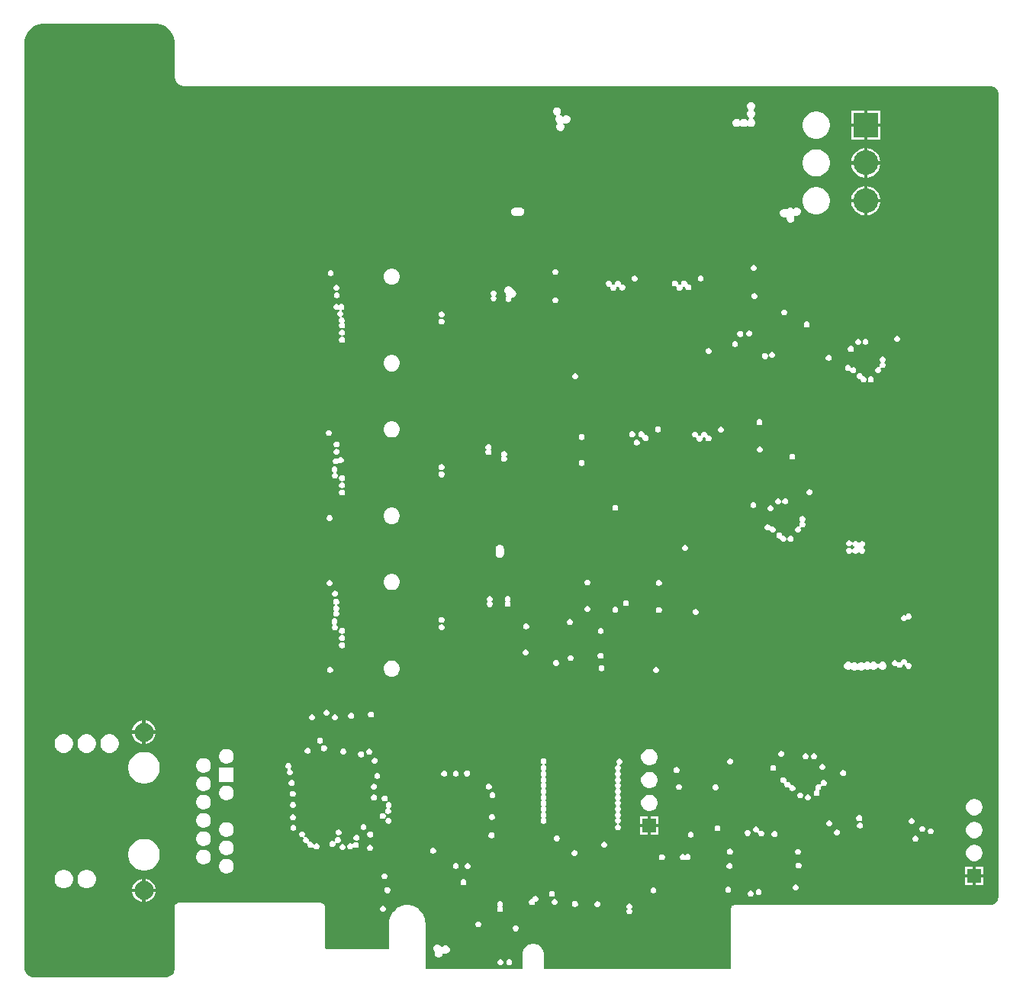
<source format=gbr>
G04*
G04 #@! TF.GenerationSoftware,Altium Limited,Altium Designer,24.9.1 (31)*
G04*
G04 Layer_Physical_Order=7*
G04 Layer_Color=16711935*
%FSLAX25Y25*%
%MOIN*%
G70*
G04*
G04 #@! TF.SameCoordinates,8C3FED30-37FA-4A54-8C90-A1F039295453*
G04*
G04*
G04 #@! TF.FilePolarity,Positive*
G04*
G01*
G75*
%ADD141R,0.10827X0.10827*%
%ADD142C,0.10827*%
%ADD156R,0.06102X0.06102*%
%ADD159R,0.07874X0.07874*%
%ADD162C,0.08268*%
%ADD164C,0.25000*%
%ADD165C,0.01600*%
G36*
X30458Y20669D02*
X30471Y20671D01*
X30483Y20669D01*
X31293Y20685D01*
X32894Y20367D01*
X34413Y19738D01*
X35781Y18824D01*
X36944Y17661D01*
X37857Y16294D01*
X38487Y14774D01*
X38807Y13161D01*
Y12341D01*
X38788Y-1632D01*
X38772Y-1931D01*
X38785Y-2021D01*
X38776Y-2111D01*
X38837Y-2772D01*
X38871Y-2887D01*
X38883Y-3007D01*
X39072Y-3643D01*
X39128Y-3749D01*
X39162Y-3865D01*
X39472Y-4451D01*
X39548Y-4545D01*
X39604Y-4651D01*
X40022Y-5166D01*
X40115Y-5243D01*
X40191Y-5337D01*
X40701Y-5760D01*
X40807Y-5818D01*
X40900Y-5894D01*
X41483Y-6210D01*
X41598Y-6246D01*
X41704Y-6303D01*
X42338Y-6499D01*
X42428Y-6508D01*
X42513Y-6539D01*
X42841Y-6590D01*
X42935Y-6586D01*
X43027Y-6604D01*
X395332Y-6604D01*
X395343Y-6602D01*
X395354Y-6604D01*
X395685Y-6598D01*
X396337Y-6715D01*
X396953Y-6957D01*
X397510Y-7315D01*
X397987Y-7774D01*
X398365Y-8318D01*
X398629Y-8925D01*
X398771Y-9572D01*
X398777Y-9891D01*
X398777Y-360509D01*
X398777Y-360881D01*
X398631Y-361611D01*
X398347Y-362298D01*
X397933Y-362917D01*
X397407Y-363443D01*
X396789Y-363856D01*
X396102Y-364141D01*
X395372Y-364286D01*
X395000Y-364286D01*
X283161D01*
X282693Y-364379D01*
X282296Y-364644D01*
X282031Y-365041D01*
X281938Y-365510D01*
Y-392175D01*
X200222D01*
X200222Y-385874D01*
X200214Y-385834D01*
X200219Y-385794D01*
X200189Y-385332D01*
X200158Y-385215D01*
X200150Y-385095D01*
X199911Y-384202D01*
X199840Y-384059D01*
X199788Y-383907D01*
X199326Y-383107D01*
X199221Y-382987D01*
X199132Y-382854D01*
X198478Y-382200D01*
X198345Y-382111D01*
X198225Y-382006D01*
X197425Y-381544D01*
X197273Y-381492D01*
X197130Y-381421D01*
X196237Y-381182D01*
X196077Y-381172D01*
X195920Y-381140D01*
X194996D01*
X194839Y-381172D01*
X194679Y-381182D01*
X193787Y-381421D01*
X193643Y-381492D01*
X193492Y-381544D01*
X192692Y-382006D01*
X192571Y-382111D01*
X192438Y-382200D01*
X191785Y-382854D01*
X191696Y-382987D01*
X191590Y-383107D01*
X191128Y-383907D01*
X191077Y-384059D01*
X191006Y-384202D01*
X190767Y-385095D01*
X190759Y-385215D01*
X190728Y-385332D01*
X190697Y-385794D01*
X190703Y-385834D01*
X190695Y-385874D01*
Y-392175D01*
X148345D01*
Y-372198D01*
X148341Y-372176D01*
X148345Y-372155D01*
X148322Y-371496D01*
X148299Y-371399D01*
Y-371300D01*
X148043Y-370014D01*
X147997Y-369902D01*
X147973Y-369784D01*
X147472Y-368573D01*
X147405Y-368473D01*
X147359Y-368361D01*
X146630Y-367271D01*
X146545Y-367186D01*
X146478Y-367085D01*
X145551Y-366158D01*
X145450Y-366091D01*
X145365Y-366006D01*
X144275Y-365277D01*
X144163Y-365231D01*
X144063Y-365164D01*
X142852Y-364663D01*
X142733Y-364639D01*
X142622Y-364593D01*
X141336Y-364337D01*
X141215D01*
X141097Y-364314D01*
X139786D01*
X139668Y-364337D01*
X139547D01*
X138261Y-364593D01*
X138150Y-364639D01*
X138031Y-364663D01*
X136820Y-365164D01*
X136720Y-365231D01*
X136608Y-365277D01*
X135518Y-366006D01*
X135433Y-366091D01*
X135333Y-366158D01*
X134405Y-367085D01*
X134338Y-367186D01*
X134253Y-367271D01*
X133525Y-368361D01*
X133478Y-368473D01*
X133412Y-368573D01*
X132910Y-369784D01*
X132886Y-369902D01*
X132840Y-370014D01*
X132584Y-371300D01*
Y-371391D01*
X132562Y-371479D01*
X132530Y-372134D01*
X132534Y-372165D01*
X132528Y-372194D01*
Y-383366D01*
X104824D01*
X104471Y-383012D01*
X104480Y-365010D01*
X104468Y-364950D01*
X104474Y-364889D01*
X104464Y-364792D01*
X104412Y-364620D01*
X104377Y-364444D01*
X104302Y-364264D01*
X104302Y-364263D01*
X104179Y-364080D01*
X104037Y-363866D01*
X104037Y-363866D01*
X103899Y-363729D01*
X103899Y-363729D01*
X103899Y-363728D01*
X103502Y-363463D01*
X103502Y-363463D01*
X103502Y-363463D01*
X103322Y-363389D01*
X103145Y-363354D01*
X102973Y-363301D01*
X102876Y-363292D01*
X102815Y-363298D01*
X102756Y-363286D01*
X40512Y-363286D01*
X40452Y-363298D01*
X40392Y-363292D01*
X40294Y-363301D01*
X40122Y-363354D01*
X39946Y-363389D01*
X39766Y-363463D01*
X39766Y-363463D01*
X39369Y-363729D01*
X39231Y-363866D01*
X39231Y-363866D01*
X39099Y-364065D01*
X38966Y-364264D01*
X38966Y-364264D01*
X38891Y-364444D01*
X38856Y-364620D01*
X38804Y-364792D01*
X38794Y-364890D01*
X38800Y-364950D01*
X38788Y-365009D01*
X38788Y-391990D01*
X38788Y-392362D01*
X38643Y-393091D01*
X38359Y-393778D01*
X37945Y-394397D01*
X37419Y-394923D01*
X36801Y-395336D01*
X36113Y-395621D01*
X35384Y-395766D01*
X-22988D01*
X-23354Y-395733D01*
X-24166Y-395493D01*
X-24916Y-395099D01*
X-25575Y-394567D01*
X-26117Y-393917D01*
X-26522Y-393173D01*
X-26774Y-392364D01*
X-26863Y-391522D01*
X-26825Y-391100D01*
X-26831Y-391045D01*
X-26820Y-390990D01*
X-26820Y12339D01*
X-26822Y12351D01*
X-26820Y12364D01*
X-26837Y13173D01*
X-26518Y14774D01*
X-25889Y16294D01*
X-24975Y17661D01*
X-23812Y18824D01*
X-22445Y19738D01*
X-20925Y20367D01*
X-19312Y20688D01*
X-18490D01*
X30458Y20669D01*
D02*
G37*
%LPC*%
G36*
X291016Y-13512D02*
X290300D01*
X289638Y-13787D01*
X289132Y-14293D01*
X288858Y-14954D01*
Y-15671D01*
X289132Y-16332D01*
X289450Y-16651D01*
X289582Y-16976D01*
X289450Y-17302D01*
X289132Y-17620D01*
X288858Y-18282D01*
Y-18998D01*
X289132Y-19659D01*
X289638Y-20166D01*
X289986Y-20310D01*
Y-20851D01*
X289638Y-20995D01*
X289432Y-21201D01*
X289105Y-21479D01*
X288778Y-21201D01*
X288572Y-20995D01*
X287911Y-20721D01*
X287195D01*
X286533Y-20995D01*
X286280Y-21248D01*
X285953Y-21455D01*
X285627Y-21248D01*
X285374Y-20995D01*
X284712Y-20721D01*
X283996D01*
X283334Y-20995D01*
X282828Y-21501D01*
X282554Y-22163D01*
Y-22879D01*
X282828Y-23541D01*
X283334Y-24047D01*
X283996Y-24321D01*
X284712D01*
X285374Y-24047D01*
X285627Y-23794D01*
X285953Y-23587D01*
X286280Y-23794D01*
X286533Y-24047D01*
X287195Y-24321D01*
X287911D01*
X288572Y-24047D01*
X288778Y-23841D01*
X289105Y-23563D01*
X289432Y-23841D01*
X289638Y-24047D01*
X290300Y-24321D01*
X291016D01*
X291677Y-24047D01*
X292183Y-23541D01*
X292458Y-22879D01*
Y-22163D01*
X292183Y-21501D01*
X291677Y-20995D01*
X291329Y-20851D01*
Y-20310D01*
X291677Y-20166D01*
X292183Y-19659D01*
X292458Y-18998D01*
Y-18282D01*
X292183Y-17620D01*
X291865Y-17302D01*
X291733Y-16976D01*
X291865Y-16651D01*
X292183Y-16332D01*
X292458Y-15671D01*
Y-14954D01*
X292183Y-14293D01*
X291677Y-13787D01*
X291016Y-13512D01*
D02*
G37*
G36*
X347167Y-17063D02*
X341504D01*
Y-22726D01*
X347167D01*
Y-17063D01*
D02*
G37*
G36*
X340003D02*
X334340D01*
Y-22726D01*
X340003D01*
Y-17063D01*
D02*
G37*
G36*
X206217Y-15707D02*
X205500D01*
X204839Y-15981D01*
X204332Y-16488D01*
X204059Y-17149D01*
Y-17865D01*
X204332Y-18527D01*
X204839Y-19033D01*
X205446Y-19284D01*
X205558Y-19529D01*
X205630Y-19807D01*
X205487Y-19950D01*
X205213Y-20612D01*
Y-21328D01*
X205487Y-21990D01*
X205993Y-22496D01*
X206035Y-23054D01*
X205862Y-23227D01*
X205588Y-23889D01*
Y-24605D01*
X205862Y-25267D01*
X206368Y-25773D01*
X207030Y-26047D01*
X207746D01*
X208408Y-25773D01*
X208914Y-25267D01*
X209188Y-24605D01*
Y-23889D01*
X208914Y-23227D01*
X208549Y-22862D01*
X208871Y-22496D01*
X209533Y-22770D01*
X210249D01*
X210911Y-22496D01*
X211417Y-21990D01*
X211691Y-21328D01*
Y-20612D01*
X211417Y-19950D01*
X210911Y-19444D01*
X210249Y-19170D01*
X209533D01*
X208871Y-19444D01*
X208452Y-19863D01*
X208032Y-19444D01*
X207426Y-19193D01*
X207313Y-18948D01*
X207241Y-18670D01*
X207384Y-18527D01*
X207659Y-17865D01*
Y-17149D01*
X207384Y-16488D01*
X206878Y-15981D01*
X206217Y-15707D01*
D02*
G37*
G36*
X319682Y-17562D02*
X318518D01*
X317375Y-17790D01*
X316299Y-18236D01*
X315330Y-18883D01*
X314507Y-19706D01*
X313860Y-20675D01*
X313414Y-21751D01*
X313187Y-22893D01*
Y-24058D01*
X313414Y-25201D01*
X313860Y-26277D01*
X314507Y-27245D01*
X315330Y-28069D01*
X316299Y-28716D01*
X317375Y-29162D01*
X318518Y-29389D01*
X319682D01*
X320825Y-29162D01*
X321901Y-28716D01*
X322869Y-28069D01*
X323693Y-27245D01*
X324340Y-26277D01*
X324786Y-25201D01*
X325013Y-24058D01*
Y-22893D01*
X324786Y-21751D01*
X324340Y-20675D01*
X323693Y-19706D01*
X322869Y-18883D01*
X321901Y-18236D01*
X320825Y-17790D01*
X319682Y-17562D01*
D02*
G37*
G36*
X347167Y-24226D02*
X341504D01*
Y-29889D01*
X347167D01*
Y-24226D01*
D02*
G37*
G36*
X340003D02*
X334340D01*
Y-29889D01*
X340003D01*
Y-24226D01*
D02*
G37*
G36*
X341504Y-33621D02*
Y-39261D01*
X347143D01*
X346920Y-38141D01*
X346437Y-36973D01*
X345735Y-35923D01*
X344842Y-35030D01*
X343791Y-34328D01*
X342624Y-33844D01*
X341504Y-33621D01*
D02*
G37*
G36*
X340003D02*
X338883Y-33844D01*
X337716Y-34328D01*
X336665Y-35030D01*
X335772Y-35923D01*
X335070Y-36973D01*
X334587Y-38141D01*
X334364Y-39261D01*
X340003D01*
Y-33621D01*
D02*
G37*
G36*
X319682Y-34098D02*
X318518D01*
X317375Y-34325D01*
X316299Y-34771D01*
X315330Y-35418D01*
X314507Y-36242D01*
X313860Y-37210D01*
X313414Y-38286D01*
X313187Y-39429D01*
Y-40594D01*
X313414Y-41736D01*
X313860Y-42812D01*
X314507Y-43781D01*
X315330Y-44605D01*
X316299Y-45252D01*
X317375Y-45697D01*
X318518Y-45925D01*
X319682D01*
X320825Y-45697D01*
X321901Y-45252D01*
X322869Y-44605D01*
X323693Y-43781D01*
X324340Y-42812D01*
X324786Y-41736D01*
X325013Y-40594D01*
Y-39429D01*
X324786Y-38286D01*
X324340Y-37210D01*
X323693Y-36242D01*
X322869Y-35418D01*
X321901Y-34771D01*
X320825Y-34325D01*
X319682Y-34098D01*
D02*
G37*
G36*
X347143Y-40761D02*
X341504D01*
Y-46401D01*
X342624Y-46178D01*
X343791Y-45695D01*
X344842Y-44993D01*
X345735Y-44100D01*
X346437Y-43049D01*
X346920Y-41882D01*
X347143Y-40761D01*
D02*
G37*
G36*
X340003D02*
X334364D01*
X334587Y-41882D01*
X335070Y-43049D01*
X335772Y-44100D01*
X336665Y-44993D01*
X337716Y-45695D01*
X338883Y-46178D01*
X340003Y-46401D01*
Y-40761D01*
D02*
G37*
G36*
X341504Y-50157D02*
Y-55797D01*
X347143D01*
X346920Y-54676D01*
X346437Y-53509D01*
X345735Y-52458D01*
X344842Y-51565D01*
X343791Y-50863D01*
X342624Y-50380D01*
X341504Y-50157D01*
D02*
G37*
G36*
X340003D02*
X338883Y-50380D01*
X337716Y-50863D01*
X336665Y-51565D01*
X335772Y-52458D01*
X335070Y-53509D01*
X334587Y-54676D01*
X334364Y-55797D01*
X340003D01*
Y-50157D01*
D02*
G37*
G36*
X310887Y-59503D02*
X310170D01*
X309509Y-59777D01*
X309171Y-60115D01*
X308875Y-59819D01*
X308213Y-59545D01*
X307497D01*
X306836Y-59819D01*
X306329Y-60325D01*
X305809Y-60275D01*
X305393Y-60103D01*
X304677D01*
X304015Y-60377D01*
X303509Y-60883D01*
X303235Y-61545D01*
Y-62261D01*
X303509Y-62923D01*
X304015Y-63429D01*
X304677Y-63703D01*
X305393D01*
X305640Y-63601D01*
X305858Y-63761D01*
X306055Y-63970D01*
Y-64620D01*
X306329Y-65282D01*
X306836Y-65788D01*
X307497Y-66062D01*
X308213D01*
X308875Y-65788D01*
X309381Y-65282D01*
X309655Y-64620D01*
Y-63904D01*
X309419Y-63333D01*
X309603Y-63055D01*
X309752Y-62929D01*
X310170Y-63103D01*
X310887D01*
X311548Y-62829D01*
X312054Y-62323D01*
X312328Y-61661D01*
Y-60945D01*
X312054Y-60283D01*
X311548Y-59777D01*
X310887Y-59503D01*
D02*
G37*
G36*
X319682Y-50633D02*
X318518D01*
X317375Y-50861D01*
X316299Y-51306D01*
X315330Y-51954D01*
X314507Y-52777D01*
X313860Y-53746D01*
X313414Y-54822D01*
X313187Y-55964D01*
Y-57129D01*
X313414Y-58272D01*
X313860Y-59348D01*
X314507Y-60316D01*
X315330Y-61140D01*
X316299Y-61787D01*
X317375Y-62233D01*
X318518Y-62460D01*
X319682D01*
X320825Y-62233D01*
X321901Y-61787D01*
X322869Y-61140D01*
X323693Y-60316D01*
X324340Y-59348D01*
X324786Y-58272D01*
X325013Y-57129D01*
Y-55964D01*
X324786Y-54822D01*
X324340Y-53746D01*
X323693Y-52777D01*
X322869Y-51954D01*
X321901Y-51306D01*
X320825Y-50861D01*
X319682Y-50633D01*
D02*
G37*
G36*
X347143Y-57297D02*
X341504D01*
Y-62937D01*
X342624Y-62714D01*
X343791Y-62230D01*
X344842Y-61528D01*
X345735Y-60635D01*
X346437Y-59585D01*
X346920Y-58417D01*
X347143Y-57297D01*
D02*
G37*
G36*
X340003D02*
X334364D01*
X334587Y-58417D01*
X335070Y-59585D01*
X335772Y-60635D01*
X336665Y-61528D01*
X337716Y-62230D01*
X338883Y-62714D01*
X340003Y-62937D01*
Y-57297D01*
D02*
G37*
G36*
X190038Y-59442D02*
X187421Y-59442D01*
X187321Y-59483D01*
X187214D01*
X186736Y-59681D01*
X186660Y-59757D01*
X186560Y-59798D01*
X186195Y-60164D01*
X186153Y-60263D01*
X186077Y-60339D01*
X185879Y-60817D01*
Y-60925D01*
X185838Y-61024D01*
Y-61542D01*
X185879Y-61641D01*
Y-61749D01*
X186077Y-62226D01*
X186153Y-62303D01*
X186195Y-62402D01*
X186560Y-62768D01*
X186660Y-62809D01*
X186736Y-62885D01*
X187214Y-63083D01*
X187321D01*
X187421Y-63124D01*
X189779Y-63124D01*
X189779Y-63124D01*
X190038D01*
X190137Y-63083D01*
X190245D01*
X190723Y-62885D01*
X190799Y-62809D01*
X190898Y-62768D01*
X191264Y-62402D01*
X191305Y-62303D01*
X191381Y-62226D01*
X191579Y-61749D01*
Y-61641D01*
X191621Y-61542D01*
Y-61024D01*
X191579Y-60925D01*
Y-60817D01*
X191381Y-60339D01*
X191305Y-60263D01*
X191264Y-60164D01*
X190898Y-59798D01*
X190799Y-59757D01*
X190723Y-59681D01*
X190245Y-59483D01*
X190137D01*
X190038Y-59442D01*
D02*
G37*
G36*
X292126Y-84515D02*
X291609D01*
X291131Y-84713D01*
X290766Y-85079D01*
X290568Y-85557D01*
Y-86074D01*
X290766Y-86552D01*
X291131Y-86918D01*
X291609Y-87115D01*
X292126D01*
X292604Y-86918D01*
X292970Y-86552D01*
X293168Y-86074D01*
Y-85557D01*
X292970Y-85079D01*
X292604Y-84713D01*
X292126Y-84515D01*
D02*
G37*
G36*
X205432Y-86375D02*
X204915D01*
X204437Y-86573D01*
X204072Y-86939D01*
X203874Y-87416D01*
Y-87934D01*
X204072Y-88411D01*
X204437Y-88777D01*
X204915Y-88975D01*
X205432D01*
X205910Y-88777D01*
X206276Y-88411D01*
X206474Y-87934D01*
Y-87416D01*
X206276Y-86939D01*
X205910Y-86573D01*
X205432Y-86375D01*
D02*
G37*
G36*
X107271Y-86839D02*
X106754D01*
X106276Y-87037D01*
X105910Y-87402D01*
X105712Y-87880D01*
Y-88397D01*
X105910Y-88875D01*
X106276Y-89241D01*
X106754Y-89439D01*
X107271D01*
X107748Y-89241D01*
X108114Y-88875D01*
X108312Y-88397D01*
Y-87880D01*
X108114Y-87402D01*
X107748Y-87037D01*
X107271Y-86839D01*
D02*
G37*
G36*
X268946Y-89214D02*
X268428D01*
X267951Y-89412D01*
X267585Y-89778D01*
X267387Y-90256D01*
Y-90773D01*
X267585Y-91251D01*
X267951Y-91617D01*
X268428Y-91815D01*
X268946D01*
X269424Y-91617D01*
X269789Y-91251D01*
X269987Y-90773D01*
Y-90256D01*
X269789Y-89778D01*
X269424Y-89412D01*
X268946Y-89214D01*
D02*
G37*
G36*
X240018Y-89254D02*
X239501D01*
X239023Y-89452D01*
X238657Y-89818D01*
X238459Y-90295D01*
Y-90813D01*
X238657Y-91290D01*
X239023Y-91656D01*
X239501Y-91854D01*
X240018D01*
X240496Y-91656D01*
X240862Y-91290D01*
X241059Y-90813D01*
Y-90295D01*
X240862Y-89818D01*
X240496Y-89452D01*
X240018Y-89254D01*
D02*
G37*
G36*
X134136Y-86118D02*
X133201D01*
X132298Y-86360D01*
X131488Y-86827D01*
X130827Y-87489D01*
X130359Y-88298D01*
X130117Y-89202D01*
Y-90137D01*
X130359Y-91040D01*
X130827Y-91850D01*
X131488Y-92511D01*
X132298Y-92978D01*
X133201Y-93220D01*
X134136D01*
X135039Y-92978D01*
X135849Y-92511D01*
X136510Y-91850D01*
X136978Y-91040D01*
X137220Y-90137D01*
Y-89202D01*
X136978Y-88298D01*
X136510Y-87489D01*
X135849Y-86827D01*
X135039Y-86360D01*
X134136Y-86118D01*
D02*
G37*
G36*
X261631Y-91381D02*
X261114D01*
X260636Y-91579D01*
X260270Y-91945D01*
X260072Y-92423D01*
Y-92940D01*
X259686Y-93314D01*
X259663Y-93304D01*
X259145D01*
X259053Y-93342D01*
X258670Y-92960D01*
X258678Y-92940D01*
Y-92423D01*
X258480Y-91945D01*
X258115Y-91579D01*
X257637Y-91381D01*
X257119D01*
X256642Y-91579D01*
X256276Y-91945D01*
X256078Y-92423D01*
Y-92940D01*
X256276Y-93418D01*
X256642Y-93783D01*
X257119Y-93981D01*
X257637D01*
X257729Y-93943D01*
X258112Y-94326D01*
X258104Y-94345D01*
Y-94863D01*
X258302Y-95340D01*
X258667Y-95706D01*
X259145Y-95904D01*
X259663D01*
X260140Y-95706D01*
X260506Y-95340D01*
X260704Y-94863D01*
Y-94345D01*
X261090Y-93972D01*
X261114Y-93981D01*
X261528D01*
X261665Y-94019D01*
X261990Y-94374D01*
Y-94625D01*
X262188Y-95103D01*
X262554Y-95469D01*
X263032Y-95666D01*
X263549D01*
X264027Y-95469D01*
X264392Y-95103D01*
X264590Y-94625D01*
Y-94108D01*
X264392Y-93630D01*
X264027Y-93264D01*
X263549Y-93067D01*
X263134D01*
X262998Y-93029D01*
X262672Y-92674D01*
Y-92423D01*
X262474Y-91945D01*
X262109Y-91579D01*
X261631Y-91381D01*
D02*
G37*
G36*
X232703Y-91421D02*
X232186D01*
X231709Y-91619D01*
X231343Y-91985D01*
X231145Y-92462D01*
Y-92980D01*
X230759Y-93353D01*
X230735Y-93344D01*
X230218D01*
X230125Y-93382D01*
X229742Y-92999D01*
X229751Y-92980D01*
Y-92462D01*
X229553Y-91985D01*
X229187Y-91619D01*
X228709Y-91421D01*
X228192D01*
X227714Y-91619D01*
X227348Y-91985D01*
X227151Y-92462D01*
Y-92980D01*
X227348Y-93457D01*
X227714Y-93823D01*
X228192Y-94021D01*
X228709D01*
X228802Y-93983D01*
X229185Y-94365D01*
X229176Y-94385D01*
Y-94902D01*
X229374Y-95380D01*
X229740Y-95746D01*
X230218Y-95944D01*
X230735D01*
X231213Y-95746D01*
X231578Y-95380D01*
X231776Y-94902D01*
Y-94385D01*
X232163Y-94011D01*
X232186Y-94021D01*
X232601D01*
X232738Y-94059D01*
X233063Y-94413D01*
Y-94665D01*
X233261Y-95143D01*
X233627Y-95508D01*
X234104Y-95706D01*
X234622D01*
X235099Y-95508D01*
X235465Y-95143D01*
X235663Y-94665D01*
Y-94147D01*
X235465Y-93670D01*
X235099Y-93304D01*
X234622Y-93106D01*
X234207D01*
X234070Y-93069D01*
X233745Y-92714D01*
Y-92462D01*
X233547Y-91985D01*
X233181Y-91619D01*
X232703Y-91421D01*
D02*
G37*
G36*
X109688Y-93290D02*
X109171D01*
X108694Y-93488D01*
X108328Y-93854D01*
X108130Y-94332D01*
Y-94849D01*
X108328Y-95327D01*
X108694Y-95692D01*
X109171Y-95890D01*
X109688D01*
X110166Y-95692D01*
X110532Y-95327D01*
X110730Y-94849D01*
Y-94332D01*
X110532Y-93854D01*
X110166Y-93488D01*
X109688Y-93290D01*
D02*
G37*
G36*
X109893Y-96562D02*
X109376D01*
X108898Y-96760D01*
X108532Y-97126D01*
X108334Y-97604D01*
Y-98121D01*
X108532Y-98599D01*
X108898Y-98964D01*
X109376Y-99162D01*
X109893D01*
X110371Y-98964D01*
X110737Y-98599D01*
X110934Y-98121D01*
Y-97604D01*
X110737Y-97126D01*
X110371Y-96760D01*
X109893Y-96562D01*
D02*
G37*
G36*
X292354Y-96846D02*
X291837D01*
X291359Y-97044D01*
X290993Y-97410D01*
X290795Y-97888D01*
Y-98405D01*
X290993Y-98883D01*
X291359Y-99248D01*
X291837Y-99446D01*
X292354D01*
X292832Y-99248D01*
X293198Y-98883D01*
X293395Y-98405D01*
Y-97888D01*
X293198Y-97410D01*
X292832Y-97044D01*
X292354Y-96846D01*
D02*
G37*
G36*
X178434Y-95685D02*
X177917D01*
X177439Y-95883D01*
X177074Y-96249D01*
X176876Y-96727D01*
Y-97244D01*
X177074Y-97722D01*
X177387Y-98035D01*
X177074Y-98349D01*
X176876Y-98827D01*
Y-99344D01*
X177074Y-99822D01*
X177439Y-100187D01*
X177917Y-100385D01*
X178434D01*
X178912Y-100187D01*
X179278Y-99822D01*
X179476Y-99344D01*
Y-98827D01*
X179278Y-98349D01*
X178964Y-98035D01*
X179278Y-97722D01*
X179476Y-97244D01*
Y-96727D01*
X179278Y-96249D01*
X178912Y-95883D01*
X178434Y-95685D01*
D02*
G37*
G36*
X184933Y-93825D02*
X184416D01*
X184317Y-93866D01*
X184209D01*
X183731Y-94064D01*
X183655Y-94140D01*
X183556Y-94181D01*
X183190Y-94547D01*
X183149Y-94646D01*
X183073Y-94722D01*
X182875Y-95200D01*
Y-95308D01*
X182834Y-95407D01*
Y-95924D01*
X182875Y-96024D01*
Y-96131D01*
X183073Y-96609D01*
X183149Y-96685D01*
X183190Y-96785D01*
X183370Y-96965D01*
X183347Y-97022D01*
Y-97539D01*
X183545Y-98017D01*
X183858Y-98331D01*
X183545Y-98644D01*
X183347Y-99122D01*
Y-99639D01*
X183545Y-100117D01*
X183911Y-100483D01*
X184388Y-100681D01*
X184906D01*
X185383Y-100483D01*
X185749Y-100117D01*
X185947Y-99639D01*
X185947Y-99122D01*
X186409Y-98992D01*
X186418D01*
X186518Y-98951D01*
X186626D01*
X187103Y-98753D01*
X187180Y-98677D01*
X187279Y-98636D01*
X187645Y-98270D01*
X187686Y-98170D01*
X187762Y-98094D01*
X187960Y-97616D01*
Y-97509D01*
X188001Y-97409D01*
Y-96892D01*
X187960Y-96793D01*
Y-96685D01*
X187762Y-96207D01*
X187686Y-96131D01*
X187645Y-96032D01*
X187462Y-95849D01*
X187462Y-95849D01*
X185977Y-94364D01*
X185977Y-94364D01*
X185794Y-94181D01*
X185695Y-94140D01*
X185618Y-94064D01*
X185141Y-93866D01*
X185033D01*
X184933Y-93825D01*
D02*
G37*
G36*
X205378Y-98690D02*
X204861D01*
X204383Y-98888D01*
X204018Y-99254D01*
X203820Y-99731D01*
Y-100249D01*
X204018Y-100726D01*
X204383Y-101092D01*
X204861Y-101290D01*
X205378D01*
X205856Y-101092D01*
X206222Y-100726D01*
X206420Y-100249D01*
Y-99731D01*
X206222Y-99254D01*
X205856Y-98888D01*
X205378Y-98690D01*
D02*
G37*
G36*
X305465Y-104035D02*
X304948D01*
X304470Y-104233D01*
X304105Y-104599D01*
X303907Y-105077D01*
Y-105594D01*
X304105Y-106072D01*
X304470Y-106438D01*
X304948Y-106635D01*
X305465D01*
X305943Y-106438D01*
X306309Y-106072D01*
X306507Y-105594D01*
Y-105077D01*
X306309Y-104599D01*
X305943Y-104233D01*
X305465Y-104035D01*
D02*
G37*
G36*
X155683Y-104914D02*
X155166D01*
X154688Y-105112D01*
X154322Y-105477D01*
X154124Y-105955D01*
Y-106472D01*
X154322Y-106950D01*
X154688Y-107316D01*
X155166Y-107514D01*
X155683D01*
X156161Y-107316D01*
X156526Y-106950D01*
X156724Y-106472D01*
Y-105955D01*
X156526Y-105477D01*
X156161Y-105112D01*
X155683Y-104914D01*
D02*
G37*
G36*
Y-108063D02*
X155166D01*
X154688Y-108261D01*
X154322Y-108627D01*
X154124Y-109105D01*
Y-109622D01*
X154322Y-110100D01*
X154688Y-110465D01*
X155166Y-110663D01*
X155683D01*
X156161Y-110465D01*
X156526Y-110100D01*
X156724Y-109622D01*
Y-109105D01*
X156526Y-108627D01*
X156161Y-108261D01*
X155683Y-108063D01*
D02*
G37*
G36*
X315267Y-109330D02*
X314750D01*
X314272Y-109528D01*
X313906Y-109894D01*
X313708Y-110371D01*
Y-110889D01*
X313906Y-111366D01*
X314272Y-111732D01*
X314750Y-111930D01*
X315267D01*
X315745Y-111732D01*
X316110Y-111366D01*
X316308Y-110889D01*
Y-110371D01*
X316110Y-109894D01*
X315745Y-109528D01*
X315267Y-109330D01*
D02*
G37*
G36*
X109688Y-101572D02*
X109171D01*
X108694Y-101770D01*
X108328Y-102135D01*
X108130Y-102613D01*
Y-103130D01*
X108328Y-103608D01*
X108694Y-103974D01*
X109171Y-104172D01*
X109688D01*
X110166Y-103974D01*
X110451Y-103689D01*
X110506Y-103700D01*
X110872Y-104066D01*
X110890Y-104073D01*
X110856Y-104478D01*
X110819Y-104585D01*
X110370Y-104771D01*
X110004Y-105137D01*
X109806Y-105614D01*
Y-106131D01*
X110004Y-106609D01*
X110370Y-106975D01*
X110848Y-107173D01*
X110898D01*
X111011Y-107610D01*
X111013Y-107673D01*
X110659Y-108027D01*
X110461Y-108505D01*
Y-109022D01*
X110659Y-109500D01*
X111025Y-109866D01*
X110852Y-110266D01*
X110851Y-110268D01*
X110851Y-110268D01*
X110652Y-110746D01*
Y-111263D01*
X110851Y-111741D01*
X111216Y-112107D01*
X111694Y-112305D01*
X112211D01*
X112689Y-112107D01*
X113055Y-111741D01*
X113252Y-111263D01*
Y-110746D01*
X113055Y-110268D01*
X112689Y-109903D01*
X112862Y-109502D01*
X112863Y-109500D01*
X112863Y-109500D01*
X113061Y-109022D01*
Y-108505D01*
X112863Y-108027D01*
X112498Y-107662D01*
X112020Y-107464D01*
X111970D01*
X111856Y-107027D01*
X111854Y-106964D01*
X112208Y-106609D01*
X112406Y-106131D01*
Y-105614D01*
X112208Y-105137D01*
X111843Y-104771D01*
X111825Y-104764D01*
X111859Y-104359D01*
X111896Y-104252D01*
X112345Y-104066D01*
X112710Y-103700D01*
X112908Y-103222D01*
Y-102705D01*
X112710Y-102227D01*
X112345Y-101862D01*
X111867Y-101664D01*
X111350D01*
X110872Y-101862D01*
X110587Y-102146D01*
X110532Y-102135D01*
X110166Y-101770D01*
X109688Y-101572D01*
D02*
G37*
G36*
X112211Y-112855D02*
X111694D01*
X111216Y-113052D01*
X110851Y-113418D01*
X110652Y-113896D01*
Y-114413D01*
X110851Y-114891D01*
X111216Y-115257D01*
X111694Y-115454D01*
X112211D01*
X112689Y-115257D01*
X113055Y-114891D01*
X113252Y-114413D01*
Y-113896D01*
X113055Y-113418D01*
X112689Y-113052D01*
X112211Y-112855D01*
D02*
G37*
G36*
X290163Y-113262D02*
X289646D01*
X289168Y-113460D01*
X288803Y-113825D01*
X288605Y-114303D01*
Y-114820D01*
X288803Y-115298D01*
X289168Y-115664D01*
X289646Y-115862D01*
X290163D01*
X290641Y-115664D01*
X291007Y-115298D01*
X291205Y-114820D01*
Y-114303D01*
X291007Y-113825D01*
X290641Y-113460D01*
X290163Y-113262D01*
D02*
G37*
G36*
X286215Y-113414D02*
X285698D01*
X285220Y-113612D01*
X284854Y-113978D01*
X284656Y-114456D01*
Y-114973D01*
X284854Y-115451D01*
X285220Y-115816D01*
X285698Y-116014D01*
X286215D01*
X286693Y-115816D01*
X287058Y-115451D01*
X287256Y-114973D01*
Y-114456D01*
X287058Y-113978D01*
X286693Y-113612D01*
X286215Y-113414D01*
D02*
G37*
G36*
X354724Y-115549D02*
X354207D01*
X353729Y-115747D01*
X353363Y-116113D01*
X353165Y-116591D01*
Y-117108D01*
X353363Y-117586D01*
X353729Y-117952D01*
X354207Y-118149D01*
X354724D01*
X355202Y-117952D01*
X355567Y-117586D01*
X355765Y-117108D01*
Y-116591D01*
X355567Y-116113D01*
X355202Y-115747D01*
X354724Y-115549D01*
D02*
G37*
G36*
X112211Y-116004D02*
X111694D01*
X111216Y-116202D01*
X110851Y-116568D01*
X110652Y-117045D01*
Y-117563D01*
X110851Y-118041D01*
X111216Y-118406D01*
X111694Y-118604D01*
X112211D01*
X112689Y-118406D01*
X113055Y-118041D01*
X113252Y-117563D01*
Y-117045D01*
X113055Y-116568D01*
X112689Y-116202D01*
X112211Y-116004D01*
D02*
G37*
G36*
X340914Y-116922D02*
X340397D01*
X339919Y-117120D01*
X339553Y-117485D01*
X339355Y-117963D01*
Y-118480D01*
X339553Y-118958D01*
X339919Y-119324D01*
X340397Y-119522D01*
X340914D01*
X341392Y-119324D01*
X341758Y-118958D01*
X341955Y-118480D01*
Y-117963D01*
X341758Y-117485D01*
X341392Y-117120D01*
X340914Y-116922D01*
D02*
G37*
G36*
X337791Y-116927D02*
X337274D01*
X336796Y-117125D01*
X336430Y-117491D01*
X336232Y-117968D01*
Y-118486D01*
X336430Y-118963D01*
X336796Y-119329D01*
X337274Y-119527D01*
X337791D01*
X338268Y-119329D01*
X338634Y-118963D01*
X338832Y-118486D01*
Y-117968D01*
X338634Y-117491D01*
X338268Y-117125D01*
X337791Y-116927D01*
D02*
G37*
G36*
X283920Y-117933D02*
X283403D01*
X282925Y-118131D01*
X282559Y-118496D01*
X282361Y-118974D01*
Y-119491D01*
X282559Y-119969D01*
X282925Y-120335D01*
X283403Y-120533D01*
X283920D01*
X284398Y-120335D01*
X284764Y-119969D01*
X284961Y-119491D01*
Y-118974D01*
X284764Y-118496D01*
X284398Y-118131D01*
X283920Y-117933D01*
D02*
G37*
G36*
X334541Y-119999D02*
X334023D01*
X333546Y-120197D01*
X333180Y-120562D01*
X332982Y-121040D01*
Y-121557D01*
X333180Y-122035D01*
X333546Y-122401D01*
X334023Y-122599D01*
X334541D01*
X335018Y-122401D01*
X335384Y-122035D01*
X335582Y-121557D01*
Y-121040D01*
X335384Y-120562D01*
X335018Y-120197D01*
X334541Y-119999D01*
D02*
G37*
G36*
X272327Y-120902D02*
X271810D01*
X271332Y-121100D01*
X270967Y-121466D01*
X270769Y-121943D01*
Y-122460D01*
X270967Y-122938D01*
X271332Y-123304D01*
X271810Y-123502D01*
X272327D01*
X272805Y-123304D01*
X273171Y-122938D01*
X273369Y-122460D01*
Y-121943D01*
X273171Y-121466D01*
X272805Y-121100D01*
X272327Y-120902D01*
D02*
G37*
G36*
X300116Y-122508D02*
X299599D01*
X299121Y-122705D01*
X298756Y-123071D01*
X298558Y-123549D01*
Y-124066D01*
X298756Y-124544D01*
X299121Y-124910D01*
X299599Y-125108D01*
X300116D01*
X300594Y-124910D01*
X300960Y-124544D01*
X301158Y-124066D01*
Y-123549D01*
X300960Y-123071D01*
X300594Y-122705D01*
X300116Y-122508D01*
D02*
G37*
G36*
X297008Y-123085D02*
X296491D01*
X296013Y-123283D01*
X295648Y-123649D01*
X295450Y-124127D01*
Y-124644D01*
X295648Y-125122D01*
X296013Y-125487D01*
X296491Y-125685D01*
X297008D01*
X297486Y-125487D01*
X297852Y-125122D01*
X298050Y-124644D01*
Y-124127D01*
X297852Y-123649D01*
X297486Y-123283D01*
X297008Y-123085D01*
D02*
G37*
G36*
X324880Y-123934D02*
X324363D01*
X323885Y-124132D01*
X323519Y-124498D01*
X323321Y-124975D01*
Y-125493D01*
X323519Y-125970D01*
X323885Y-126336D01*
X324363Y-126534D01*
X324880D01*
X325358Y-126336D01*
X325723Y-125970D01*
X325921Y-125493D01*
Y-124975D01*
X325723Y-124498D01*
X325358Y-124132D01*
X324880Y-123934D01*
D02*
G37*
G36*
X348399Y-124562D02*
X347882D01*
X347404Y-124760D01*
X347039Y-125126D01*
X346841Y-125603D01*
Y-126121D01*
X347039Y-126599D01*
X347208Y-126768D01*
X347342Y-127107D01*
X347206Y-127419D01*
X347026Y-127599D01*
X346828Y-128077D01*
Y-128594D01*
X346991Y-128987D01*
X346823Y-129247D01*
X346658Y-129391D01*
X346426Y-129294D01*
X345908D01*
X345430Y-129492D01*
X345065Y-129858D01*
X344867Y-130336D01*
Y-130853D01*
X345065Y-131331D01*
X345430Y-131696D01*
X345908Y-131894D01*
X346426D01*
X346903Y-131696D01*
X347269Y-131331D01*
X347467Y-130853D01*
Y-130336D01*
X347304Y-129942D01*
X347472Y-129682D01*
X347637Y-129539D01*
X347869Y-129635D01*
X348387D01*
X348864Y-129437D01*
X349230Y-129071D01*
X349428Y-128594D01*
Y-128077D01*
X349230Y-127599D01*
X349061Y-127429D01*
X348927Y-127090D01*
X349063Y-126778D01*
X349243Y-126599D01*
X349441Y-126121D01*
Y-125603D01*
X349243Y-125126D01*
X348877Y-124760D01*
X348399Y-124562D01*
D02*
G37*
G36*
X134136Y-123913D02*
X133201D01*
X132298Y-124155D01*
X131488Y-124623D01*
X130827Y-125284D01*
X130359Y-126094D01*
X130117Y-126997D01*
Y-127932D01*
X130359Y-128835D01*
X130827Y-129645D01*
X131488Y-130306D01*
X132298Y-130774D01*
X133201Y-131016D01*
X134136D01*
X135039Y-130774D01*
X135849Y-130306D01*
X136510Y-129645D01*
X136978Y-128835D01*
X137220Y-127932D01*
Y-126997D01*
X136978Y-126094D01*
X136510Y-125284D01*
X135849Y-124623D01*
X135039Y-124155D01*
X134136Y-123913D01*
D02*
G37*
G36*
X333231Y-128303D02*
X332714D01*
X332236Y-128500D01*
X331871Y-128866D01*
X331673Y-129344D01*
Y-129861D01*
X331871Y-130339D01*
X332236Y-130705D01*
X332714Y-130903D01*
X333231D01*
X333459Y-130808D01*
X333838Y-130842D01*
X334047Y-131065D01*
X334157Y-131331D01*
X334522Y-131696D01*
X335000Y-131894D01*
X335517D01*
X335995Y-131696D01*
X336361Y-131331D01*
X336559Y-130853D01*
Y-130336D01*
X336361Y-129858D01*
X335995Y-129492D01*
X335517Y-129294D01*
X335000D01*
X334773Y-129388D01*
X334394Y-129355D01*
X334185Y-129132D01*
X334075Y-128866D01*
X333709Y-128500D01*
X333231Y-128303D01*
D02*
G37*
G36*
X214023Y-131931D02*
X213506D01*
X213028Y-132129D01*
X212663Y-132495D01*
X212465Y-132973D01*
Y-133490D01*
X212663Y-133968D01*
X213028Y-134334D01*
X213506Y-134531D01*
X214023D01*
X214501Y-134334D01*
X214867Y-133968D01*
X215065Y-133490D01*
Y-132973D01*
X214867Y-132495D01*
X214501Y-132129D01*
X214023Y-131931D01*
D02*
G37*
G36*
X343256Y-133334D02*
X342738D01*
X342261Y-133531D01*
X341895Y-133897D01*
X341697Y-134375D01*
Y-134892D01*
X341895Y-135370D01*
X342261Y-135736D01*
X342738Y-135934D01*
X343256D01*
X343733Y-135736D01*
X344099Y-135370D01*
X344297Y-134892D01*
Y-134375D01*
X344099Y-133897D01*
X343733Y-133531D01*
X343256Y-133334D01*
D02*
G37*
G36*
X338334Y-131808D02*
X337817D01*
X337339Y-132006D01*
X336974Y-132372D01*
X336776Y-132850D01*
Y-133367D01*
X336974Y-133845D01*
X337339Y-134210D01*
X337817Y-134408D01*
X338334D01*
X338547Y-134861D01*
Y-134892D01*
X338745Y-135370D01*
X339111Y-135736D01*
X339589Y-135934D01*
X340106D01*
X340584Y-135736D01*
X340949Y-135370D01*
X341147Y-134892D01*
Y-134375D01*
X340949Y-133897D01*
X340584Y-133531D01*
X340106Y-133334D01*
X339589D01*
X339376Y-132881D01*
Y-132850D01*
X339178Y-132372D01*
X338812Y-132006D01*
X338334Y-131808D01*
D02*
G37*
G36*
X294553Y-151999D02*
X294036D01*
X293559Y-152197D01*
X293193Y-152563D01*
X292995Y-153040D01*
Y-153558D01*
X293193Y-154035D01*
X293559Y-154401D01*
X294036Y-154599D01*
X294553D01*
X295031Y-154401D01*
X295397Y-154035D01*
X295595Y-153558D01*
Y-153040D01*
X295397Y-152563D01*
X295031Y-152197D01*
X294553Y-151999D01*
D02*
G37*
G36*
X250269Y-155113D02*
X249751D01*
X249274Y-155311D01*
X248908Y-155677D01*
X248710Y-156155D01*
Y-156672D01*
X248908Y-157150D01*
X249274Y-157516D01*
X249751Y-157713D01*
X250269D01*
X250746Y-157516D01*
X251112Y-157150D01*
X251310Y-156672D01*
Y-156155D01*
X251112Y-155677D01*
X250746Y-155311D01*
X250269Y-155113D01*
D02*
G37*
G36*
X277700Y-155190D02*
X277183D01*
X276705Y-155387D01*
X276340Y-155753D01*
X276142Y-156231D01*
Y-156748D01*
X276340Y-157226D01*
X276705Y-157592D01*
X277183Y-157790D01*
X277700D01*
X278178Y-157592D01*
X278544Y-157226D01*
X278742Y-156748D01*
Y-156231D01*
X278544Y-155753D01*
X278178Y-155387D01*
X277700Y-155190D01*
D02*
G37*
G36*
X270386Y-157357D02*
X269868D01*
X269391Y-157554D01*
X269025Y-157920D01*
X268827Y-158398D01*
Y-158915D01*
X268441Y-159289D01*
X268417Y-159279D01*
X267900D01*
X267807Y-159317D01*
X267425Y-158935D01*
X267433Y-158915D01*
Y-158398D01*
X267235Y-157920D01*
X266869Y-157554D01*
X266391Y-157357D01*
X265874D01*
X265396Y-157554D01*
X265031Y-157920D01*
X264833Y-158398D01*
Y-158915D01*
X265031Y-159393D01*
X265396Y-159759D01*
X265874Y-159957D01*
X266391D01*
X266484Y-159918D01*
X266867Y-160301D01*
X266859Y-160320D01*
Y-160838D01*
X267056Y-161315D01*
X267422Y-161681D01*
X267900Y-161879D01*
X268417D01*
X268895Y-161681D01*
X269261Y-161315D01*
X269459Y-160838D01*
Y-160320D01*
X269845Y-159947D01*
X269868Y-159957D01*
X270283D01*
X270420Y-159994D01*
X270745Y-160349D01*
Y-160600D01*
X270943Y-161078D01*
X271309Y-161444D01*
X271786Y-161642D01*
X272304D01*
X272781Y-161444D01*
X273147Y-161078D01*
X273345Y-160600D01*
Y-160083D01*
X273147Y-159605D01*
X272781Y-159239D01*
X272304Y-159042D01*
X271889D01*
X271752Y-159004D01*
X271427Y-158649D01*
Y-158398D01*
X271229Y-157920D01*
X270864Y-157554D01*
X270386Y-157357D01*
D02*
G37*
G36*
X106462Y-156700D02*
X105945D01*
X105467Y-156898D01*
X105101Y-157264D01*
X104903Y-157741D01*
Y-158258D01*
X105101Y-158736D01*
X105467Y-159102D01*
X105945Y-159300D01*
X106462D01*
X106940Y-159102D01*
X107305Y-158736D01*
X107503Y-158258D01*
Y-157741D01*
X107305Y-157264D01*
X106940Y-156898D01*
X106462Y-156700D01*
D02*
G37*
G36*
X238960Y-157280D02*
X238443D01*
X237965Y-157478D01*
X237599Y-157844D01*
X237401Y-158322D01*
Y-158839D01*
X237599Y-159317D01*
X237965Y-159682D01*
X238443Y-159880D01*
X238960D01*
X239438Y-159682D01*
X239803Y-159317D01*
X240001Y-158839D01*
Y-158322D01*
X239803Y-157844D01*
X239438Y-157478D01*
X238960Y-157280D01*
D02*
G37*
G36*
X134136Y-152835D02*
X133201D01*
X132298Y-153077D01*
X131488Y-153544D01*
X130827Y-154205D01*
X130359Y-155015D01*
X130117Y-155918D01*
Y-156853D01*
X130359Y-157756D01*
X130827Y-158566D01*
X131488Y-159227D01*
X132298Y-159695D01*
X133201Y-159937D01*
X134136D01*
X135039Y-159695D01*
X135849Y-159227D01*
X136510Y-158566D01*
X136978Y-157756D01*
X137220Y-156853D01*
Y-155918D01*
X136978Y-155015D01*
X136510Y-154205D01*
X135849Y-153544D01*
X135039Y-153077D01*
X134136Y-152835D01*
D02*
G37*
G36*
X216945Y-158437D02*
X216428D01*
X215950Y-158635D01*
X215585Y-159001D01*
X215387Y-159479D01*
Y-159996D01*
X215585Y-160474D01*
X215950Y-160839D01*
X216428Y-161037D01*
X216945D01*
X217423Y-160839D01*
X217789Y-160474D01*
X217987Y-159996D01*
Y-159479D01*
X217789Y-159001D01*
X217423Y-158635D01*
X216945Y-158437D01*
D02*
G37*
G36*
X242954Y-157280D02*
X242437D01*
X241959Y-157478D01*
X241593Y-157844D01*
X241395Y-158322D01*
Y-158839D01*
X241593Y-159317D01*
X241959Y-159682D01*
X242437Y-159880D01*
X242851D01*
X242988Y-159918D01*
X243314Y-160273D01*
Y-160524D01*
X243511Y-161002D01*
X243877Y-161367D01*
X244355Y-161565D01*
X244872D01*
X245350Y-161367D01*
X245716Y-161002D01*
X245914Y-160524D01*
Y-160007D01*
X245716Y-159529D01*
X245350Y-159163D01*
X244872Y-158965D01*
X244457D01*
X244321Y-158928D01*
X243995Y-158573D01*
Y-158322D01*
X243798Y-157844D01*
X243432Y-157478D01*
X242954Y-157280D01*
D02*
G37*
G36*
X240986Y-160857D02*
X240468D01*
X239991Y-161055D01*
X239625Y-161420D01*
X239427Y-161898D01*
Y-162415D01*
X239625Y-162893D01*
X239991Y-163259D01*
X240468Y-163457D01*
X240986D01*
X241463Y-163259D01*
X241829Y-162893D01*
X242027Y-162415D01*
Y-161898D01*
X241829Y-161420D01*
X241463Y-161055D01*
X240986Y-160857D01*
D02*
G37*
G36*
X109826Y-161743D02*
X109309D01*
X108831Y-161941D01*
X108466Y-162307D01*
X108268Y-162785D01*
Y-163302D01*
X108466Y-163780D01*
X108831Y-164145D01*
X109309Y-164343D01*
X109826D01*
X110304Y-164145D01*
X110670Y-163780D01*
X110868Y-163302D01*
Y-162785D01*
X110670Y-162307D01*
X110304Y-161941D01*
X109826Y-161743D01*
D02*
G37*
G36*
X294755Y-163874D02*
X294238D01*
X293760Y-164072D01*
X293394Y-164438D01*
X293196Y-164915D01*
Y-165433D01*
X293394Y-165910D01*
X293760Y-166276D01*
X294238Y-166474D01*
X294755D01*
X295233Y-166276D01*
X295598Y-165910D01*
X295796Y-165433D01*
Y-164915D01*
X295598Y-164438D01*
X295233Y-164072D01*
X294755Y-163874D01*
D02*
G37*
G36*
X109826Y-164933D02*
X109309D01*
X108831Y-165131D01*
X108466Y-165497D01*
X108268Y-165975D01*
Y-166492D01*
X108466Y-166970D01*
X108831Y-167335D01*
X109309Y-167533D01*
X109826D01*
X110304Y-167335D01*
X110670Y-166970D01*
X110868Y-166492D01*
Y-165975D01*
X110670Y-165497D01*
X110304Y-165131D01*
X109826Y-164933D01*
D02*
G37*
G36*
X176207Y-162975D02*
X175690D01*
X175212Y-163172D01*
X174846Y-163538D01*
X174649Y-164016D01*
Y-164533D01*
X174846Y-165011D01*
X175160Y-165325D01*
X174846Y-165638D01*
X174649Y-166116D01*
Y-166633D01*
X174846Y-167111D01*
X175212Y-167477D01*
X175690Y-167675D01*
X176207D01*
X176685Y-167477D01*
X177051Y-167111D01*
X177249Y-166633D01*
Y-166116D01*
X177051Y-165638D01*
X176737Y-165325D01*
X177051Y-165011D01*
X177249Y-164533D01*
Y-164016D01*
X177051Y-163538D01*
X176685Y-163172D01*
X176207Y-162975D01*
D02*
G37*
G36*
X111647Y-168505D02*
X111129D01*
X110652Y-168703D01*
X110286Y-169068D01*
X109711Y-169150D01*
X109500Y-169062D01*
X108983D01*
X108505Y-169260D01*
X108139Y-169626D01*
X107941Y-170104D01*
Y-170621D01*
X108139Y-171098D01*
X108505Y-171464D01*
X108983Y-171662D01*
X109500D01*
X109977Y-171464D01*
X110343Y-171099D01*
X110918Y-171017D01*
X111129Y-171105D01*
X111647D01*
X112124Y-170907D01*
X112490Y-170541D01*
X112688Y-170063D01*
Y-169546D01*
X112490Y-169068D01*
X112124Y-168703D01*
X111647Y-168505D01*
D02*
G37*
G36*
X308897Y-167027D02*
X308380D01*
X307902Y-167225D01*
X307536Y-167591D01*
X307338Y-168069D01*
Y-168586D01*
X307536Y-169064D01*
X307902Y-169430D01*
X308380Y-169627D01*
X308897D01*
X309374Y-169430D01*
X309740Y-169064D01*
X309938Y-168586D01*
Y-168069D01*
X309740Y-167591D01*
X309374Y-167225D01*
X308897Y-167027D01*
D02*
G37*
G36*
X182993Y-165854D02*
X182475D01*
X181998Y-166052D01*
X181632Y-166418D01*
X181434Y-166896D01*
Y-167413D01*
X181632Y-167891D01*
X181946Y-168204D01*
X181632Y-168518D01*
X181434Y-168996D01*
Y-169513D01*
X181632Y-169991D01*
X181998Y-170356D01*
X182475Y-170554D01*
X182993D01*
X183470Y-170356D01*
X183836Y-169991D01*
X184034Y-169513D01*
Y-168996D01*
X183836Y-168518D01*
X183522Y-168204D01*
X183836Y-167891D01*
X184034Y-167413D01*
Y-166896D01*
X183836Y-166418D01*
X183470Y-166052D01*
X182993Y-165854D01*
D02*
G37*
G36*
X216908Y-169773D02*
X216391D01*
X215913Y-169971D01*
X215547Y-170336D01*
X215350Y-170814D01*
Y-171331D01*
X215547Y-171809D01*
X215913Y-172175D01*
X216391Y-172373D01*
X216908D01*
X217386Y-172175D01*
X217752Y-171809D01*
X217950Y-171331D01*
Y-170814D01*
X217752Y-170336D01*
X217386Y-169971D01*
X216908Y-169773D01*
D02*
G37*
G36*
X155683Y-171630D02*
X155166D01*
X154688Y-171828D01*
X154322Y-172194D01*
X154124Y-172672D01*
Y-173189D01*
X154322Y-173667D01*
X154688Y-174032D01*
X155166Y-174230D01*
X155683D01*
X156161Y-174032D01*
X156526Y-173667D01*
X156724Y-173189D01*
Y-172672D01*
X156526Y-172194D01*
X156161Y-171828D01*
X155683Y-171630D01*
D02*
G37*
G36*
Y-174780D02*
X155166D01*
X154688Y-174978D01*
X154322Y-175343D01*
X154124Y-175821D01*
Y-176338D01*
X154322Y-176816D01*
X154688Y-177182D01*
X155166Y-177380D01*
X155683D01*
X156161Y-177182D01*
X156526Y-176816D01*
X156724Y-176338D01*
Y-175821D01*
X156526Y-175343D01*
X156161Y-174978D01*
X155683Y-174780D01*
D02*
G37*
G36*
X108886Y-172605D02*
X108369D01*
X107891Y-172803D01*
X107525Y-173169D01*
X107327Y-173647D01*
Y-174164D01*
X107525Y-174642D01*
X107891Y-175007D01*
X107983Y-175046D01*
X108021Y-175341D01*
X108010Y-175598D01*
X107683Y-175925D01*
X107485Y-176403D01*
Y-176920D01*
X107683Y-177398D01*
X108049Y-177763D01*
X108527Y-177961D01*
X109044D01*
X109522Y-177763D01*
X109887Y-177398D01*
X110085Y-176920D01*
Y-176403D01*
X109887Y-175925D01*
X109522Y-175559D01*
X109430Y-175521D01*
X109392Y-175225D01*
X109403Y-174969D01*
X109729Y-174642D01*
X109927Y-174164D01*
Y-173647D01*
X109729Y-173169D01*
X109364Y-172803D01*
X108886Y-172605D01*
D02*
G37*
G36*
X112211Y-176421D02*
X111694D01*
X111216Y-176619D01*
X110851Y-176985D01*
X110652Y-177463D01*
Y-177980D01*
X110851Y-178458D01*
X111216Y-178824D01*
X111694Y-179022D01*
X112211D01*
X112689Y-178824D01*
X113055Y-178458D01*
X113252Y-177980D01*
Y-177463D01*
X113055Y-176985D01*
X112689Y-176619D01*
X112211Y-176421D01*
D02*
G37*
G36*
Y-179571D02*
X111694D01*
X111216Y-179769D01*
X110851Y-180135D01*
X110652Y-180613D01*
Y-181130D01*
X110851Y-181607D01*
X111216Y-181973D01*
X111694Y-182171D01*
X112211D01*
X112689Y-181973D01*
X113055Y-181607D01*
X113252Y-181130D01*
Y-180613D01*
X113055Y-180135D01*
X112689Y-179769D01*
X112211Y-179571D01*
D02*
G37*
G36*
X316499Y-182597D02*
X315982D01*
X315504Y-182795D01*
X315138Y-183161D01*
X314940Y-183638D01*
Y-184156D01*
X315138Y-184633D01*
X315504Y-184999D01*
X315982Y-185197D01*
X316499D01*
X316976Y-184999D01*
X317342Y-184633D01*
X317540Y-184156D01*
Y-183638D01*
X317342Y-183161D01*
X316976Y-182795D01*
X316499Y-182597D01*
D02*
G37*
G36*
X112211Y-182721D02*
X111694D01*
X111216Y-182919D01*
X110851Y-183284D01*
X110652Y-183762D01*
Y-184279D01*
X110851Y-184757D01*
X111216Y-185123D01*
X111694Y-185321D01*
X112211D01*
X112689Y-185123D01*
X113055Y-184757D01*
X113252Y-184279D01*
Y-183762D01*
X113055Y-183284D01*
X112689Y-182919D01*
X112211Y-182721D01*
D02*
G37*
G36*
X305851Y-186550D02*
X305334D01*
X304856Y-186748D01*
X304490Y-187114D01*
X304293Y-187592D01*
Y-188109D01*
X304490Y-188587D01*
X304856Y-188953D01*
X305334Y-189151D01*
X305851D01*
X306329Y-188953D01*
X306695Y-188587D01*
X306893Y-188109D01*
Y-187592D01*
X306695Y-187114D01*
X306329Y-186748D01*
X305851Y-186550D01*
D02*
G37*
G36*
X302728Y-186556D02*
X302211D01*
X301733Y-186753D01*
X301367Y-187119D01*
X301169Y-187597D01*
Y-188114D01*
X301367Y-188592D01*
X301733Y-188958D01*
X302211Y-189156D01*
X302728D01*
X303206Y-188958D01*
X303571Y-188592D01*
X303769Y-188114D01*
Y-187597D01*
X303571Y-187119D01*
X303206Y-186753D01*
X302728Y-186556D01*
D02*
G37*
G36*
X291935Y-188199D02*
X291418D01*
X290940Y-188397D01*
X290574Y-188763D01*
X290376Y-189241D01*
Y-189758D01*
X290574Y-190236D01*
X290940Y-190601D01*
X291418Y-190799D01*
X291935D01*
X292413Y-190601D01*
X292778Y-190236D01*
X292976Y-189758D01*
Y-189241D01*
X292778Y-188763D01*
X292413Y-188397D01*
X291935Y-188199D01*
D02*
G37*
G36*
X231559Y-189380D02*
X231042D01*
X230564Y-189578D01*
X230198Y-189944D01*
X230000Y-190422D01*
Y-190939D01*
X230198Y-191417D01*
X230564Y-191782D01*
X231042Y-191980D01*
X231559D01*
X232036Y-191782D01*
X232402Y-191417D01*
X232600Y-190939D01*
Y-190422D01*
X232402Y-189944D01*
X232036Y-189578D01*
X231559Y-189380D01*
D02*
G37*
G36*
X299478Y-189627D02*
X298961D01*
X298483Y-189825D01*
X298117Y-190191D01*
X297919Y-190669D01*
Y-191186D01*
X298117Y-191664D01*
X298483Y-192029D01*
X298961Y-192227D01*
X299478D01*
X299956Y-192029D01*
X300321Y-191664D01*
X300519Y-191186D01*
Y-190669D01*
X300321Y-190191D01*
X299956Y-189825D01*
X299478Y-189627D01*
D02*
G37*
G36*
X106724Y-193808D02*
X106207D01*
X105729Y-194006D01*
X105363Y-194372D01*
X105166Y-194850D01*
Y-195367D01*
X105363Y-195844D01*
X105729Y-196210D01*
X106207Y-196408D01*
X106724D01*
X107202Y-196210D01*
X107568Y-195844D01*
X107765Y-195367D01*
Y-194850D01*
X107568Y-194372D01*
X107202Y-194006D01*
X106724Y-193808D01*
D02*
G37*
G36*
X134136Y-190630D02*
X133201D01*
X132298Y-190872D01*
X131488Y-191339D01*
X130827Y-192001D01*
X130359Y-192810D01*
X130117Y-193713D01*
Y-194649D01*
X130359Y-195552D01*
X130827Y-196361D01*
X131488Y-197023D01*
X132298Y-197490D01*
X133201Y-197732D01*
X134136D01*
X135039Y-197490D01*
X135849Y-197023D01*
X136510Y-196361D01*
X136978Y-195552D01*
X137220Y-194649D01*
Y-193713D01*
X136978Y-192810D01*
X136510Y-192001D01*
X135849Y-191339D01*
X135039Y-190872D01*
X134136Y-190630D01*
D02*
G37*
G36*
X313336Y-194191D02*
X312819D01*
X312341Y-194389D01*
X311976Y-194754D01*
X311778Y-195232D01*
Y-195749D01*
X311976Y-196227D01*
X312145Y-196397D01*
X312279Y-196736D01*
X312143Y-197048D01*
X311963Y-197227D01*
X311765Y-197705D01*
Y-198222D01*
X311928Y-198616D01*
X311760Y-198876D01*
X311595Y-199019D01*
X311363Y-198923D01*
X310845D01*
X310368Y-199121D01*
X310002Y-199486D01*
X309804Y-199964D01*
Y-200481D01*
X310002Y-200959D01*
X310368Y-201325D01*
X310845Y-201523D01*
X311363D01*
X311840Y-201325D01*
X312206Y-200959D01*
X312404Y-200481D01*
Y-199964D01*
X312241Y-199571D01*
X312409Y-199311D01*
X312574Y-199168D01*
X312806Y-199264D01*
X313324D01*
X313801Y-199066D01*
X314167Y-198700D01*
X314365Y-198222D01*
Y-197705D01*
X314167Y-197227D01*
X313998Y-197058D01*
X313864Y-196719D01*
X314000Y-196407D01*
X314180Y-196227D01*
X314378Y-195749D01*
Y-195232D01*
X314180Y-194754D01*
X313814Y-194389D01*
X313336Y-194191D01*
D02*
G37*
G36*
X298168Y-197931D02*
X297651D01*
X297174Y-198129D01*
X296808Y-198495D01*
X296610Y-198973D01*
Y-199490D01*
X296808Y-199968D01*
X297174Y-200333D01*
X297651Y-200531D01*
X298168D01*
X298396Y-200437D01*
X298775Y-200471D01*
X298984Y-200694D01*
X299094Y-200959D01*
X299460Y-201325D01*
X299937Y-201523D01*
X300454D01*
X300932Y-201325D01*
X301298Y-200959D01*
X301496Y-200481D01*
Y-199964D01*
X301298Y-199486D01*
X300932Y-199121D01*
X300454Y-198923D01*
X299937D01*
X299710Y-199017D01*
X299331Y-198983D01*
X299122Y-198760D01*
X299012Y-198495D01*
X298646Y-198129D01*
X298168Y-197931D01*
D02*
G37*
G36*
X308193Y-202962D02*
X307676D01*
X307198Y-203160D01*
X306832Y-203526D01*
X306634Y-204004D01*
Y-204521D01*
X306832Y-204999D01*
X307198Y-205364D01*
X307676Y-205562D01*
X308193D01*
X308670Y-205364D01*
X309036Y-204999D01*
X309234Y-204521D01*
Y-204004D01*
X309036Y-203526D01*
X308670Y-203160D01*
X308193Y-202962D01*
D02*
G37*
G36*
X303271Y-201437D02*
X302754D01*
X302276Y-201635D01*
X301911Y-202001D01*
X301713Y-202478D01*
Y-202996D01*
X301911Y-203473D01*
X302276Y-203839D01*
X302754Y-204037D01*
X303271D01*
X303484Y-204490D01*
Y-204521D01*
X303682Y-204999D01*
X304048Y-205364D01*
X304526Y-205562D01*
X305043D01*
X305521Y-205364D01*
X305887Y-204999D01*
X306084Y-204521D01*
Y-204004D01*
X305887Y-203526D01*
X305521Y-203160D01*
X305043Y-202962D01*
X304526D01*
X304313Y-202509D01*
Y-202478D01*
X304115Y-202001D01*
X303749Y-201635D01*
X303271Y-201437D01*
D02*
G37*
G36*
X333807Y-204849D02*
X333289D01*
X332812Y-205047D01*
X332446Y-205412D01*
X332248Y-205890D01*
Y-206407D01*
X332446Y-206885D01*
X332812Y-207251D01*
X333289Y-207449D01*
X333807D01*
X334284Y-207251D01*
X334605Y-206930D01*
X334886Y-206921D01*
X335159Y-206962D01*
X335260Y-207203D01*
X335625Y-207569D01*
X335835Y-207656D01*
Y-208197D01*
X335625Y-208284D01*
X335260Y-208650D01*
X335225Y-208732D01*
X334684D01*
X334650Y-208650D01*
X334284Y-208284D01*
X333807Y-208086D01*
X333289D01*
X332812Y-208284D01*
X332446Y-208650D01*
X332248Y-209128D01*
Y-209645D01*
X332446Y-210123D01*
X332812Y-210488D01*
X333289Y-210686D01*
X333807D01*
X334284Y-210488D01*
X334650Y-210123D01*
X334684Y-210040D01*
X335225D01*
X335260Y-210123D01*
X335625Y-210488D01*
X336103Y-210686D01*
X336620D01*
X337098Y-210488D01*
X337464Y-210123D01*
X337486Y-210068D01*
X338028D01*
X338050Y-210123D01*
X338416Y-210488D01*
X338894Y-210686D01*
X339411D01*
X339889Y-210488D01*
X340255Y-210123D01*
X340453Y-209645D01*
Y-209128D01*
X340255Y-208650D01*
X339889Y-208284D01*
X339721Y-208215D01*
Y-207674D01*
X339974Y-207569D01*
X340340Y-207203D01*
X340538Y-206725D01*
Y-206208D01*
X340340Y-205730D01*
X339974Y-205365D01*
X339496Y-205167D01*
X338979D01*
X338502Y-205365D01*
X338136Y-205730D01*
X338070Y-205888D01*
X337529D01*
X337464Y-205730D01*
X337098Y-205365D01*
X336620Y-205167D01*
X336103D01*
X335625Y-205365D01*
X335304Y-205685D01*
X335024Y-205695D01*
X334750Y-205654D01*
X334650Y-205412D01*
X334284Y-205047D01*
X333807Y-204849D01*
D02*
G37*
G36*
X262097Y-206968D02*
X261580D01*
X261102Y-207166D01*
X260736Y-207531D01*
X260538Y-208009D01*
Y-208526D01*
X260736Y-209004D01*
X261102Y-209370D01*
X261580Y-209568D01*
X262097D01*
X262575Y-209370D01*
X262940Y-209004D01*
X263138Y-208526D01*
Y-208009D01*
X262940Y-207531D01*
X262575Y-207166D01*
X262097Y-206968D01*
D02*
G37*
G36*
X181103Y-206842D02*
X180586D01*
X180487Y-206883D01*
X180379D01*
X179901Y-207081D01*
X179825Y-207157D01*
X179726Y-207199D01*
X179360Y-207564D01*
X179319Y-207664D01*
X179243Y-207740D01*
X179045Y-208218D01*
Y-208325D01*
X179003Y-208425D01*
X179004Y-211042D01*
X179045Y-211141D01*
Y-211249D01*
X179243Y-211727D01*
X179319Y-211803D01*
X179360Y-211902D01*
X179726Y-212268D01*
X179825Y-212309D01*
X179901Y-212386D01*
X180379Y-212583D01*
X180487D01*
X180586Y-212625D01*
X181103D01*
X181203Y-212583D01*
X181310D01*
X181788Y-212386D01*
X181864Y-212309D01*
X181964Y-212268D01*
X182329Y-211902D01*
X182371Y-211803D01*
X182447Y-211727D01*
X182645Y-211249D01*
Y-211141D01*
X182686Y-211042D01*
X182686Y-208683D01*
X182686Y-208683D01*
Y-208425D01*
X182645Y-208325D01*
Y-208218D01*
X182447Y-207740D01*
X182371Y-207664D01*
X182329Y-207564D01*
X181964Y-207199D01*
X181864Y-207157D01*
X181788Y-207081D01*
X181310Y-206883D01*
X181203D01*
X181103Y-206842D01*
D02*
G37*
G36*
X219367Y-222057D02*
X218850D01*
X218372Y-222255D01*
X218006Y-222620D01*
X217809Y-223098D01*
Y-223615D01*
X218006Y-224093D01*
X218372Y-224459D01*
X218850Y-224657D01*
X219367D01*
X219845Y-224459D01*
X220211Y-224093D01*
X220409Y-223615D01*
Y-223098D01*
X220211Y-222620D01*
X219845Y-222255D01*
X219367Y-222057D01*
D02*
G37*
G36*
X250634Y-222159D02*
X250116D01*
X249639Y-222357D01*
X249273Y-222723D01*
X249075Y-223201D01*
Y-223718D01*
X249273Y-224196D01*
X249639Y-224561D01*
X250116Y-224759D01*
X250634D01*
X251111Y-224561D01*
X251477Y-224196D01*
X251675Y-223718D01*
Y-223201D01*
X251477Y-222723D01*
X251111Y-222357D01*
X250634Y-222159D01*
D02*
G37*
G36*
X106749Y-222270D02*
X106232D01*
X105754Y-222468D01*
X105389Y-222833D01*
X105191Y-223311D01*
Y-223829D01*
X105389Y-224306D01*
X105754Y-224672D01*
X106232Y-224870D01*
X106749D01*
X107227Y-224672D01*
X107593Y-224306D01*
X107791Y-223829D01*
Y-223311D01*
X107593Y-222833D01*
X107227Y-222468D01*
X106749Y-222270D01*
D02*
G37*
G36*
X134136Y-219551D02*
X133201D01*
X132298Y-219793D01*
X131488Y-220261D01*
X130827Y-220922D01*
X130359Y-221732D01*
X130117Y-222635D01*
Y-223570D01*
X130359Y-224473D01*
X130827Y-225283D01*
X131488Y-225944D01*
X132298Y-226412D01*
X133201Y-226654D01*
X134136D01*
X135039Y-226412D01*
X135849Y-225944D01*
X136510Y-225283D01*
X136978Y-224473D01*
X137220Y-223570D01*
Y-222635D01*
X136978Y-221732D01*
X136510Y-220922D01*
X135849Y-220261D01*
X135039Y-219793D01*
X134136Y-219551D01*
D02*
G37*
G36*
X109164Y-226934D02*
X108647D01*
X108169Y-227132D01*
X107803Y-227498D01*
X107606Y-227975D01*
Y-228493D01*
X107803Y-228970D01*
X108169Y-229336D01*
X108647Y-229534D01*
X109164D01*
X109642Y-229336D01*
X110008Y-228970D01*
X110206Y-228493D01*
Y-227975D01*
X110008Y-227498D01*
X109642Y-227132D01*
X109164Y-226934D01*
D02*
G37*
G36*
X236267Y-231020D02*
X235750D01*
X235272Y-231218D01*
X234907Y-231584D01*
X234709Y-232062D01*
Y-232579D01*
X234907Y-233056D01*
X235272Y-233422D01*
X235750Y-233620D01*
X236267D01*
X236745Y-233422D01*
X237111Y-233056D01*
X237309Y-232579D01*
Y-232062D01*
X237111Y-231584D01*
X236745Y-231218D01*
X236267Y-231020D01*
D02*
G37*
G36*
X184607Y-229237D02*
X184090D01*
X183612Y-229434D01*
X183247Y-229800D01*
X183049Y-230278D01*
Y-230795D01*
X183247Y-231273D01*
X183560Y-231587D01*
X183247Y-231900D01*
X183049Y-232378D01*
Y-232895D01*
X183247Y-233373D01*
X183612Y-233739D01*
X184090Y-233937D01*
X184607D01*
X185085Y-233739D01*
X185451Y-233373D01*
X185649Y-232895D01*
Y-232378D01*
X185451Y-231900D01*
X185137Y-231587D01*
X185451Y-231273D01*
X185649Y-230795D01*
Y-230278D01*
X185451Y-229800D01*
X185085Y-229434D01*
X184607Y-229237D01*
D02*
G37*
G36*
X176690Y-229329D02*
X176173D01*
X175695Y-229527D01*
X175329Y-229893D01*
X175131Y-230370D01*
Y-230888D01*
X175329Y-231365D01*
X175643Y-231679D01*
X175329Y-231993D01*
X175131Y-232470D01*
Y-232988D01*
X175329Y-233466D01*
X175695Y-233831D01*
X176173Y-234029D01*
X176690D01*
X177168Y-233831D01*
X177533Y-233466D01*
X177731Y-232988D01*
Y-232470D01*
X177533Y-231993D01*
X177220Y-231679D01*
X177533Y-231365D01*
X177731Y-230888D01*
Y-230370D01*
X177533Y-229893D01*
X177168Y-229527D01*
X176690Y-229329D01*
D02*
G37*
G36*
X219367Y-233609D02*
X218850D01*
X218372Y-233807D01*
X218007Y-234173D01*
X217809Y-234651D01*
Y-235168D01*
X218007Y-235646D01*
X218372Y-236011D01*
X218850Y-236209D01*
X219367D01*
X219845Y-236011D01*
X220211Y-235646D01*
X220409Y-235168D01*
Y-234651D01*
X220211Y-234173D01*
X219845Y-233807D01*
X219367Y-233609D01*
D02*
G37*
G36*
X231559Y-233946D02*
X231042D01*
X230564Y-234144D01*
X230198Y-234510D01*
X230000Y-234988D01*
Y-235505D01*
X230198Y-235983D01*
X230564Y-236348D01*
X231042Y-236546D01*
X231559D01*
X232036Y-236348D01*
X232402Y-235983D01*
X232600Y-235505D01*
Y-234988D01*
X232402Y-234510D01*
X232036Y-234144D01*
X231559Y-233946D01*
D02*
G37*
G36*
X250634Y-234079D02*
X250116D01*
X249639Y-234277D01*
X249273Y-234643D01*
X249075Y-235121D01*
Y-235638D01*
X249273Y-236116D01*
X249639Y-236481D01*
X250116Y-236679D01*
X250634D01*
X251111Y-236481D01*
X251477Y-236116D01*
X251675Y-235638D01*
Y-235121D01*
X251477Y-234643D01*
X251111Y-234277D01*
X250634Y-234079D01*
D02*
G37*
G36*
X266667Y-234921D02*
X266150D01*
X265672Y-235118D01*
X265306Y-235484D01*
X265108Y-235962D01*
Y-236479D01*
X265306Y-236957D01*
X265672Y-237323D01*
X266150Y-237521D01*
X266667D01*
X267145Y-237323D01*
X267511Y-236957D01*
X267708Y-236479D01*
Y-235962D01*
X267511Y-235484D01*
X267145Y-235118D01*
X266667Y-234921D01*
D02*
G37*
G36*
X359776Y-236807D02*
X359259D01*
X358781Y-237004D01*
X358416Y-237370D01*
X358248Y-237773D01*
X357776Y-237578D01*
X357259D01*
X356781Y-237776D01*
X356416Y-238141D01*
X356218Y-238619D01*
Y-239136D01*
X356416Y-239614D01*
X356781Y-239980D01*
X357259Y-240178D01*
X357776D01*
X358254Y-239980D01*
X358620Y-239614D01*
X358787Y-239211D01*
X359259Y-239406D01*
X359776D01*
X360254Y-239209D01*
X360620Y-238843D01*
X360818Y-238365D01*
Y-237848D01*
X360620Y-237370D01*
X360254Y-237004D01*
X359776Y-236807D01*
D02*
G37*
G36*
X109637Y-230464D02*
X109119D01*
X108642Y-230662D01*
X108276Y-231027D01*
X108078Y-231505D01*
Y-232022D01*
X108276Y-232500D01*
X108642Y-232866D01*
X108769Y-232919D01*
Y-233460D01*
X108635Y-233515D01*
X108269Y-233881D01*
X108071Y-234359D01*
Y-234876D01*
X108269Y-235354D01*
X108364Y-235448D01*
X108596Y-235775D01*
X108364Y-236101D01*
X108269Y-236196D01*
X108071Y-236673D01*
Y-237191D01*
X108269Y-237668D01*
X108635Y-238034D01*
X109113Y-238232D01*
X109630D01*
X110108Y-238034D01*
X110473Y-237668D01*
X110671Y-237191D01*
Y-236673D01*
X110473Y-236196D01*
X110379Y-236101D01*
X110147Y-235775D01*
X110379Y-235448D01*
X110473Y-235354D01*
X110671Y-234876D01*
Y-234359D01*
X110473Y-233881D01*
X110108Y-233515D01*
X109981Y-233463D01*
Y-232921D01*
X110114Y-232866D01*
X110480Y-232500D01*
X110678Y-232022D01*
Y-231505D01*
X110480Y-231027D01*
X110114Y-230662D01*
X109637Y-230464D01*
D02*
G37*
G36*
X155683Y-238347D02*
X155166D01*
X154688Y-238545D01*
X154322Y-238910D01*
X154124Y-239388D01*
Y-239905D01*
X154322Y-240383D01*
X154688Y-240749D01*
X155166Y-240947D01*
X155683D01*
X156161Y-240749D01*
X156526Y-240383D01*
X156724Y-239905D01*
Y-239388D01*
X156526Y-238910D01*
X156161Y-238545D01*
X155683Y-238347D01*
D02*
G37*
G36*
X211788Y-239311D02*
X211271D01*
X210793Y-239509D01*
X210428Y-239874D01*
X210230Y-240352D01*
Y-240869D01*
X210428Y-241347D01*
X210793Y-241713D01*
X211271Y-241911D01*
X211788D01*
X212266Y-241713D01*
X212632Y-241347D01*
X212830Y-240869D01*
Y-240352D01*
X212632Y-239874D01*
X212266Y-239509D01*
X211788Y-239311D01*
D02*
G37*
G36*
X192632Y-241162D02*
X192114D01*
X191637Y-241360D01*
X191271Y-241726D01*
X191073Y-242204D01*
Y-242721D01*
X191271Y-243199D01*
X191637Y-243564D01*
X192114Y-243762D01*
X192632D01*
X193110Y-243564D01*
X193475Y-243199D01*
X193673Y-242721D01*
Y-242204D01*
X193475Y-241726D01*
X193110Y-241360D01*
X192632Y-241162D01*
D02*
G37*
G36*
X155683Y-241496D02*
X155166D01*
X154688Y-241694D01*
X154322Y-242060D01*
X154124Y-242538D01*
Y-243055D01*
X154322Y-243533D01*
X154688Y-243899D01*
X155166Y-244096D01*
X155683D01*
X156161Y-243899D01*
X156526Y-243533D01*
X156724Y-243055D01*
Y-242538D01*
X156526Y-242060D01*
X156161Y-241694D01*
X155683Y-241496D01*
D02*
G37*
G36*
X108886Y-239011D02*
X108369D01*
X107891Y-239209D01*
X107525Y-239575D01*
X107327Y-240053D01*
Y-240570D01*
X107525Y-241048D01*
X107891Y-241413D01*
X107922Y-241426D01*
X107972Y-241621D01*
X107974Y-241989D01*
X107683Y-242280D01*
X107485Y-242758D01*
Y-243275D01*
X107683Y-243753D01*
X108049Y-244119D01*
X108527Y-244317D01*
X109044D01*
X109522Y-244119D01*
X109887Y-243753D01*
X110085Y-243275D01*
Y-242758D01*
X109887Y-242280D01*
X109522Y-241915D01*
X109491Y-241902D01*
X109440Y-241707D01*
X109438Y-241339D01*
X109729Y-241048D01*
X109927Y-240570D01*
Y-240053D01*
X109729Y-239575D01*
X109364Y-239209D01*
X108886Y-239011D01*
D02*
G37*
G36*
X112211Y-243138D02*
X111694D01*
X111216Y-243336D01*
X110851Y-243702D01*
X110652Y-244180D01*
Y-244697D01*
X110851Y-245174D01*
X111216Y-245540D01*
X111694Y-245738D01*
X112211D01*
X112689Y-245540D01*
X113055Y-245174D01*
X113252Y-244697D01*
Y-244180D01*
X113055Y-243702D01*
X112689Y-243336D01*
X112211Y-243138D01*
D02*
G37*
G36*
X225263Y-243217D02*
X224746D01*
X224268Y-243415D01*
X223903Y-243780D01*
X223705Y-244258D01*
Y-244775D01*
X223903Y-245253D01*
X224268Y-245619D01*
X224746Y-245817D01*
X225263D01*
X225741Y-245619D01*
X226107Y-245253D01*
X226305Y-244775D01*
Y-244258D01*
X226107Y-243780D01*
X225741Y-243415D01*
X225263Y-243217D01*
D02*
G37*
G36*
X112211Y-246288D02*
X111694D01*
X111216Y-246486D01*
X110851Y-246851D01*
X110652Y-247329D01*
Y-247846D01*
X110851Y-248324D01*
X111216Y-248690D01*
X111694Y-248888D01*
X112211D01*
X112689Y-248690D01*
X113055Y-248324D01*
X113252Y-247846D01*
Y-247329D01*
X113055Y-246851D01*
X112689Y-246486D01*
X112211Y-246288D01*
D02*
G37*
G36*
Y-249437D02*
X111694D01*
X111216Y-249635D01*
X110851Y-250001D01*
X110652Y-250479D01*
Y-250996D01*
X110851Y-251474D01*
X111216Y-251839D01*
X111694Y-252037D01*
X112211D01*
X112689Y-251839D01*
X113055Y-251474D01*
X113252Y-250996D01*
Y-250479D01*
X113055Y-250001D01*
X112689Y-249635D01*
X112211Y-249437D01*
D02*
G37*
G36*
X192391Y-252637D02*
X191874D01*
X191396Y-252834D01*
X191030Y-253200D01*
X190832Y-253678D01*
Y-254195D01*
X191030Y-254673D01*
X191396Y-255039D01*
X191874Y-255237D01*
X192391D01*
X192869Y-255039D01*
X193234Y-254673D01*
X193432Y-254195D01*
Y-253678D01*
X193234Y-253200D01*
X192869Y-252834D01*
X192391Y-252637D01*
D02*
G37*
G36*
X225212Y-254066D02*
X224695D01*
X224217Y-254264D01*
X223852Y-254630D01*
X223654Y-255108D01*
Y-255625D01*
X223852Y-256103D01*
X224217Y-256469D01*
X224695Y-256666D01*
X225212D01*
X225690Y-256469D01*
X226056Y-256103D01*
X226254Y-255625D01*
Y-255108D01*
X226056Y-254630D01*
X225690Y-254264D01*
X225212Y-254066D01*
D02*
G37*
G36*
X212056Y-255054D02*
X211539D01*
X211061Y-255252D01*
X210696Y-255618D01*
X210498Y-256096D01*
Y-256613D01*
X210696Y-257091D01*
X211061Y-257457D01*
X211539Y-257655D01*
X212056D01*
X212534Y-257457D01*
X212900Y-257091D01*
X213098Y-256613D01*
Y-256096D01*
X212900Y-255618D01*
X212534Y-255252D01*
X212056Y-255054D01*
D02*
G37*
G36*
X357792Y-256707D02*
X357275D01*
X356797Y-256905D01*
X356431Y-257271D01*
X356233Y-257749D01*
Y-257806D01*
X355839Y-258069D01*
X355322D01*
X354844Y-258267D01*
X354598Y-257869D01*
X354577Y-257820D01*
X354212Y-257454D01*
X353734Y-257256D01*
X353217D01*
X352739Y-257454D01*
X352373Y-257820D01*
X352175Y-258298D01*
Y-258815D01*
X352373Y-259293D01*
X352739Y-259658D01*
X353217Y-259856D01*
X353734D01*
X354211Y-259658D01*
X354458Y-260056D01*
X354478Y-260106D01*
X354844Y-260471D01*
X355322Y-260669D01*
X355839D01*
X356317Y-260471D01*
X356683Y-260106D01*
X356880Y-259628D01*
Y-259571D01*
X357275Y-259307D01*
X357724D01*
X357840Y-259354D01*
X358186Y-259685D01*
Y-260008D01*
X358383Y-260486D01*
X358749Y-260852D01*
X359227Y-261050D01*
X359744D01*
X360222Y-260852D01*
X360588Y-260486D01*
X360786Y-260008D01*
Y-259491D01*
X360588Y-259013D01*
X360222Y-258647D01*
X359744Y-258450D01*
X359295D01*
X359179Y-258403D01*
X358833Y-258071D01*
Y-257749D01*
X358635Y-257271D01*
X358270Y-256905D01*
X357792Y-256707D01*
D02*
G37*
G36*
X344560Y-257917D02*
X343844D01*
X343182Y-258191D01*
X342886Y-258488D01*
X342621Y-258224D01*
X341960Y-257950D01*
X341244D01*
X340582Y-258224D01*
X340076Y-258730D01*
X340002Y-258745D01*
X339729Y-258471D01*
X339067Y-258197D01*
X338351D01*
X337690Y-258471D01*
X337308Y-258853D01*
X336925Y-258471D01*
X336264Y-258197D01*
X335548D01*
X334960Y-258440D01*
X334886Y-258471D01*
X334314Y-258448D01*
X334090Y-258224D01*
X333429Y-257950D01*
X332712D01*
X332051Y-258224D01*
X331544Y-258730D01*
X331271Y-259392D01*
Y-260108D01*
X331544Y-260769D01*
X332051Y-261276D01*
X332712Y-261550D01*
X333429D01*
X334090Y-261276D01*
X334718Y-261355D01*
X334886Y-261523D01*
X335548Y-261797D01*
X336264D01*
X336925Y-261523D01*
X337308Y-261141D01*
X337690Y-261523D01*
X338351Y-261797D01*
X339067D01*
X339729Y-261523D01*
X340235Y-261016D01*
X340308Y-261002D01*
X340582Y-261276D01*
X341244Y-261550D01*
X341960D01*
X342621Y-261276D01*
X342918Y-260979D01*
X343182Y-261243D01*
X343844Y-261518D01*
X344560D01*
X345222Y-261243D01*
X345728Y-260737D01*
X345840Y-260466D01*
X346381D01*
X346507Y-260769D01*
X347013Y-261276D01*
X347675Y-261550D01*
X348391D01*
X349053Y-261276D01*
X349559Y-260769D01*
X349833Y-260108D01*
Y-259392D01*
X349559Y-258730D01*
X349053Y-258224D01*
X348391Y-257950D01*
X347675D01*
X347013Y-258224D01*
X346507Y-258730D01*
X346395Y-259001D01*
X345854D01*
X345728Y-258698D01*
X345222Y-258191D01*
X344560Y-257917D01*
D02*
G37*
G36*
X205665Y-257137D02*
X205148D01*
X204671Y-257335D01*
X204305Y-257701D01*
X204107Y-258178D01*
Y-258696D01*
X204305Y-259173D01*
X204671Y-259539D01*
X205148Y-259737D01*
X205665D01*
X206143Y-259539D01*
X206509Y-259173D01*
X206707Y-258696D01*
Y-258178D01*
X206509Y-257701D01*
X206143Y-257335D01*
X205665Y-257137D01*
D02*
G37*
G36*
X225585Y-259440D02*
X225067D01*
X224590Y-259638D01*
X224224Y-260004D01*
X224026Y-260482D01*
Y-260999D01*
X224224Y-261476D01*
X224590Y-261842D01*
X225067Y-262040D01*
X225585D01*
X226062Y-261842D01*
X226428Y-261476D01*
X226626Y-260999D01*
Y-260482D01*
X226428Y-260004D01*
X226062Y-259638D01*
X225585Y-259440D01*
D02*
G37*
G36*
X106967Y-260184D02*
X106450D01*
X105972Y-260382D01*
X105606Y-260748D01*
X105408Y-261226D01*
Y-261743D01*
X105606Y-262221D01*
X105972Y-262586D01*
X106450Y-262784D01*
X106967D01*
X107445Y-262586D01*
X107810Y-262221D01*
X108008Y-261743D01*
Y-261226D01*
X107810Y-260748D01*
X107445Y-260382D01*
X106967Y-260184D01*
D02*
G37*
G36*
X249470Y-260259D02*
X248953D01*
X248475Y-260457D01*
X248109Y-260823D01*
X247911Y-261301D01*
Y-261818D01*
X248109Y-262296D01*
X248475Y-262661D01*
X248953Y-262859D01*
X249470D01*
X249948Y-262661D01*
X250313Y-262296D01*
X250511Y-261818D01*
Y-261301D01*
X250313Y-260823D01*
X249948Y-260457D01*
X249470Y-260259D01*
D02*
G37*
G36*
X134136Y-257347D02*
X133201D01*
X132298Y-257589D01*
X131488Y-258056D01*
X130827Y-258717D01*
X130359Y-259527D01*
X130117Y-260430D01*
Y-261365D01*
X130359Y-262268D01*
X130827Y-263078D01*
X131488Y-263739D01*
X132298Y-264207D01*
X133201Y-264449D01*
X134136D01*
X135039Y-264207D01*
X135849Y-263739D01*
X136510Y-263078D01*
X136978Y-262268D01*
X137220Y-261365D01*
Y-260430D01*
X136978Y-259527D01*
X136510Y-258717D01*
X135849Y-258056D01*
X135039Y-257589D01*
X134136Y-257347D01*
D02*
G37*
G36*
X105424Y-278915D02*
X104907D01*
X104429Y-279113D01*
X104063Y-279478D01*
X103866Y-279956D01*
Y-280473D01*
X104063Y-280951D01*
X104429Y-281317D01*
X104907Y-281515D01*
X105424D01*
X105902Y-281317D01*
X106267Y-280951D01*
X106465Y-280473D01*
Y-279956D01*
X106267Y-279478D01*
X105902Y-279113D01*
X105424Y-278915D01*
D02*
G37*
G36*
X124869Y-279697D02*
X124352D01*
X123874Y-279895D01*
X123509Y-280261D01*
X123311Y-280738D01*
Y-281256D01*
X123509Y-281733D01*
X123874Y-282099D01*
X124352Y-282297D01*
X124869D01*
X125347Y-282099D01*
X125713Y-281733D01*
X125911Y-281256D01*
Y-280738D01*
X125713Y-280261D01*
X125347Y-279895D01*
X124869Y-279697D01*
D02*
G37*
G36*
X116202Y-280281D02*
X115685D01*
X115207Y-280479D01*
X114841Y-280845D01*
X114644Y-281323D01*
Y-281840D01*
X114841Y-282318D01*
X115207Y-282683D01*
X115685Y-282881D01*
X116202D01*
X116680Y-282683D01*
X117046Y-282318D01*
X117244Y-281840D01*
Y-281323D01*
X117046Y-280845D01*
X116680Y-280479D01*
X116202Y-280281D01*
D02*
G37*
G36*
X109044Y-280823D02*
X108527D01*
X108049Y-281021D01*
X107683Y-281387D01*
X107485Y-281865D01*
Y-282382D01*
X107683Y-282860D01*
X108049Y-283226D01*
X108527Y-283423D01*
X109044D01*
X109522Y-283226D01*
X109887Y-282860D01*
X110085Y-282382D01*
Y-281865D01*
X109887Y-281387D01*
X109522Y-281021D01*
X109044Y-280823D01*
D02*
G37*
G36*
X99046Y-280935D02*
X98529D01*
X98051Y-281133D01*
X97685Y-281498D01*
X97487Y-281976D01*
Y-282493D01*
X97685Y-282971D01*
X98051Y-283337D01*
X98529Y-283535D01*
X99046D01*
X99524Y-283337D01*
X99890Y-282971D01*
X100087Y-282493D01*
Y-281976D01*
X99890Y-281498D01*
X99524Y-281133D01*
X99046Y-280935D01*
D02*
G37*
G36*
X26145Y-283567D02*
Y-287931D01*
X30509D01*
X30179Y-286700D01*
X29503Y-285529D01*
X28547Y-284573D01*
X27376Y-283897D01*
X26145Y-283567D01*
D02*
G37*
G36*
X24645Y-283567D02*
X23413Y-283897D01*
X22243Y-284573D01*
X21287Y-285529D01*
X20611Y-286700D01*
X20281Y-287931D01*
X24645D01*
Y-283567D01*
D02*
G37*
G36*
X102595Y-291112D02*
X102078D01*
X101600Y-291310D01*
X101234Y-291676D01*
X101037Y-292154D01*
Y-292671D01*
X101234Y-293149D01*
X101600Y-293514D01*
X102078Y-293712D01*
X102595D01*
X103073Y-293514D01*
X103439Y-293149D01*
X103637Y-292671D01*
Y-292154D01*
X103439Y-291676D01*
X103073Y-291310D01*
X102595Y-291112D01*
D02*
G37*
G36*
X30509Y-289431D02*
X26145D01*
Y-293795D01*
X27376Y-293465D01*
X28547Y-292789D01*
X29503Y-291833D01*
X30179Y-290663D01*
X30509Y-289431D01*
D02*
G37*
G36*
X24645D02*
X20281D01*
X20611Y-290663D01*
X21287Y-291833D01*
X22243Y-292789D01*
X23413Y-293465D01*
X24645Y-293795D01*
Y-289431D01*
D02*
G37*
G36*
X104318Y-294430D02*
X103801D01*
X103323Y-294628D01*
X102957Y-294993D01*
X102759Y-295471D01*
Y-295988D01*
X102957Y-296466D01*
X103323Y-296832D01*
X103801Y-297030D01*
X104318D01*
X104796Y-296832D01*
X105161Y-296466D01*
X105359Y-295988D01*
Y-295471D01*
X105161Y-294993D01*
X104796Y-294628D01*
X104318Y-294430D01*
D02*
G37*
G36*
X10927Y-289638D02*
X9862D01*
X8834Y-289913D01*
X7912Y-290446D01*
X7159Y-291198D01*
X6627Y-292121D01*
X6352Y-293149D01*
Y-294214D01*
X6627Y-295242D01*
X7159Y-296164D01*
X7912Y-296917D01*
X8834Y-297449D01*
X9862Y-297725D01*
X10927D01*
X11955Y-297449D01*
X12878Y-296917D01*
X13630Y-296164D01*
X14163Y-295242D01*
X14438Y-294214D01*
Y-293149D01*
X14163Y-292121D01*
X13630Y-291198D01*
X12878Y-290446D01*
X11955Y-289913D01*
X10927Y-289638D01*
D02*
G37*
G36*
X927D02*
X-137D01*
X-1166Y-289913D01*
X-2088Y-290446D01*
X-2841Y-291198D01*
X-3373Y-292121D01*
X-3648Y-293149D01*
Y-294214D01*
X-3373Y-295242D01*
X-2841Y-296164D01*
X-2088Y-296917D01*
X-1166Y-297449D01*
X-137Y-297725D01*
X927D01*
X1956Y-297449D01*
X2877Y-296917D01*
X3630Y-296164D01*
X4163Y-295242D01*
X4438Y-294214D01*
Y-293149D01*
X4163Y-292121D01*
X3630Y-291198D01*
X2877Y-290446D01*
X1956Y-289913D01*
X927Y-289638D01*
D02*
G37*
G36*
X-9073D02*
X-10137D01*
X-11166Y-289913D01*
X-12088Y-290446D01*
X-12841Y-291198D01*
X-13373Y-292121D01*
X-13648Y-293149D01*
Y-294214D01*
X-13373Y-295242D01*
X-12841Y-296164D01*
X-12088Y-296917D01*
X-11166Y-297449D01*
X-10137Y-297725D01*
X-9073D01*
X-8044Y-297449D01*
X-7123Y-296917D01*
X-6370Y-296164D01*
X-5837Y-295242D01*
X-5562Y-294214D01*
Y-293149D01*
X-5837Y-292121D01*
X-6370Y-291198D01*
X-7123Y-290446D01*
X-8044Y-289913D01*
X-9073Y-289638D01*
D02*
G37*
G36*
X97200Y-295534D02*
X96682D01*
X96205Y-295732D01*
X95839Y-296097D01*
X95641Y-296575D01*
Y-297092D01*
X95839Y-297570D01*
X96205Y-297936D01*
X96682Y-298134D01*
X97200D01*
X97677Y-297936D01*
X98043Y-297570D01*
X98241Y-297092D01*
Y-296575D01*
X98043Y-296097D01*
X97677Y-295732D01*
X97200Y-295534D01*
D02*
G37*
G36*
X112765Y-295793D02*
X112247D01*
X111770Y-295991D01*
X111404Y-296357D01*
X111206Y-296834D01*
Y-297352D01*
X111404Y-297829D01*
X111770Y-298195D01*
X112247Y-298393D01*
X112765D01*
X113242Y-298195D01*
X113608Y-297829D01*
X113806Y-297352D01*
Y-296834D01*
X113608Y-296357D01*
X113242Y-295991D01*
X112765Y-295793D01*
D02*
G37*
G36*
X124110Y-296001D02*
X123593D01*
X123115Y-296199D01*
X122749Y-296565D01*
X122551Y-297043D01*
Y-297560D01*
X122749Y-298038D01*
X123115Y-298404D01*
X123593Y-298601D01*
X124110D01*
X124588Y-298404D01*
X124953Y-298038D01*
X125151Y-297560D01*
Y-297043D01*
X124953Y-296565D01*
X124588Y-296199D01*
X124110Y-296001D01*
D02*
G37*
G36*
X304155Y-296820D02*
X303637D01*
X303160Y-297018D01*
X302794Y-297384D01*
X302596Y-297862D01*
Y-298379D01*
X302794Y-298857D01*
X303160Y-299222D01*
X303637Y-299420D01*
X304155D01*
X304632Y-299222D01*
X304998Y-298857D01*
X305196Y-298379D01*
Y-297862D01*
X304998Y-297384D01*
X304632Y-297018D01*
X304155Y-296820D01*
D02*
G37*
G36*
X120525Y-297115D02*
X120008D01*
X119530Y-297313D01*
X119164Y-297679D01*
X118966Y-298157D01*
Y-298674D01*
X119164Y-299152D01*
X119530Y-299517D01*
X120008Y-299715D01*
X120525D01*
X121003Y-299517D01*
X121368Y-299152D01*
X121566Y-298674D01*
Y-298157D01*
X121368Y-297679D01*
X121003Y-297313D01*
X120525Y-297115D01*
D02*
G37*
G36*
X314744Y-298012D02*
X314227D01*
X313749Y-298210D01*
X313383Y-298576D01*
X313185Y-299054D01*
Y-299571D01*
X313383Y-300049D01*
X313749Y-300415D01*
X314227Y-300612D01*
X314744D01*
X315222Y-300415D01*
X315587Y-300049D01*
X315785Y-299571D01*
Y-299054D01*
X315587Y-298576D01*
X315222Y-298210D01*
X314744Y-298012D01*
D02*
G37*
G36*
X318435Y-298012D02*
X317918D01*
X317440Y-298210D01*
X317074Y-298576D01*
X316876Y-299054D01*
Y-299571D01*
X317074Y-300049D01*
X317440Y-300415D01*
X317918Y-300612D01*
X318435D01*
X318913Y-300415D01*
X319279Y-300049D01*
X319476Y-299571D01*
Y-299054D01*
X319279Y-298576D01*
X318913Y-298210D01*
X318435Y-298012D01*
D02*
G37*
G36*
X126490Y-299844D02*
X125973D01*
X125495Y-300042D01*
X125129Y-300408D01*
X124932Y-300885D01*
Y-301402D01*
X125129Y-301880D01*
X125495Y-302246D01*
X125973Y-302444D01*
X126490D01*
X126968Y-302246D01*
X127334Y-301880D01*
X127532Y-301402D01*
Y-300885D01*
X127334Y-300408D01*
X126968Y-300042D01*
X126490Y-299844D01*
D02*
G37*
G36*
X61823Y-296025D02*
X60966D01*
X60138Y-296247D01*
X59396Y-296676D01*
X58789Y-297282D01*
X58361Y-298024D01*
X58139Y-298852D01*
Y-299710D01*
X58361Y-300538D01*
X58789Y-301280D01*
X59396Y-301887D01*
X60138Y-302315D01*
X60966Y-302537D01*
X61823D01*
X62652Y-302315D01*
X63394Y-301887D01*
X64000Y-301280D01*
X64429Y-300538D01*
X64651Y-299710D01*
Y-298852D01*
X64429Y-298024D01*
X64000Y-297282D01*
X63394Y-296676D01*
X62652Y-296247D01*
X61823Y-296025D01*
D02*
G37*
G36*
X281832Y-300188D02*
X281315D01*
X280837Y-300386D01*
X280472Y-300752D01*
X280274Y-301230D01*
Y-301747D01*
X280472Y-302225D01*
X280837Y-302590D01*
X281315Y-302788D01*
X281832D01*
X282310Y-302590D01*
X282676Y-302225D01*
X282874Y-301747D01*
Y-301230D01*
X282676Y-300752D01*
X282310Y-300386D01*
X281832Y-300188D01*
D02*
G37*
G36*
X246661Y-296035D02*
X245726D01*
X244823Y-296277D01*
X244013Y-296745D01*
X243352Y-297406D01*
X242884Y-298216D01*
X242642Y-299119D01*
Y-300054D01*
X242884Y-300957D01*
X243352Y-301767D01*
X244013Y-302428D01*
X244823Y-302896D01*
X245726Y-303138D01*
X246661D01*
X247564Y-302896D01*
X248374Y-302428D01*
X249035Y-301767D01*
X249502Y-300957D01*
X249744Y-300054D01*
Y-299119D01*
X249502Y-298216D01*
X249035Y-297406D01*
X248374Y-296745D01*
X247564Y-296277D01*
X246661Y-296035D01*
D02*
G37*
G36*
X322134Y-302569D02*
X321617D01*
X321139Y-302767D01*
X320773Y-303133D01*
X320575Y-303611D01*
Y-304128D01*
X320773Y-304606D01*
X321139Y-304972D01*
X321617Y-305169D01*
X322134D01*
X322612Y-304972D01*
X322978Y-304606D01*
X323176Y-304128D01*
Y-303611D01*
X322978Y-303133D01*
X322612Y-302767D01*
X322134Y-302569D01*
D02*
G37*
G36*
X300590Y-303045D02*
X300073D01*
X299595Y-303243D01*
X299230Y-303609D01*
X299032Y-304087D01*
Y-304604D01*
X299230Y-305082D01*
X299595Y-305447D01*
X300073Y-305645D01*
X300590D01*
X301068Y-305447D01*
X301434Y-305082D01*
X301632Y-304604D01*
Y-304087D01*
X301434Y-303609D01*
X301068Y-303243D01*
X300590Y-303045D01*
D02*
G37*
G36*
X51824Y-300025D02*
X50966D01*
X50138Y-300247D01*
X49396Y-300676D01*
X48790Y-301282D01*
X48361Y-302024D01*
X48139Y-302853D01*
Y-303710D01*
X48361Y-304538D01*
X48790Y-305280D01*
X49396Y-305887D01*
X50138Y-306315D01*
X50966Y-306537D01*
X51824D01*
X52652Y-306315D01*
X53394Y-305887D01*
X54000Y-305280D01*
X54429Y-304538D01*
X54651Y-303710D01*
Y-302853D01*
X54429Y-302024D01*
X54000Y-301282D01*
X53394Y-300676D01*
X52652Y-300247D01*
X51824Y-300025D01*
D02*
G37*
G36*
X258330Y-303982D02*
X257812D01*
X257335Y-304180D01*
X256969Y-304546D01*
X256771Y-305024D01*
Y-305541D01*
X256969Y-306019D01*
X257335Y-306384D01*
X257812Y-306582D01*
X258330D01*
X258807Y-306384D01*
X259173Y-306019D01*
X259371Y-305541D01*
Y-305024D01*
X259173Y-304546D01*
X258807Y-304180D01*
X258330Y-303982D01*
D02*
G37*
G36*
X88785Y-302134D02*
X88268D01*
X87790Y-302332D01*
X87424Y-302698D01*
X87227Y-303176D01*
Y-303693D01*
X87424Y-304171D01*
X87790Y-304537D01*
X88104Y-304666D01*
X88237Y-305138D01*
X88231Y-305219D01*
X88045Y-305405D01*
X87847Y-305883D01*
Y-306400D01*
X88045Y-306878D01*
X88411Y-307244D01*
X88889Y-307441D01*
X89406D01*
X89884Y-307244D01*
X90249Y-306878D01*
X90447Y-306400D01*
Y-305883D01*
X90249Y-305405D01*
X89884Y-305039D01*
X89570Y-304909D01*
X89437Y-304438D01*
X89443Y-304357D01*
X89629Y-304171D01*
X89827Y-303693D01*
Y-303176D01*
X89629Y-302698D01*
X89263Y-302332D01*
X88785Y-302134D01*
D02*
G37*
G36*
X331180Y-305291D02*
X330663D01*
X330185Y-305489D01*
X329819Y-305855D01*
X329622Y-306332D01*
Y-306850D01*
X329819Y-307327D01*
X330185Y-307693D01*
X330663Y-307891D01*
X331180D01*
X331658Y-307693D01*
X332024Y-307327D01*
X332222Y-306850D01*
Y-306332D01*
X332024Y-305855D01*
X331658Y-305489D01*
X331180Y-305291D01*
D02*
G37*
G36*
X166836Y-305441D02*
X166319D01*
X165841Y-305639D01*
X165475Y-306004D01*
X165277Y-306482D01*
Y-306999D01*
X165475Y-307477D01*
X165841Y-307843D01*
X166319Y-308041D01*
X166836D01*
X167314Y-307843D01*
X167680Y-307477D01*
X167877Y-306999D01*
Y-306482D01*
X167680Y-306004D01*
X167314Y-305639D01*
X166836Y-305441D01*
D02*
G37*
G36*
X161909Y-305563D02*
X161392D01*
X160914Y-305761D01*
X160548Y-306127D01*
X160350Y-306604D01*
Y-307122D01*
X160548Y-307599D01*
X160914Y-307965D01*
X161392Y-308163D01*
X161909D01*
X162387Y-307965D01*
X162752Y-307599D01*
X162950Y-307122D01*
Y-306604D01*
X162752Y-306127D01*
X162387Y-305761D01*
X161909Y-305563D01*
D02*
G37*
G36*
X156874Y-305610D02*
X156356D01*
X155878Y-305808D01*
X155513Y-306173D01*
X155315Y-306651D01*
Y-307169D01*
X155513Y-307646D01*
X155878Y-308012D01*
X156356Y-308210D01*
X156874D01*
X157351Y-308012D01*
X157717Y-307646D01*
X157915Y-307169D01*
Y-306651D01*
X157717Y-306173D01*
X157351Y-305808D01*
X156874Y-305610D01*
D02*
G37*
G36*
X127581Y-306498D02*
X127064D01*
X126586Y-306696D01*
X126220Y-307062D01*
X126022Y-307540D01*
Y-308057D01*
X126220Y-308535D01*
X126586Y-308900D01*
X127064Y-309098D01*
X127581D01*
X128059Y-308900D01*
X128424Y-308535D01*
X128622Y-308057D01*
Y-307540D01*
X128424Y-307062D01*
X128059Y-306696D01*
X127581Y-306498D01*
D02*
G37*
G36*
X64651Y-304025D02*
X58139D01*
Y-310537D01*
X64651D01*
Y-304025D01*
D02*
G37*
G36*
X26074Y-297383D02*
X24715D01*
X23383Y-297649D01*
X22128Y-298169D01*
X20998Y-298923D01*
X20037Y-299884D01*
X19282Y-301014D01*
X18762Y-302269D01*
X18497Y-303602D01*
Y-304960D01*
X18762Y-306293D01*
X19282Y-307548D01*
X20037Y-308678D01*
X20998Y-309639D01*
X22128Y-310394D01*
X23383Y-310914D01*
X24715Y-311179D01*
X26074D01*
X27407Y-310914D01*
X28662Y-310394D01*
X29792Y-309639D01*
X30753Y-308678D01*
X31508Y-307548D01*
X32027Y-306293D01*
X32293Y-304960D01*
Y-303602D01*
X32027Y-302269D01*
X31508Y-301014D01*
X30753Y-299884D01*
X29792Y-298923D01*
X28662Y-298169D01*
X27407Y-297649D01*
X26074Y-297383D01*
D02*
G37*
G36*
X322635Y-309658D02*
X322118D01*
X321640Y-309856D01*
X321274Y-310222D01*
X321076Y-310700D01*
Y-311217D01*
X321152Y-311399D01*
X320780Y-311673D01*
X320733Y-311694D01*
X320267Y-311501D01*
X319750D01*
X319272Y-311699D01*
X318906Y-312065D01*
X318708Y-312542D01*
Y-313059D01*
X318906Y-313536D01*
X318906Y-313538D01*
X318759Y-314097D01*
X318564Y-314178D01*
X318198Y-314543D01*
X318000Y-315021D01*
Y-315538D01*
X318198Y-316016D01*
X318564Y-316382D01*
X319042Y-316580D01*
X319559D01*
X320037Y-316382D01*
X320402Y-316016D01*
X320600Y-315538D01*
Y-315021D01*
X320403Y-314545D01*
X320403Y-314543D01*
X320550Y-313984D01*
X320745Y-313903D01*
X321110Y-313537D01*
X321308Y-313059D01*
Y-312542D01*
X321233Y-312360D01*
X321605Y-312086D01*
X321652Y-312065D01*
X322118Y-312258D01*
X322635D01*
X323113Y-312060D01*
X323479Y-311695D01*
X323676Y-311217D01*
Y-310700D01*
X323479Y-310222D01*
X323113Y-309856D01*
X322635Y-309658D01*
D02*
G37*
G36*
X90210Y-309622D02*
X89693D01*
X89215Y-309820D01*
X88850Y-310185D01*
X88652Y-310663D01*
Y-311180D01*
X88850Y-311658D01*
X89215Y-312024D01*
X89693Y-312222D01*
X90210D01*
X90688Y-312024D01*
X91054Y-311658D01*
X91252Y-311180D01*
Y-310663D01*
X91054Y-310185D01*
X90688Y-309820D01*
X90210Y-309622D01*
D02*
G37*
G36*
X246661Y-306035D02*
X245726D01*
X244823Y-306277D01*
X244013Y-306745D01*
X243352Y-307406D01*
X242884Y-308216D01*
X242642Y-309119D01*
Y-310054D01*
X242884Y-310957D01*
X243352Y-311767D01*
X244013Y-312428D01*
X244823Y-312896D01*
X245726Y-313138D01*
X246661D01*
X247564Y-312896D01*
X248374Y-312428D01*
X249035Y-311767D01*
X249502Y-310957D01*
X249744Y-310054D01*
Y-309119D01*
X249502Y-308216D01*
X249035Y-307406D01*
X248374Y-306745D01*
X247564Y-306277D01*
X246661Y-306035D01*
D02*
G37*
G36*
X126156Y-311263D02*
X125638D01*
X125161Y-311461D01*
X124795Y-311826D01*
X124597Y-312304D01*
Y-312821D01*
X124795Y-313299D01*
X125161Y-313665D01*
X125638Y-313863D01*
X126156D01*
X126634Y-313665D01*
X126999Y-313299D01*
X127197Y-312821D01*
Y-312304D01*
X126999Y-311826D01*
X126634Y-311461D01*
X126156Y-311263D01*
D02*
G37*
G36*
X176298Y-311274D02*
X175781D01*
X175303Y-311471D01*
X174938Y-311837D01*
X174740Y-312315D01*
Y-312832D01*
X174938Y-313310D01*
X175303Y-313676D01*
X175781Y-313874D01*
X176298D01*
X176776Y-313676D01*
X177142Y-313310D01*
X177340Y-312832D01*
Y-312315D01*
X177142Y-311837D01*
X176776Y-311471D01*
X176298Y-311274D01*
D02*
G37*
G36*
X259378Y-311352D02*
X258861D01*
X258383Y-311550D01*
X258017Y-311916D01*
X257819Y-312394D01*
Y-312911D01*
X258017Y-313389D01*
X258383Y-313755D01*
X258861Y-313952D01*
X259378D01*
X259856Y-313755D01*
X260221Y-313389D01*
X260419Y-312911D01*
Y-312394D01*
X260221Y-311916D01*
X259856Y-311550D01*
X259378Y-311352D01*
D02*
G37*
G36*
X275347Y-311470D02*
X274830D01*
X274353Y-311667D01*
X273987Y-312033D01*
X273789Y-312511D01*
Y-313028D01*
X273987Y-313506D01*
X274353Y-313872D01*
X274830Y-314070D01*
X275347D01*
X275825Y-313872D01*
X276191Y-313506D01*
X276389Y-313028D01*
Y-312511D01*
X276191Y-312033D01*
X275825Y-311667D01*
X275347Y-311470D01*
D02*
G37*
G36*
X305007Y-308407D02*
X304490D01*
X304012Y-308605D01*
X303646Y-308970D01*
X303449Y-309448D01*
Y-309965D01*
X303646Y-310443D01*
X304012Y-310809D01*
X304490Y-311007D01*
X304937D01*
X305243Y-311296D01*
X305319Y-311390D01*
Y-311907D01*
X305517Y-312385D01*
X305883Y-312751D01*
X306361Y-312949D01*
X306878D01*
X306904Y-312938D01*
X307404Y-313272D01*
Y-313438D01*
X307601Y-313915D01*
X307967Y-314281D01*
X308445Y-314479D01*
X308962D01*
X309440Y-314281D01*
X309806Y-313915D01*
X310004Y-313438D01*
Y-312920D01*
X309806Y-312443D01*
X309440Y-312077D01*
X308962Y-311879D01*
X308445D01*
X308419Y-311890D01*
X307919Y-311556D01*
Y-311390D01*
X307721Y-310912D01*
X307356Y-310547D01*
X306878Y-310349D01*
X306431D01*
X306125Y-310059D01*
X306048Y-309965D01*
Y-309448D01*
X305851Y-308970D01*
X305485Y-308605D01*
X305007Y-308407D01*
D02*
G37*
G36*
X51824Y-308025D02*
X50966D01*
X50138Y-308247D01*
X49396Y-308676D01*
X48790Y-309282D01*
X48361Y-310024D01*
X48139Y-310853D01*
Y-311710D01*
X48361Y-312538D01*
X48790Y-313280D01*
X49396Y-313886D01*
X50138Y-314315D01*
X50966Y-314537D01*
X51824D01*
X52652Y-314315D01*
X53394Y-313886D01*
X54000Y-313280D01*
X54429Y-312538D01*
X54651Y-311710D01*
Y-310853D01*
X54429Y-310024D01*
X54000Y-309282D01*
X53394Y-308676D01*
X52652Y-308247D01*
X51824Y-308025D01*
D02*
G37*
G36*
X90683Y-314408D02*
X90166D01*
X89688Y-314606D01*
X89322Y-314972D01*
X89124Y-315450D01*
Y-315967D01*
X89322Y-316445D01*
X89688Y-316810D01*
X90166Y-317008D01*
X90683D01*
X91161Y-316810D01*
X91527Y-316445D01*
X91724Y-315967D01*
Y-315450D01*
X91527Y-314972D01*
X91161Y-314606D01*
X90683Y-314408D01*
D02*
G37*
G36*
X177943Y-314948D02*
X177426D01*
X176948Y-315146D01*
X176583Y-315511D01*
X176385Y-315989D01*
Y-316506D01*
X176583Y-316984D01*
X176948Y-317350D01*
X177426Y-317548D01*
X177943D01*
X178421Y-317350D01*
X178787Y-316984D01*
X178985Y-316506D01*
Y-315989D01*
X178787Y-315511D01*
X178421Y-315146D01*
X177943Y-314948D01*
D02*
G37*
G36*
X312406Y-315073D02*
X311889D01*
X311411Y-315271D01*
X311045Y-315637D01*
X310847Y-316115D01*
Y-316632D01*
X311045Y-317110D01*
X311411Y-317476D01*
X311889Y-317673D01*
X312406D01*
X312883Y-317476D01*
X313249Y-317110D01*
X313447Y-316632D01*
Y-316115D01*
X313249Y-315637D01*
X312883Y-315271D01*
X312406Y-315073D01*
D02*
G37*
G36*
X315752Y-315861D02*
X315235D01*
X314757Y-316059D01*
X314391Y-316424D01*
X314194Y-316902D01*
Y-317419D01*
X314391Y-317897D01*
X314757Y-318263D01*
X315235Y-318461D01*
X315752D01*
X316230Y-318263D01*
X316596Y-317897D01*
X316793Y-317419D01*
Y-316902D01*
X316596Y-316424D01*
X316230Y-316059D01*
X315752Y-315861D01*
D02*
G37*
G36*
X61823Y-312025D02*
X60966D01*
X60138Y-312247D01*
X59396Y-312676D01*
X58789Y-313282D01*
X58361Y-314024D01*
X58139Y-314852D01*
Y-315710D01*
X58361Y-316538D01*
X58789Y-317280D01*
X59396Y-317886D01*
X60138Y-318315D01*
X60966Y-318537D01*
X61823D01*
X62652Y-318315D01*
X63394Y-317886D01*
X64000Y-317280D01*
X64429Y-316538D01*
X64651Y-315710D01*
Y-314852D01*
X64429Y-314024D01*
X64000Y-313282D01*
X63394Y-312676D01*
X62652Y-312247D01*
X61823Y-312025D01*
D02*
G37*
G36*
X126160Y-315983D02*
X125643D01*
X125165Y-316181D01*
X124799Y-316547D01*
X124601Y-317024D01*
Y-317542D01*
X124799Y-318019D01*
X125165Y-318385D01*
X125643Y-318583D01*
X126160D01*
X126638Y-318385D01*
X127003Y-318019D01*
X127201Y-317542D01*
Y-317024D01*
X127003Y-316547D01*
X126638Y-316181D01*
X126160Y-315983D01*
D02*
G37*
G36*
X130870Y-316377D02*
X130353D01*
X129875Y-316575D01*
X129510Y-316940D01*
X129312Y-317418D01*
Y-317935D01*
X129510Y-318413D01*
X129875Y-318779D01*
X130353Y-318977D01*
X130870D01*
X131348Y-318779D01*
X131714Y-318413D01*
X131912Y-317935D01*
Y-317418D01*
X131714Y-316940D01*
X131348Y-316575D01*
X130870Y-316377D01*
D02*
G37*
G36*
X90811Y-319144D02*
X90294D01*
X89816Y-319341D01*
X89451Y-319707D01*
X89253Y-320185D01*
Y-320702D01*
X89451Y-321180D01*
X89816Y-321546D01*
X90294Y-321744D01*
X90811D01*
X91289Y-321546D01*
X91655Y-321180D01*
X91853Y-320702D01*
Y-320185D01*
X91655Y-319707D01*
X91289Y-319341D01*
X90811Y-319144D01*
D02*
G37*
G36*
X51824Y-316025D02*
X50966D01*
X50138Y-316247D01*
X49396Y-316676D01*
X48790Y-317282D01*
X48361Y-318024D01*
X48139Y-318852D01*
Y-319710D01*
X48361Y-320538D01*
X48790Y-321280D01*
X49396Y-321886D01*
X50138Y-322315D01*
X50966Y-322537D01*
X51824D01*
X52652Y-322315D01*
X53394Y-321886D01*
X54000Y-321280D01*
X54429Y-320538D01*
X54651Y-319710D01*
Y-318852D01*
X54429Y-318024D01*
X54000Y-317282D01*
X53394Y-316676D01*
X52652Y-316247D01*
X51824Y-316025D01*
D02*
G37*
G36*
X246661Y-316035D02*
X245726D01*
X244823Y-316277D01*
X244013Y-316745D01*
X243352Y-317406D01*
X242884Y-318216D01*
X242642Y-319119D01*
Y-320054D01*
X242884Y-320957D01*
X243352Y-321767D01*
X244013Y-322428D01*
X244823Y-322896D01*
X245726Y-323138D01*
X246661D01*
X247564Y-322896D01*
X248374Y-322428D01*
X249035Y-321767D01*
X249502Y-320957D01*
X249744Y-320054D01*
Y-319119D01*
X249502Y-318216D01*
X249035Y-317406D01*
X248374Y-316745D01*
X247564Y-316277D01*
X246661Y-316035D01*
D02*
G37*
G36*
X132578Y-319213D02*
X132060D01*
X131583Y-319411D01*
X131217Y-319777D01*
X131019Y-320254D01*
Y-320772D01*
X131217Y-321249D01*
X131409Y-321442D01*
X131337Y-322004D01*
X131330Y-322016D01*
X131310Y-322024D01*
X130945Y-322390D01*
X130747Y-322867D01*
Y-323384D01*
X130945Y-323862D01*
X131310Y-324228D01*
X131788Y-324426D01*
X132305D01*
X132783Y-324228D01*
X133149Y-323862D01*
X133347Y-323384D01*
Y-322867D01*
X133149Y-322390D01*
X132956Y-322197D01*
X133028Y-321635D01*
X133036Y-321623D01*
X133055Y-321615D01*
X133421Y-321249D01*
X133619Y-320772D01*
Y-320254D01*
X133421Y-319777D01*
X133055Y-319411D01*
X132578Y-319213D01*
D02*
G37*
G36*
X388656Y-317945D02*
X387721D01*
X386818Y-318187D01*
X386009Y-318654D01*
X385347Y-319316D01*
X384880Y-320125D01*
X384638Y-321028D01*
Y-321964D01*
X384880Y-322867D01*
X385347Y-323676D01*
X386009Y-324338D01*
X386818Y-324805D01*
X387721Y-325047D01*
X388656D01*
X389560Y-324805D01*
X390370Y-324338D01*
X391031Y-323676D01*
X391498Y-322867D01*
X391740Y-321964D01*
Y-321028D01*
X391498Y-320125D01*
X391031Y-319316D01*
X390370Y-318654D01*
X389560Y-318187D01*
X388656Y-317945D01*
D02*
G37*
G36*
X129965Y-324054D02*
X129447D01*
X128970Y-324252D01*
X128604Y-324618D01*
X128406Y-325095D01*
Y-325612D01*
X128604Y-326090D01*
X128970Y-326456D01*
X129447Y-326654D01*
X129965D01*
X130442Y-326456D01*
X130808Y-326090D01*
X131006Y-325612D01*
Y-325095D01*
X130808Y-324618D01*
X130442Y-324252D01*
X129965Y-324054D01*
D02*
G37*
G36*
X177660Y-324481D02*
X177143D01*
X176665Y-324679D01*
X176300Y-325045D01*
X176102Y-325523D01*
Y-326040D01*
X176300Y-326518D01*
X176665Y-326883D01*
X177143Y-327081D01*
X177660D01*
X178138Y-326883D01*
X178504Y-326518D01*
X178701Y-326040D01*
Y-325523D01*
X178504Y-325045D01*
X178138Y-324679D01*
X177660Y-324481D01*
D02*
G37*
G36*
X90779Y-324650D02*
X90261D01*
X89784Y-324848D01*
X89418Y-325213D01*
X89220Y-325691D01*
Y-326208D01*
X89418Y-326686D01*
X89784Y-327052D01*
X90261Y-327250D01*
X90779D01*
X91256Y-327052D01*
X91622Y-326686D01*
X91820Y-326208D01*
Y-325691D01*
X91622Y-325213D01*
X91256Y-324848D01*
X90779Y-324650D01*
D02*
G37*
G36*
X338194Y-325011D02*
X337677D01*
X337199Y-325209D01*
X336834Y-325574D01*
X336636Y-326052D01*
Y-326569D01*
X336834Y-327047D01*
X337199Y-327413D01*
X337677Y-327611D01*
X338194D01*
X338672Y-327413D01*
X339038Y-327047D01*
X339236Y-326569D01*
Y-326052D01*
X339038Y-325574D01*
X338672Y-325209D01*
X338194Y-325011D01*
D02*
G37*
G36*
X200221Y-300113D02*
X199703D01*
X199226Y-300310D01*
X198860Y-300676D01*
X198662Y-301154D01*
Y-301671D01*
X198860Y-302149D01*
X199226Y-302515D01*
X199476Y-302618D01*
Y-303160D01*
X199226Y-303263D01*
X198860Y-303629D01*
X198662Y-304107D01*
Y-304624D01*
X198860Y-305102D01*
X199094Y-305336D01*
X199178Y-305645D01*
X199094Y-305954D01*
X198860Y-306188D01*
X198662Y-306666D01*
Y-307183D01*
X198860Y-307661D01*
X199094Y-307895D01*
X199178Y-308204D01*
X199094Y-308513D01*
X198860Y-308747D01*
X198662Y-309225D01*
Y-309742D01*
X198860Y-310220D01*
X199094Y-310454D01*
X199178Y-310763D01*
X199094Y-311072D01*
X198860Y-311306D01*
X198662Y-311784D01*
Y-312301D01*
X198860Y-312779D01*
X199094Y-313013D01*
X199178Y-313322D01*
X199094Y-313631D01*
X198860Y-313865D01*
X198662Y-314343D01*
Y-314860D01*
X198860Y-315338D01*
X199094Y-315572D01*
X199178Y-315881D01*
X199094Y-316191D01*
X198860Y-316424D01*
X198662Y-316902D01*
Y-317419D01*
X198860Y-317897D01*
X199094Y-318131D01*
X199178Y-318440D01*
X199094Y-318749D01*
X198860Y-318983D01*
X198662Y-319461D01*
Y-319978D01*
X198860Y-320456D01*
X199094Y-320690D01*
X199178Y-320999D01*
X199094Y-321308D01*
X198860Y-321543D01*
X198662Y-322020D01*
Y-322538D01*
X198860Y-323015D01*
X199094Y-323249D01*
X199178Y-323558D01*
X199094Y-323868D01*
X198860Y-324102D01*
X198662Y-324579D01*
Y-325097D01*
X198860Y-325574D01*
X199094Y-325808D01*
X199178Y-326117D01*
X199094Y-326427D01*
X198860Y-326661D01*
X198662Y-327138D01*
Y-327656D01*
X198860Y-328133D01*
X199226Y-328499D01*
X199703Y-328697D01*
X200221D01*
X200698Y-328499D01*
X201064Y-328133D01*
X201262Y-327656D01*
Y-327138D01*
X201064Y-326661D01*
X200830Y-326427D01*
X200746Y-326117D01*
X200830Y-325808D01*
X201064Y-325574D01*
X201262Y-325097D01*
Y-324579D01*
X201064Y-324102D01*
X200830Y-323868D01*
X200746Y-323558D01*
X200830Y-323249D01*
X201064Y-323015D01*
X201262Y-322538D01*
Y-322020D01*
X201064Y-321543D01*
X200830Y-321308D01*
X200746Y-320999D01*
X200830Y-320690D01*
X201064Y-320456D01*
X201262Y-319978D01*
Y-319461D01*
X201064Y-318983D01*
X200830Y-318749D01*
X200746Y-318440D01*
X200830Y-318131D01*
X201064Y-317897D01*
X201262Y-317419D01*
Y-316902D01*
X201064Y-316424D01*
X200830Y-316191D01*
X200746Y-315881D01*
X200830Y-315572D01*
X201064Y-315338D01*
X201262Y-314860D01*
Y-314343D01*
X201064Y-313865D01*
X200830Y-313631D01*
X200746Y-313322D01*
X200830Y-313013D01*
X201064Y-312779D01*
X201262Y-312301D01*
Y-311784D01*
X201064Y-311306D01*
X200830Y-311072D01*
X200746Y-310763D01*
X200830Y-310454D01*
X201064Y-310220D01*
X201262Y-309742D01*
Y-309225D01*
X201064Y-308747D01*
X200830Y-308513D01*
X200746Y-308204D01*
X200830Y-307895D01*
X201064Y-307661D01*
X201262Y-307183D01*
Y-306666D01*
X201064Y-306188D01*
X200830Y-305954D01*
X200746Y-305645D01*
X200830Y-305336D01*
X201064Y-305102D01*
X201262Y-304624D01*
Y-304107D01*
X201064Y-303629D01*
X200698Y-303263D01*
X200448Y-303160D01*
Y-302618D01*
X200698Y-302515D01*
X201064Y-302149D01*
X201262Y-301671D01*
Y-301154D01*
X201064Y-300676D01*
X200698Y-300310D01*
X200221Y-300113D01*
D02*
G37*
G36*
X132514Y-326121D02*
X131997D01*
X131519Y-326319D01*
X131154Y-326684D01*
X130956Y-327162D01*
Y-327679D01*
X131154Y-328157D01*
X131519Y-328523D01*
X131997Y-328721D01*
X132514D01*
X132992Y-328523D01*
X133358Y-328157D01*
X133556Y-327679D01*
Y-327162D01*
X133358Y-326684D01*
X132992Y-326319D01*
X132514Y-326121D01*
D02*
G37*
G36*
X250244Y-325535D02*
X246943D01*
Y-328836D01*
X250244D01*
Y-325535D01*
D02*
G37*
G36*
X245443D02*
X242142D01*
Y-328836D01*
X245443D01*
Y-325535D01*
D02*
G37*
G36*
X361088Y-326256D02*
X360571D01*
X360093Y-326454D01*
X359727Y-326820D01*
X359529Y-327298D01*
Y-327815D01*
X359727Y-328293D01*
X360093Y-328658D01*
X360571Y-328856D01*
X361088D01*
X361566Y-328658D01*
X361931Y-328293D01*
X362129Y-327815D01*
Y-327298D01*
X361931Y-326820D01*
X361566Y-326454D01*
X361088Y-326256D01*
D02*
G37*
G36*
X325128Y-327223D02*
X324611D01*
X324133Y-327421D01*
X323767Y-327786D01*
X323569Y-328264D01*
Y-328782D01*
X323767Y-329259D01*
X324133Y-329625D01*
X324611Y-329823D01*
X325128D01*
X325606Y-329625D01*
X325971Y-329259D01*
X326169Y-328782D01*
Y-328264D01*
X325971Y-327786D01*
X325606Y-327421D01*
X325128Y-327223D01*
D02*
G37*
G36*
X51824Y-324025D02*
X50966D01*
X50138Y-324247D01*
X49396Y-324676D01*
X48790Y-325282D01*
X48361Y-326024D01*
X48139Y-326852D01*
Y-327710D01*
X48361Y-328538D01*
X48790Y-329280D01*
X49396Y-329887D01*
X50138Y-330315D01*
X50966Y-330537D01*
X51824D01*
X52652Y-330315D01*
X53394Y-329887D01*
X54000Y-329280D01*
X54429Y-328538D01*
X54651Y-327710D01*
Y-326852D01*
X54429Y-326024D01*
X54000Y-325282D01*
X53394Y-324676D01*
X52652Y-324247D01*
X51824Y-324025D01*
D02*
G37*
G36*
X338546Y-328225D02*
X338029D01*
X337551Y-328423D01*
X337185Y-328788D01*
X336987Y-329266D01*
Y-329783D01*
X337185Y-330261D01*
X337551Y-330627D01*
X338029Y-330825D01*
X338546D01*
X339024Y-330627D01*
X339389Y-330261D01*
X339587Y-329783D01*
Y-329266D01*
X339389Y-328788D01*
X339024Y-328423D01*
X338546Y-328225D01*
D02*
G37*
G36*
X121556Y-328930D02*
X121039D01*
X120562Y-329128D01*
X120196Y-329493D01*
X119998Y-329971D01*
Y-330488D01*
X120196Y-330966D01*
X120562Y-331332D01*
X121039Y-331530D01*
X121556D01*
X122034Y-331332D01*
X122400Y-330966D01*
X122598Y-330488D01*
Y-329971D01*
X122400Y-329493D01*
X122034Y-329128D01*
X121556Y-328930D01*
D02*
G37*
G36*
X233387Y-300212D02*
X232870D01*
X232392Y-300410D01*
X232026Y-300775D01*
X231828Y-301253D01*
Y-301770D01*
X232026Y-302248D01*
X232322Y-302544D01*
X232261Y-302904D01*
X232189Y-303064D01*
X231759Y-303242D01*
X231394Y-303608D01*
X231196Y-304085D01*
Y-304602D01*
X231394Y-305080D01*
X231632Y-305319D01*
X231708Y-305638D01*
X231628Y-305933D01*
X231383Y-306177D01*
X231185Y-306655D01*
Y-307172D01*
X231383Y-307650D01*
X231612Y-307880D01*
X231704Y-308180D01*
X231617Y-308503D01*
X231394Y-308726D01*
X231196Y-309204D01*
Y-309721D01*
X231394Y-310198D01*
X231632Y-310437D01*
X231708Y-310756D01*
X231628Y-311051D01*
X231383Y-311296D01*
X231185Y-311773D01*
Y-312291D01*
X231383Y-312768D01*
X231612Y-312998D01*
X231704Y-313298D01*
X231617Y-313621D01*
X231394Y-313844D01*
X231196Y-314321D01*
Y-314839D01*
X231394Y-315316D01*
X231632Y-315555D01*
X231708Y-315874D01*
X231628Y-316169D01*
X231383Y-316414D01*
X231185Y-316891D01*
Y-317409D01*
X231383Y-317886D01*
X231612Y-318116D01*
X231704Y-318416D01*
X231617Y-318739D01*
X231394Y-318962D01*
X231196Y-319440D01*
Y-319957D01*
X231394Y-320435D01*
X231632Y-320673D01*
X231708Y-320992D01*
X231628Y-321287D01*
X231383Y-321532D01*
X231185Y-322010D01*
Y-322527D01*
X231383Y-323005D01*
X231612Y-323234D01*
X231704Y-323534D01*
X231617Y-323857D01*
X231394Y-324080D01*
X231196Y-324558D01*
Y-325075D01*
X231394Y-325553D01*
X231632Y-325791D01*
X231708Y-326110D01*
X231628Y-326405D01*
X231383Y-326650D01*
X231185Y-327128D01*
Y-327645D01*
X231383Y-328123D01*
X231749Y-328488D01*
X232017Y-328600D01*
Y-329141D01*
X231759Y-329248D01*
X231394Y-329613D01*
X231196Y-330091D01*
Y-330608D01*
X231394Y-331086D01*
X231759Y-331452D01*
X232237Y-331650D01*
X232754D01*
X233232Y-331452D01*
X233598Y-331086D01*
X233796Y-330608D01*
Y-330091D01*
X233598Y-329613D01*
X233232Y-329248D01*
X232964Y-329136D01*
Y-328595D01*
X233222Y-328488D01*
X233587Y-328123D01*
X233785Y-327645D01*
Y-327128D01*
X233587Y-326650D01*
X233349Y-326411D01*
X233273Y-326092D01*
X233353Y-325797D01*
X233598Y-325553D01*
X233796Y-325075D01*
Y-324558D01*
X233598Y-324080D01*
X233369Y-323850D01*
X233277Y-323550D01*
X233364Y-323228D01*
X233587Y-323005D01*
X233785Y-322527D01*
Y-322010D01*
X233587Y-321532D01*
X233349Y-321293D01*
X233273Y-320974D01*
X233353Y-320679D01*
X233598Y-320435D01*
X233796Y-319957D01*
Y-319440D01*
X233598Y-318962D01*
X233368Y-318732D01*
X233277Y-318432D01*
X233364Y-318109D01*
X233587Y-317886D01*
X233785Y-317409D01*
Y-316891D01*
X233587Y-316414D01*
X233349Y-316175D01*
X233273Y-315856D01*
X233353Y-315561D01*
X233598Y-315316D01*
X233796Y-314839D01*
Y-314321D01*
X233598Y-313844D01*
X233369Y-313614D01*
X233277Y-313314D01*
X233364Y-312991D01*
X233587Y-312768D01*
X233785Y-312291D01*
Y-311773D01*
X233587Y-311296D01*
X233349Y-311057D01*
X233273Y-310738D01*
X233353Y-310443D01*
X233598Y-310198D01*
X233796Y-309721D01*
Y-309204D01*
X233598Y-308726D01*
X233368Y-308496D01*
X233277Y-308196D01*
X233364Y-307873D01*
X233587Y-307650D01*
X233785Y-307172D01*
Y-306655D01*
X233587Y-306177D01*
X233349Y-305939D01*
X233273Y-305620D01*
X233353Y-305325D01*
X233598Y-305080D01*
X233796Y-304602D01*
Y-304085D01*
X233598Y-303608D01*
X233302Y-303312D01*
X233363Y-302952D01*
X233435Y-302792D01*
X233864Y-302614D01*
X234230Y-302248D01*
X234428Y-301770D01*
Y-301253D01*
X234230Y-300775D01*
X233864Y-300410D01*
X233387Y-300212D01*
D02*
G37*
G36*
X90887Y-329214D02*
X90370D01*
X89892Y-329412D01*
X89526Y-329778D01*
X89328Y-330255D01*
Y-330773D01*
X89526Y-331250D01*
X89892Y-331616D01*
X90370Y-331814D01*
X90887D01*
X91365Y-331616D01*
X91730Y-331250D01*
X91928Y-330773D01*
Y-330255D01*
X91730Y-329778D01*
X91365Y-329412D01*
X90887Y-329214D01*
D02*
G37*
G36*
X276281Y-329401D02*
X275764D01*
X275286Y-329599D01*
X274920Y-329965D01*
X274722Y-330443D01*
Y-330960D01*
X274920Y-331438D01*
X275286Y-331803D01*
X275764Y-332001D01*
X276281D01*
X276759Y-331803D01*
X277125Y-331438D01*
X277322Y-330960D01*
Y-330443D01*
X277125Y-329965D01*
X276759Y-329599D01*
X276281Y-329401D01*
D02*
G37*
G36*
X365720Y-329694D02*
X365203D01*
X364725Y-329891D01*
X364359Y-330257D01*
X364161Y-330735D01*
Y-331252D01*
X364359Y-331730D01*
X364725Y-332096D01*
X365203Y-332294D01*
X365720D01*
X366198Y-332096D01*
X366564Y-331730D01*
X366761Y-331252D01*
Y-330735D01*
X366564Y-330257D01*
X366198Y-329891D01*
X365720Y-329694D01*
D02*
G37*
G36*
X369419Y-330706D02*
X368901D01*
X368424Y-330904D01*
X368058Y-331269D01*
X367860Y-331747D01*
Y-332264D01*
X368058Y-332742D01*
X368424Y-333108D01*
X368901Y-333306D01*
X369419D01*
X369896Y-333108D01*
X370262Y-332742D01*
X370460Y-332264D01*
Y-331747D01*
X370262Y-331269D01*
X369896Y-330904D01*
X369419Y-330706D01*
D02*
G37*
G36*
X250244Y-330336D02*
X246943D01*
Y-333638D01*
X250244D01*
Y-330336D01*
D02*
G37*
G36*
X245443D02*
X242142D01*
Y-333638D01*
X245443D01*
Y-330336D01*
D02*
G37*
G36*
X328488Y-331155D02*
X327971D01*
X327494Y-331353D01*
X327128Y-331719D01*
X326930Y-332196D01*
Y-332714D01*
X327128Y-333191D01*
X327494Y-333557D01*
X327971Y-333755D01*
X328488D01*
X328966Y-333557D01*
X329332Y-333191D01*
X329530Y-332714D01*
Y-332196D01*
X329332Y-331719D01*
X328966Y-331353D01*
X328488Y-331155D01*
D02*
G37*
G36*
X110658Y-331230D02*
X110140D01*
X109663Y-331428D01*
X109297Y-331793D01*
X109099Y-332271D01*
Y-332788D01*
X109297Y-333266D01*
X109663Y-333632D01*
X110140Y-333830D01*
X110658D01*
X111135Y-333632D01*
X111501Y-333266D01*
X111699Y-332788D01*
Y-332271D01*
X111501Y-331793D01*
X111135Y-331428D01*
X110658Y-331230D01*
D02*
G37*
G36*
X289466Y-331418D02*
X288949D01*
X288471Y-331616D01*
X288105Y-331981D01*
X287907Y-332459D01*
Y-332976D01*
X288105Y-333454D01*
X288471Y-333820D01*
X288949Y-334018D01*
X289466D01*
X289944Y-333820D01*
X290309Y-333454D01*
X290507Y-332976D01*
Y-332459D01*
X290309Y-331981D01*
X289944Y-331616D01*
X289466Y-331418D01*
D02*
G37*
G36*
X293079Y-329971D02*
X292562D01*
X292084Y-330169D01*
X291719Y-330535D01*
X291521Y-331012D01*
Y-331530D01*
X291719Y-332007D01*
X292084Y-332373D01*
X292562Y-332571D01*
X293079D01*
X293427Y-332427D01*
X293816Y-332728D01*
X293837Y-332757D01*
Y-333262D01*
X294035Y-333739D01*
X294401Y-334105D01*
X294878Y-334303D01*
X295395D01*
X295873Y-334105D01*
X296239Y-333739D01*
X296437Y-333262D01*
Y-332745D01*
X296239Y-332267D01*
X295873Y-331901D01*
X295395Y-331703D01*
X294878D01*
X294530Y-331847D01*
X294142Y-331546D01*
X294121Y-331517D01*
Y-331012D01*
X293923Y-330535D01*
X293557Y-330169D01*
X293079Y-329971D01*
D02*
G37*
G36*
X61823Y-328025D02*
X60966D01*
X60138Y-328247D01*
X59396Y-328676D01*
X58789Y-329282D01*
X58361Y-330024D01*
X58139Y-330853D01*
Y-331710D01*
X58361Y-332538D01*
X58789Y-333280D01*
X59396Y-333887D01*
X60138Y-334315D01*
X60966Y-334537D01*
X61823D01*
X62652Y-334315D01*
X63394Y-333887D01*
X64000Y-333280D01*
X64429Y-332538D01*
X64651Y-331710D01*
Y-330853D01*
X64429Y-330024D01*
X64000Y-329282D01*
X63394Y-328676D01*
X62652Y-328247D01*
X61823Y-328025D01*
D02*
G37*
G36*
X301195Y-331951D02*
X300678D01*
X300200Y-332149D01*
X299835Y-332514D01*
X299637Y-332992D01*
Y-333509D01*
X299835Y-333987D01*
X300200Y-334353D01*
X300678Y-334551D01*
X301195D01*
X301673Y-334353D01*
X302039Y-333987D01*
X302237Y-333509D01*
Y-332992D01*
X302039Y-332514D01*
X301673Y-332149D01*
X301195Y-331951D01*
D02*
G37*
G36*
X124548Y-332094D02*
X124031D01*
X123554Y-332292D01*
X123188Y-332657D01*
X122990Y-333135D01*
Y-333652D01*
X123188Y-334130D01*
X123554Y-334496D01*
X124031Y-334694D01*
X124548D01*
X125026Y-334496D01*
X125392Y-334130D01*
X125590Y-333652D01*
Y-333135D01*
X125392Y-332657D01*
X125026Y-332292D01*
X124548Y-332094D01*
D02*
G37*
G36*
X264585Y-332239D02*
X264068D01*
X263590Y-332437D01*
X263224Y-332803D01*
X263026Y-333281D01*
Y-333798D01*
X263224Y-334276D01*
X263590Y-334642D01*
X264068Y-334839D01*
X264585D01*
X265063Y-334642D01*
X265429Y-334276D01*
X265627Y-333798D01*
Y-333281D01*
X265429Y-332803D01*
X265063Y-332437D01*
X264585Y-332239D01*
D02*
G37*
G36*
X388656Y-327945D02*
X387721D01*
X386818Y-328187D01*
X386009Y-328654D01*
X385347Y-329316D01*
X384880Y-330125D01*
X384638Y-331029D01*
Y-331964D01*
X384880Y-332867D01*
X385347Y-333677D01*
X386009Y-334338D01*
X386818Y-334805D01*
X387721Y-335047D01*
X388656D01*
X389560Y-334805D01*
X390370Y-334338D01*
X391031Y-333677D01*
X391498Y-332867D01*
X391740Y-331964D01*
Y-331029D01*
X391498Y-330125D01*
X391031Y-329316D01*
X390370Y-328654D01*
X389560Y-328187D01*
X388656Y-327945D01*
D02*
G37*
G36*
X177543Y-332482D02*
X177026D01*
X176548Y-332679D01*
X176182Y-333045D01*
X175984Y-333523D01*
Y-334040D01*
X176182Y-334518D01*
X176548Y-334884D01*
X177026Y-335082D01*
X177543D01*
X178021Y-334884D01*
X178386Y-334518D01*
X178584Y-334040D01*
Y-333523D01*
X178386Y-333045D01*
X178021Y-332679D01*
X177543Y-332482D01*
D02*
G37*
G36*
X118526Y-333593D02*
X118008D01*
X117531Y-333790D01*
X117165Y-334156D01*
X116967Y-334634D01*
Y-335151D01*
X117165Y-335629D01*
X117531Y-335995D01*
X118008Y-336193D01*
X118526D01*
X119003Y-335995D01*
X119369Y-335629D01*
X119567Y-335151D01*
Y-334634D01*
X119369Y-334156D01*
X119003Y-333790D01*
X118526Y-333593D01*
D02*
G37*
G36*
X206008Y-333787D02*
X205491D01*
X205013Y-333985D01*
X204648Y-334351D01*
X204450Y-334828D01*
Y-335346D01*
X204648Y-335823D01*
X205013Y-336189D01*
X205491Y-336387D01*
X206008D01*
X206486Y-336189D01*
X206852Y-335823D01*
X207050Y-335346D01*
Y-334828D01*
X206852Y-334351D01*
X206486Y-333985D01*
X206008Y-333787D01*
D02*
G37*
G36*
X110345Y-334456D02*
X109828D01*
X109350Y-334654D01*
X108985Y-335020D01*
X108787Y-335497D01*
Y-336015D01*
X108853Y-336174D01*
X108522Y-336440D01*
X108438Y-336480D01*
X107983Y-336291D01*
X107466D01*
X106988Y-336489D01*
X106622Y-336855D01*
X106424Y-337333D01*
Y-337850D01*
X106622Y-338328D01*
X106988Y-338693D01*
X107466Y-338891D01*
X107983D01*
X108461Y-338693D01*
X108827Y-338328D01*
X109025Y-337850D01*
Y-337333D01*
X108959Y-337173D01*
X109290Y-336907D01*
X109373Y-336867D01*
X109828Y-337056D01*
X110345D01*
X110823Y-336858D01*
X111189Y-336492D01*
X111387Y-336015D01*
Y-335497D01*
X111189Y-335020D01*
X110823Y-334654D01*
X110345Y-334456D01*
D02*
G37*
G36*
X362798Y-333991D02*
X362281D01*
X361803Y-334189D01*
X361437Y-334554D01*
X361239Y-335032D01*
Y-335549D01*
X361437Y-336027D01*
X361803Y-336393D01*
X362281Y-336591D01*
X362798D01*
X363276Y-336393D01*
X363641Y-336027D01*
X363839Y-335549D01*
Y-335032D01*
X363641Y-334554D01*
X363276Y-334189D01*
X362798Y-333991D01*
D02*
G37*
G36*
X118219Y-336728D02*
X117702D01*
X117224Y-336926D01*
X116859Y-337292D01*
X116809Y-337412D01*
X116230Y-337540D01*
X115752Y-337342D01*
X115235D01*
X114757Y-337540D01*
X114391Y-337906D01*
X114193Y-338383D01*
Y-338901D01*
X114391Y-339378D01*
X114757Y-339744D01*
X115235Y-339942D01*
X115752D01*
X116230Y-339744D01*
X116595Y-339378D01*
X116645Y-339258D01*
X117224Y-339130D01*
X117702Y-339328D01*
X118219D01*
X118697Y-339130D01*
X119063Y-338765D01*
X119261Y-338287D01*
Y-337770D01*
X119063Y-337292D01*
X118697Y-336926D01*
X118219Y-336728D01*
D02*
G37*
G36*
X51824Y-332025D02*
X50966D01*
X50138Y-332247D01*
X49396Y-332676D01*
X48790Y-333282D01*
X48361Y-334024D01*
X48139Y-334853D01*
Y-335710D01*
X48361Y-336538D01*
X48790Y-337280D01*
X49396Y-337887D01*
X50138Y-338315D01*
X50966Y-338537D01*
X51824D01*
X52652Y-338315D01*
X53394Y-337887D01*
X54000Y-337280D01*
X54429Y-336538D01*
X54651Y-335710D01*
Y-334853D01*
X54429Y-334024D01*
X54000Y-333282D01*
X53394Y-332676D01*
X52652Y-332247D01*
X51824Y-332025D01*
D02*
G37*
G36*
X226722Y-336536D02*
X226205D01*
X225727Y-336734D01*
X225362Y-337099D01*
X225164Y-337577D01*
Y-338094D01*
X225362Y-338572D01*
X225727Y-338938D01*
X226205Y-339136D01*
X226722D01*
X227200Y-338938D01*
X227566Y-338572D01*
X227764Y-338094D01*
Y-337577D01*
X227566Y-337099D01*
X227200Y-336734D01*
X226722Y-336536D01*
D02*
G37*
G36*
X94779Y-332064D02*
X94262D01*
X93784Y-332262D01*
X93419Y-332628D01*
X93221Y-333106D01*
Y-333623D01*
X93419Y-334101D01*
X93784Y-334467D01*
X94262Y-334664D01*
X94779D01*
X94946Y-334595D01*
X95229Y-335019D01*
X95107Y-335142D01*
X94909Y-335620D01*
Y-336137D01*
X95107Y-336615D01*
X95472Y-336980D01*
X95950Y-337178D01*
X96467D01*
X96551Y-337144D01*
X96934Y-337526D01*
X96860Y-337703D01*
Y-338220D01*
X97058Y-338698D01*
X97424Y-339064D01*
X97902Y-339262D01*
X98419D01*
X98897Y-339064D01*
X99046Y-338915D01*
X99162Y-338912D01*
X99606Y-339061D01*
X99738Y-339378D01*
X100103Y-339744D01*
X100581Y-339942D01*
X101098D01*
X101576Y-339744D01*
X101942Y-339378D01*
X102140Y-338901D01*
Y-338383D01*
X101942Y-337906D01*
X101576Y-337540D01*
X101098Y-337342D01*
X100581D01*
X100103Y-337540D01*
X99954Y-337689D01*
X99837Y-337692D01*
X99394Y-337542D01*
X99262Y-337225D01*
X98897Y-336860D01*
X98419Y-336662D01*
X97902D01*
X97818Y-336696D01*
X97435Y-336314D01*
X97509Y-336137D01*
Y-335620D01*
X97311Y-335142D01*
X96945Y-334776D01*
X96467Y-334578D01*
X95950D01*
X95784Y-334647D01*
X95500Y-334223D01*
X95623Y-334101D01*
X95821Y-333623D01*
Y-333106D01*
X95623Y-332628D01*
X95257Y-332262D01*
X94779Y-332064D01*
D02*
G37*
G36*
X112462Y-337607D02*
X111945D01*
X111467Y-337805D01*
X111101Y-338171D01*
X110903Y-338649D01*
Y-339166D01*
X111101Y-339644D01*
X111467Y-340009D01*
X111945Y-340207D01*
X112462D01*
X112940Y-340009D01*
X113305Y-339644D01*
X113503Y-339166D01*
Y-338649D01*
X113305Y-338171D01*
X112940Y-337805D01*
X112462Y-337607D01*
D02*
G37*
G36*
X124414Y-338007D02*
X123896D01*
X123418Y-338205D01*
X123053Y-338571D01*
X122855Y-339048D01*
Y-339566D01*
X123053Y-340043D01*
X123418Y-340409D01*
X123896Y-340607D01*
X124414D01*
X124891Y-340409D01*
X125257Y-340043D01*
X125455Y-339566D01*
Y-339048D01*
X125257Y-338571D01*
X124891Y-338205D01*
X124414Y-338007D01*
D02*
G37*
G36*
X151973Y-339225D02*
X151456D01*
X150978Y-339423D01*
X150612Y-339789D01*
X150414Y-340266D01*
Y-340784D01*
X150612Y-341261D01*
X150978Y-341627D01*
X151456Y-341825D01*
X151973D01*
X152451Y-341627D01*
X152816Y-341261D01*
X153014Y-340784D01*
Y-340266D01*
X152816Y-339789D01*
X152451Y-339423D01*
X151973Y-339225D01*
D02*
G37*
G36*
X281683Y-339658D02*
X281166D01*
X280688Y-339856D01*
X280322Y-340222D01*
X280124Y-340700D01*
Y-341217D01*
X280322Y-341695D01*
X280688Y-342060D01*
X281166Y-342258D01*
X281683D01*
X282161Y-342060D01*
X282527Y-341695D01*
X282724Y-341217D01*
Y-340700D01*
X282527Y-340222D01*
X282161Y-339856D01*
X281683Y-339658D01*
D02*
G37*
G36*
X311476Y-339737D02*
X310959D01*
X310481Y-339935D01*
X310115Y-340301D01*
X309917Y-340779D01*
Y-341296D01*
X310115Y-341774D01*
X310481Y-342139D01*
X310959Y-342337D01*
X311476D01*
X311954Y-342139D01*
X312320Y-341774D01*
X312517Y-341296D01*
Y-340779D01*
X312320Y-340301D01*
X311954Y-339935D01*
X311476Y-339737D01*
D02*
G37*
G36*
X263213Y-341997D02*
X262696D01*
X262218Y-342195D01*
X261904Y-342509D01*
X261590Y-342195D01*
X261113Y-341997D01*
X260595D01*
X260118Y-342195D01*
X259752Y-342561D01*
X259554Y-343039D01*
Y-343556D01*
X259752Y-344034D01*
X260118Y-344399D01*
X260595Y-344597D01*
X261113D01*
X261590Y-344399D01*
X261904Y-344086D01*
X262218Y-344399D01*
X262696Y-344597D01*
X263213D01*
X263690Y-344399D01*
X264056Y-344034D01*
X264254Y-343556D01*
Y-343039D01*
X264056Y-342561D01*
X263690Y-342195D01*
X263213Y-341997D01*
D02*
G37*
G36*
X61823Y-336025D02*
X60966D01*
X60138Y-336247D01*
X59396Y-336676D01*
X58789Y-337282D01*
X58361Y-338024D01*
X58139Y-338853D01*
Y-339710D01*
X58361Y-340538D01*
X58789Y-341280D01*
X59396Y-341886D01*
X60138Y-342315D01*
X60966Y-342537D01*
X61823D01*
X62652Y-342315D01*
X63394Y-341886D01*
X64000Y-341280D01*
X64429Y-340538D01*
X64651Y-339710D01*
Y-338853D01*
X64429Y-338024D01*
X64000Y-337282D01*
X63394Y-336676D01*
X62652Y-336247D01*
X61823Y-336025D01*
D02*
G37*
G36*
X213822Y-340188D02*
X213305D01*
X212827Y-340386D01*
X212461Y-340752D01*
X212263Y-341229D01*
Y-341746D01*
X212461Y-342224D01*
X212827Y-342590D01*
X213305Y-342788D01*
X213822D01*
X214300Y-342590D01*
X214665Y-342224D01*
X214863Y-341746D01*
Y-341229D01*
X214665Y-340752D01*
X214300Y-340386D01*
X213822Y-340188D01*
D02*
G37*
G36*
X251953Y-342052D02*
X251435D01*
X250958Y-342249D01*
X250592Y-342615D01*
X250394Y-343093D01*
Y-343610D01*
X250592Y-344088D01*
X250958Y-344454D01*
X251435Y-344652D01*
X251953D01*
X252430Y-344454D01*
X252796Y-344088D01*
X252994Y-343610D01*
Y-343093D01*
X252796Y-342615D01*
X252430Y-342249D01*
X251953Y-342052D01*
D02*
G37*
G36*
X388656Y-337945D02*
X387721D01*
X386818Y-338187D01*
X386009Y-338654D01*
X385347Y-339316D01*
X384880Y-340125D01*
X384638Y-341028D01*
Y-341964D01*
X384880Y-342867D01*
X385347Y-343676D01*
X386009Y-344338D01*
X386818Y-344805D01*
X387721Y-345047D01*
X388656D01*
X389560Y-344805D01*
X390370Y-344338D01*
X391031Y-343676D01*
X391498Y-342867D01*
X391740Y-341964D01*
Y-341028D01*
X391498Y-340125D01*
X391031Y-339316D01*
X390370Y-338654D01*
X389560Y-338187D01*
X388656Y-337945D01*
D02*
G37*
G36*
X51824Y-340025D02*
X50966D01*
X50138Y-340247D01*
X49396Y-340676D01*
X48790Y-341282D01*
X48361Y-342024D01*
X48139Y-342852D01*
Y-343710D01*
X48361Y-344538D01*
X48790Y-345280D01*
X49396Y-345886D01*
X50138Y-346315D01*
X50966Y-346537D01*
X51824D01*
X52652Y-346315D01*
X53394Y-345886D01*
X54000Y-345280D01*
X54429Y-344538D01*
X54651Y-343710D01*
Y-342852D01*
X54429Y-342024D01*
X54000Y-341282D01*
X53394Y-340676D01*
X52652Y-340247D01*
X51824Y-340025D01*
D02*
G37*
G36*
X311659Y-345720D02*
X311142D01*
X310664Y-345918D01*
X310298Y-346284D01*
X310101Y-346762D01*
Y-347279D01*
X310298Y-347757D01*
X310664Y-348122D01*
X311142Y-348320D01*
X311659D01*
X312137Y-348122D01*
X312503Y-347757D01*
X312701Y-347279D01*
Y-346762D01*
X312503Y-346284D01*
X312137Y-345918D01*
X311659Y-345720D01*
D02*
G37*
G36*
X167086Y-345855D02*
X166569D01*
X166091Y-346053D01*
X165725Y-346418D01*
X165527Y-346896D01*
Y-347413D01*
X165725Y-347891D01*
X166091Y-348257D01*
X166569Y-348455D01*
X167086D01*
X167564Y-348257D01*
X167929Y-347891D01*
X168127Y-347413D01*
Y-346896D01*
X167929Y-346418D01*
X167564Y-346053D01*
X167086Y-345855D01*
D02*
G37*
G36*
X161906Y-345908D02*
X161389D01*
X160911Y-346106D01*
X160546Y-346472D01*
X160348Y-346949D01*
Y-347466D01*
X160546Y-347944D01*
X160911Y-348310D01*
X161389Y-348508D01*
X161906D01*
X162384Y-348310D01*
X162750Y-347944D01*
X162948Y-347466D01*
Y-346949D01*
X162750Y-346472D01*
X162384Y-346106D01*
X161906Y-345908D01*
D02*
G37*
G36*
X281541Y-345943D02*
X281024D01*
X280546Y-346141D01*
X280181Y-346506D01*
X279983Y-346984D01*
Y-347501D01*
X280181Y-347979D01*
X280546Y-348345D01*
X281024Y-348543D01*
X281541D01*
X282019Y-348345D01*
X282385Y-347979D01*
X282583Y-347501D01*
Y-346984D01*
X282385Y-346506D01*
X282019Y-346141D01*
X281541Y-345943D01*
D02*
G37*
G36*
X26074Y-335384D02*
X24715D01*
X23383Y-335649D01*
X22128Y-336169D01*
X20998Y-336923D01*
X20037Y-337884D01*
X19282Y-339014D01*
X18762Y-340269D01*
X18497Y-341602D01*
Y-342961D01*
X18762Y-344293D01*
X19282Y-345548D01*
X20037Y-346678D01*
X20998Y-347639D01*
X22128Y-348394D01*
X23383Y-348914D01*
X24715Y-349179D01*
X26074D01*
X27407Y-348914D01*
X28662Y-348394D01*
X29792Y-347639D01*
X30753Y-346678D01*
X31508Y-345548D01*
X32027Y-344293D01*
X32293Y-342961D01*
Y-341602D01*
X32027Y-340269D01*
X31508Y-339014D01*
X30753Y-337884D01*
X29792Y-336923D01*
X28662Y-336169D01*
X27407Y-335649D01*
X26074Y-335384D01*
D02*
G37*
G36*
X61823Y-344025D02*
X60966D01*
X60138Y-344247D01*
X59396Y-344676D01*
X58789Y-345282D01*
X58361Y-346024D01*
X58139Y-346852D01*
Y-347710D01*
X58361Y-348538D01*
X58789Y-349280D01*
X59396Y-349886D01*
X60138Y-350315D01*
X60966Y-350537D01*
X61823D01*
X62652Y-350315D01*
X63394Y-349886D01*
X64000Y-349280D01*
X64429Y-348538D01*
X64651Y-347710D01*
Y-346852D01*
X64429Y-346024D01*
X64000Y-345282D01*
X63394Y-344676D01*
X62652Y-344247D01*
X61823Y-344025D01*
D02*
G37*
G36*
X392240Y-347445D02*
X388939D01*
Y-350746D01*
X392240D01*
Y-347445D01*
D02*
G37*
G36*
X387439D02*
X384138D01*
Y-350746D01*
X387439D01*
Y-347445D01*
D02*
G37*
G36*
X130802Y-350382D02*
X130285D01*
X129807Y-350580D01*
X129441Y-350945D01*
X129243Y-351423D01*
Y-351940D01*
X129441Y-352418D01*
X129807Y-352784D01*
X130285Y-352982D01*
X130802D01*
X131280Y-352784D01*
X131646Y-352418D01*
X131843Y-351940D01*
Y-351423D01*
X131646Y-350945D01*
X131280Y-350580D01*
X130802Y-350382D01*
D02*
G37*
G36*
X392240Y-352246D02*
X388939D01*
Y-355547D01*
X392240D01*
Y-352246D01*
D02*
G37*
G36*
X387439D02*
X384138D01*
Y-355547D01*
X387439D01*
Y-352246D01*
D02*
G37*
G36*
X165225Y-353006D02*
X164708D01*
X164230Y-353204D01*
X163864Y-353570D01*
X163666Y-354048D01*
Y-354565D01*
X163864Y-355043D01*
X164230Y-355408D01*
X164708Y-355606D01*
X165225D01*
X165703Y-355408D01*
X166068Y-355043D01*
X166266Y-354565D01*
Y-354048D01*
X166068Y-353570D01*
X165703Y-353204D01*
X165225Y-353006D01*
D02*
G37*
G36*
X927Y-348838D02*
X-137D01*
X-1166Y-349113D01*
X-2088Y-349646D01*
X-2841Y-350398D01*
X-3373Y-351321D01*
X-3648Y-352349D01*
Y-353414D01*
X-3373Y-354442D01*
X-2841Y-355364D01*
X-2088Y-356117D01*
X-1166Y-356649D01*
X-137Y-356925D01*
X927D01*
X1956Y-356649D01*
X2877Y-356117D01*
X3630Y-355364D01*
X4163Y-354442D01*
X4438Y-353414D01*
Y-352349D01*
X4163Y-351321D01*
X3630Y-350398D01*
X2877Y-349646D01*
X1956Y-349113D01*
X927Y-348838D01*
D02*
G37*
G36*
X-9073D02*
X-10137D01*
X-11166Y-349113D01*
X-12088Y-349646D01*
X-12841Y-350398D01*
X-13373Y-351321D01*
X-13648Y-352349D01*
Y-353414D01*
X-13373Y-354442D01*
X-12841Y-355364D01*
X-12088Y-356117D01*
X-11166Y-356649D01*
X-10137Y-356925D01*
X-9073D01*
X-8044Y-356649D01*
X-7123Y-356117D01*
X-6370Y-355364D01*
X-5837Y-354442D01*
X-5562Y-353414D01*
Y-352349D01*
X-5837Y-351321D01*
X-6370Y-350398D01*
X-7123Y-349646D01*
X-8044Y-349113D01*
X-9073Y-348838D01*
D02*
G37*
G36*
X26145Y-352767D02*
Y-357131D01*
X30509D01*
X30179Y-355900D01*
X29503Y-354729D01*
X28547Y-353773D01*
X27376Y-353097D01*
X26145Y-352767D01*
D02*
G37*
G36*
X24645Y-352767D02*
X23413Y-353097D01*
X22243Y-353773D01*
X21287Y-354729D01*
X20611Y-355900D01*
X20281Y-357131D01*
X24645D01*
Y-352767D01*
D02*
G37*
G36*
X310405Y-355289D02*
X309888D01*
X309411Y-355487D01*
X309045Y-355853D01*
X308847Y-356331D01*
Y-356848D01*
X309045Y-357326D01*
X309411Y-357691D01*
X309888Y-357889D01*
X310405D01*
X310883Y-357691D01*
X311249Y-357326D01*
X311447Y-356848D01*
Y-356331D01*
X311249Y-355853D01*
X310883Y-355487D01*
X310405Y-355289D01*
D02*
G37*
G36*
X280951Y-356304D02*
X280434D01*
X279956Y-356502D01*
X279591Y-356868D01*
X279393Y-357346D01*
Y-357863D01*
X279591Y-358341D01*
X279956Y-358706D01*
X280434Y-358904D01*
X280951D01*
X281429Y-358706D01*
X281795Y-358341D01*
X281993Y-357863D01*
Y-357346D01*
X281795Y-356868D01*
X281429Y-356502D01*
X280951Y-356304D01*
D02*
G37*
G36*
X132002Y-356420D02*
X131485D01*
X131007Y-356617D01*
X130642Y-356983D01*
X130444Y-357461D01*
Y-357978D01*
X130642Y-358456D01*
X131007Y-358822D01*
X131485Y-359020D01*
X132002D01*
X132480Y-358822D01*
X132846Y-358456D01*
X133044Y-357978D01*
Y-357461D01*
X132846Y-356983D01*
X132480Y-356617D01*
X132002Y-356420D01*
D02*
G37*
G36*
X248267Y-356550D02*
X247750D01*
X247272Y-356747D01*
X246906Y-357113D01*
X246708Y-357591D01*
Y-358108D01*
X246906Y-358586D01*
X247272Y-358952D01*
X247750Y-359150D01*
X248267D01*
X248745Y-358952D01*
X249110Y-358586D01*
X249308Y-358108D01*
Y-357591D01*
X249110Y-357113D01*
X248745Y-356747D01*
X248267Y-356550D01*
D02*
G37*
G36*
X294227Y-357302D02*
X293710D01*
X293232Y-357500D01*
X292866Y-357866D01*
X292669Y-358344D01*
Y-358861D01*
X292866Y-359339D01*
X293232Y-359704D01*
X293710Y-359902D01*
X294227D01*
X294705Y-359704D01*
X295071Y-359339D01*
X295269Y-358861D01*
Y-358344D01*
X295071Y-357866D01*
X294705Y-357500D01*
X294227Y-357302D01*
D02*
G37*
G36*
X290779Y-357992D02*
X290262D01*
X289784Y-358190D01*
X289419Y-358556D01*
X289221Y-359033D01*
Y-359551D01*
X289419Y-360028D01*
X289784Y-360394D01*
X290262Y-360592D01*
X290779D01*
X291257Y-360394D01*
X291623Y-360028D01*
X291821Y-359551D01*
Y-359033D01*
X291623Y-358556D01*
X291257Y-358190D01*
X290779Y-357992D01*
D02*
G37*
G36*
X203906Y-358053D02*
X203389D01*
X202911Y-358251D01*
X202545Y-358617D01*
X202347Y-359095D01*
Y-359612D01*
X202545Y-360090D01*
X202911Y-360455D01*
X203389Y-360653D01*
X203906D01*
X204384Y-360455D01*
X204749Y-360090D01*
X204947Y-359612D01*
Y-359095D01*
X204749Y-358617D01*
X204384Y-358251D01*
X203906Y-358053D01*
D02*
G37*
G36*
X30509Y-358631D02*
X26145D01*
Y-362995D01*
X27376Y-362665D01*
X28547Y-361989D01*
X29503Y-361033D01*
X30179Y-359863D01*
X30509Y-358631D01*
D02*
G37*
G36*
X24645D02*
X20281D01*
X20611Y-359863D01*
X21287Y-361033D01*
X22243Y-361989D01*
X23413Y-362665D01*
X24645Y-362995D01*
Y-358631D01*
D02*
G37*
G36*
X205121Y-361561D02*
X204604D01*
X204126Y-361759D01*
X203760Y-362124D01*
X203562Y-362602D01*
Y-363119D01*
X203760Y-363597D01*
X204126Y-363963D01*
X204604Y-364161D01*
X205121D01*
X205599Y-363963D01*
X205964Y-363597D01*
X206162Y-363119D01*
Y-362602D01*
X205964Y-362124D01*
X205599Y-361759D01*
X205121Y-361561D01*
D02*
G37*
G36*
X196687Y-360183D02*
X196169D01*
X195692Y-360381D01*
X195326Y-360747D01*
X195128Y-361225D01*
Y-361668D01*
X194685D01*
X194207Y-361866D01*
X193841Y-362232D01*
X193643Y-362710D01*
Y-363227D01*
X193841Y-363705D01*
X194207Y-364070D01*
X194685Y-364268D01*
X195202D01*
X195679Y-364070D01*
X196045Y-363705D01*
X196243Y-363227D01*
Y-362783D01*
X196687D01*
X197164Y-362585D01*
X197530Y-362220D01*
X197728Y-361742D01*
Y-361225D01*
X197530Y-360747D01*
X197164Y-360381D01*
X196687Y-360183D01*
D02*
G37*
G36*
X213977Y-362455D02*
X213459D01*
X212982Y-362653D01*
X212616Y-363019D01*
X212418Y-363496D01*
Y-364014D01*
X212616Y-364491D01*
X212982Y-364857D01*
X213459Y-365055D01*
X213977D01*
X214455Y-364857D01*
X214820Y-364491D01*
X215018Y-364014D01*
Y-363496D01*
X214820Y-363019D01*
X214455Y-362653D01*
X213977Y-362455D01*
D02*
G37*
G36*
X223843Y-362578D02*
X223325D01*
X222848Y-362775D01*
X222482Y-363141D01*
X222284Y-363619D01*
Y-364136D01*
X222482Y-364614D01*
X222848Y-364980D01*
X223325Y-365177D01*
X223843D01*
X224320Y-364980D01*
X224686Y-364614D01*
X224884Y-364136D01*
Y-363619D01*
X224686Y-363141D01*
X224320Y-362775D01*
X223843Y-362578D01*
D02*
G37*
G36*
X130136Y-364585D02*
X129619D01*
X129141Y-364783D01*
X128776Y-365149D01*
X128578Y-365627D01*
Y-366144D01*
X128776Y-366622D01*
X129141Y-366988D01*
X129619Y-367185D01*
X130136D01*
X130614Y-366988D01*
X130980Y-366622D01*
X131178Y-366144D01*
Y-365627D01*
X130980Y-365149D01*
X130614Y-364783D01*
X130136Y-364585D01*
D02*
G37*
G36*
X181228Y-362597D02*
X180711D01*
X180233Y-362794D01*
X179867Y-363160D01*
X179669Y-363638D01*
Y-364155D01*
X179867Y-364633D01*
X180181Y-364947D01*
X179867Y-365260D01*
X179669Y-365738D01*
Y-366255D01*
X179867Y-366733D01*
X180233Y-367099D01*
X180711Y-367297D01*
X181228D01*
X181706Y-367099D01*
X182071Y-366733D01*
X182269Y-366255D01*
Y-365738D01*
X182071Y-365260D01*
X181758Y-364947D01*
X182071Y-364633D01*
X182269Y-364155D01*
Y-363638D01*
X182071Y-363160D01*
X181706Y-362794D01*
X181228Y-362597D01*
D02*
G37*
G36*
X237745Y-363634D02*
X237228D01*
X236750Y-363832D01*
X236385Y-364198D01*
X236187Y-364676D01*
Y-365193D01*
X236385Y-365671D01*
X236698Y-365984D01*
X236385Y-366298D01*
X236187Y-366776D01*
Y-367293D01*
X236385Y-367771D01*
X236750Y-368137D01*
X237228Y-368334D01*
X237745D01*
X238223Y-368137D01*
X238589Y-367771D01*
X238787Y-367293D01*
Y-366776D01*
X238589Y-366298D01*
X238275Y-365984D01*
X238589Y-365671D01*
X238787Y-365193D01*
Y-364676D01*
X238589Y-364198D01*
X238223Y-363832D01*
X237745Y-363634D01*
D02*
G37*
G36*
X171707Y-371392D02*
X171190D01*
X170712Y-371590D01*
X170346Y-371956D01*
X170148Y-372433D01*
Y-372951D01*
X170346Y-373428D01*
X170712Y-373794D01*
X171190Y-373992D01*
X171707D01*
X172185Y-373794D01*
X172550Y-373428D01*
X172748Y-372951D01*
Y-372433D01*
X172550Y-371956D01*
X172185Y-371590D01*
X171707Y-371392D01*
D02*
G37*
G36*
X188113Y-373114D02*
X187596D01*
X187118Y-373312D01*
X186753Y-373678D01*
X186555Y-374155D01*
Y-374673D01*
X186753Y-375150D01*
X187118Y-375516D01*
X187596Y-375714D01*
X188113D01*
X188591Y-375516D01*
X188957Y-375150D01*
X189155Y-374673D01*
Y-374155D01*
X188957Y-373678D01*
X188591Y-373312D01*
X188113Y-373114D01*
D02*
G37*
G36*
X153987Y-381425D02*
X153271D01*
X152609Y-381699D01*
X152103Y-382206D01*
X151829Y-382867D01*
Y-383583D01*
X152103Y-384245D01*
X152497Y-384639D01*
X152369Y-384947D01*
Y-385663D01*
X152643Y-386325D01*
X153150Y-386831D01*
X153811Y-387105D01*
X154527D01*
X155189Y-386831D01*
X155695Y-386325D01*
X155969Y-385663D01*
Y-385646D01*
X156469Y-385351D01*
X156889Y-385525D01*
X157605D01*
X158267Y-385250D01*
X158773Y-384744D01*
X159047Y-384083D01*
Y-383366D01*
X158773Y-382705D01*
X158267Y-382199D01*
X157605Y-381925D01*
X156889D01*
X156227Y-382199D01*
X155849Y-382576D01*
X155370Y-382541D01*
X155275Y-382497D01*
X155155Y-382206D01*
X154648Y-381699D01*
X153987Y-381425D01*
D02*
G37*
G36*
X185260Y-387954D02*
X184743D01*
X184265Y-388152D01*
X183899Y-388518D01*
X183701Y-388995D01*
Y-389513D01*
X183899Y-389990D01*
X184265Y-390356D01*
X184743Y-390554D01*
X185260D01*
X185738Y-390356D01*
X186103Y-389990D01*
X186301Y-389513D01*
Y-388995D01*
X186103Y-388518D01*
X185738Y-388152D01*
X185260Y-387954D01*
D02*
G37*
G36*
X181363D02*
X180846D01*
X180368Y-388152D01*
X180003Y-388518D01*
X179805Y-388995D01*
Y-389513D01*
X180003Y-389990D01*
X180368Y-390356D01*
X180846Y-390554D01*
X181363D01*
X181841Y-390356D01*
X182207Y-389990D01*
X182405Y-389513D01*
Y-388995D01*
X182207Y-388518D01*
X181841Y-388152D01*
X181363Y-387954D01*
D02*
G37*
%LPD*%
D141*
X340754Y-23476D02*
D03*
D142*
Y-40011D02*
D03*
Y-56547D02*
D03*
D156*
X246193Y-329586D02*
D03*
X388189Y-351496D02*
D03*
D159*
X153354Y-135831D02*
D03*
X133668Y-79728D02*
D03*
X113984Y-135831D02*
D03*
X94298Y-123350D02*
D03*
Y-102090D02*
D03*
Y-79728D02*
D03*
X74613Y-135831D02*
D03*
X54928Y-79728D02*
D03*
X15558D02*
D03*
Y-113508D02*
D03*
X35243Y-135831D02*
D03*
X153354Y-202547D02*
D03*
X133669Y-146445D02*
D03*
X113984Y-202547D02*
D03*
X94298Y-190067D02*
D03*
Y-168807D02*
D03*
Y-146445D02*
D03*
X74613Y-202547D02*
D03*
X54928Y-146445D02*
D03*
X15558D02*
D03*
Y-180224D02*
D03*
X35243Y-202547D02*
D03*
X153354Y-269264D02*
D03*
X133668Y-213161D02*
D03*
X113984Y-269264D02*
D03*
X94298Y-256784D02*
D03*
Y-235524D02*
D03*
Y-213161D02*
D03*
X74613Y-269264D02*
D03*
X54928Y-213161D02*
D03*
X15558D02*
D03*
Y-246941D02*
D03*
X35243Y-269264D02*
D03*
D162*
X25395Y-288681D02*
D03*
Y-357881D02*
D03*
D164*
X21610Y3543D02*
D03*
X24548Y-376772D02*
D03*
D165*
X184422Y-89912D02*
D03*
X217878Y-173799D02*
D03*
X203100Y-174496D02*
D03*
X172771Y-156564D02*
D03*
X173415Y-222663D02*
D03*
X184918Y-174342D02*
D03*
X182325Y-175157D02*
D03*
X179177Y-173262D02*
D03*
X193140Y-158490D02*
D03*
X188927Y-158746D02*
D03*
X184607Y-157998D02*
D03*
X181677Y-157190D02*
D03*
X176136Y-168593D02*
D03*
X172851Y-173905D02*
D03*
X170237Y-156258D02*
D03*
X187744Y-161023D02*
D03*
X187694Y-174342D02*
D03*
X356879Y-149233D02*
D03*
X187836Y-239332D02*
D03*
X189618Y-104084D02*
D03*
X189582Y-91473D02*
D03*
X268080Y-253194D02*
D03*
X116780Y-323582D02*
D03*
Y-319252D02*
D03*
Y-314921D02*
D03*
Y-310590D02*
D03*
Y-306259D02*
D03*
X112449Y-323582D02*
D03*
Y-319252D02*
D03*
Y-314921D02*
D03*
Y-310590D02*
D03*
Y-306259D02*
D03*
X108118Y-323582D02*
D03*
Y-319252D02*
D03*
Y-314921D02*
D03*
Y-310590D02*
D03*
Y-306259D02*
D03*
X103787Y-323582D02*
D03*
Y-319252D02*
D03*
Y-314921D02*
D03*
Y-310590D02*
D03*
Y-306259D02*
D03*
X99457Y-323582D02*
D03*
Y-319252D02*
D03*
Y-314921D02*
D03*
Y-310590D02*
D03*
Y-306259D02*
D03*
X208102Y-296001D02*
D03*
X219272D02*
D03*
X111913Y-95190D02*
D03*
X223512Y-257570D02*
D03*
X219402Y-257912D02*
D03*
X205729Y-275563D02*
D03*
X211798D02*
D03*
X220319D02*
D03*
X229542Y-273409D02*
D03*
X232710Y-272989D02*
D03*
X168898Y-104243D02*
D03*
X166615Y-104031D02*
D03*
X170237Y-93615D02*
D03*
X166615Y-93785D02*
D03*
X199213Y-331370D02*
D03*
X168898Y-127724D02*
D03*
X167323Y-122543D02*
D03*
X168898Y-124512D02*
D03*
X172375Y-125973D02*
D03*
X175765Y-127287D02*
D03*
X178563Y-123772D02*
D03*
X182359Y-125776D02*
D03*
X191457Y-121424D02*
D03*
X196117Y-121248D02*
D03*
X199542Y-121109D02*
D03*
X203100Y-121319D02*
D03*
X209731Y-122937D02*
D03*
X210560Y-125973D02*
D03*
X213364Y-129236D02*
D03*
X225111Y-122038D02*
D03*
X228869Y-121997D02*
D03*
X232871Y-123772D02*
D03*
X232945Y-127464D02*
D03*
X233145Y-131008D02*
D03*
X235258Y-134945D02*
D03*
X239682D02*
D03*
X244042D02*
D03*
X248838D02*
D03*
X252800D02*
D03*
X256935D02*
D03*
X261902Y-136949D02*
D03*
X265355Y-132626D02*
D03*
X265800Y-129236D02*
D03*
X265353Y-125776D02*
D03*
X265587Y-122175D02*
D03*
Y-118766D02*
D03*
Y-114701D02*
D03*
X265888Y-111015D02*
D03*
X266092Y-106233D02*
D03*
X263888Y-103842D02*
D03*
X259800Y-103456D02*
D03*
X256287Y-103626D02*
D03*
X252800Y-103456D02*
D03*
X248838D02*
D03*
X244807D02*
D03*
X240993Y-103626D02*
D03*
X237496Y-103456D02*
D03*
X233474Y-104994D02*
D03*
X232871Y-108294D02*
D03*
Y-111648D02*
D03*
X232617Y-114534D02*
D03*
X229008Y-114303D02*
D03*
X226386Y-114669D02*
D03*
X222676Y-114534D02*
D03*
X220143Y-116013D02*
D03*
X219519Y-113959D02*
D03*
X219997Y-110929D02*
D03*
X214871Y-108878D02*
D03*
X211890Y-108983D02*
D03*
X208442D02*
D03*
X203100Y-109821D02*
D03*
X200134Y-109945D02*
D03*
X196679Y-109733D02*
D03*
X193010Y-109821D02*
D03*
X189419Y-108983D02*
D03*
X181869Y-109405D02*
D03*
X178702Y-112346D02*
D03*
X177061Y-109354D02*
D03*
X172011Y-109405D02*
D03*
X168898Y-111520D02*
D03*
X166615D02*
D03*
X175024Y-107301D02*
D03*
X171569Y-106233D02*
D03*
X180874Y-105873D02*
D03*
X184301Y-105529D02*
D03*
X188019Y-105614D02*
D03*
X191457Y-104994D02*
D03*
X194647Y-103758D02*
D03*
X197571Y-101907D02*
D03*
X201790Y-99905D02*
D03*
X215631Y-102464D02*
D03*
X223116Y-93917D02*
D03*
X226386Y-93892D02*
D03*
X218702Y-101907D02*
D03*
X221797D02*
D03*
X224922Y-101378D02*
D03*
X228508Y-101678D02*
D03*
X232317Y-101635D02*
D03*
X235838Y-101378D02*
D03*
X239501Y-101678D02*
D03*
X242976Y-101615D02*
D03*
X238335Y-93490D02*
D03*
X241702Y-93731D02*
D03*
X244807Y-93606D02*
D03*
X247901Y-93615D02*
D03*
X251654Y-93731D02*
D03*
X254802D02*
D03*
X246942Y-101678D02*
D03*
X250479Y-101545D02*
D03*
X254422D02*
D03*
X258039Y-101678D02*
D03*
X261591D02*
D03*
X265023D02*
D03*
X268903D02*
D03*
X272642Y-101378D02*
D03*
X270172Y-92128D02*
D03*
X265800D02*
D03*
X273369Y-91899D02*
D03*
X276050Y-91744D02*
D03*
X275914Y-101378D02*
D03*
X279508Y-101181D02*
D03*
X283837Y-99410D02*
D03*
X295548Y-98169D02*
D03*
X298894Y-98146D02*
D03*
X302280D02*
D03*
X305572Y-98972D02*
D03*
X308721Y-109438D02*
D03*
X326034Y-101378D02*
D03*
X325907Y-98106D02*
D03*
X318808Y-93731D02*
D03*
X322095Y-93892D02*
D03*
X326269Y-94277D02*
D03*
X327880Y-106233D02*
D03*
X332081D02*
D03*
X335033D02*
D03*
X339153D02*
D03*
X343091D02*
D03*
X347267D02*
D03*
X351644D02*
D03*
X355105D02*
D03*
X357742Y-103626D02*
D03*
Y-99732D02*
D03*
Y-96836D02*
D03*
Y-93232D02*
D03*
Y-87615D02*
D03*
X357874Y-83630D02*
D03*
Y-79079D02*
D03*
Y-74803D02*
D03*
X354581Y-74098D02*
D03*
X351474D02*
D03*
X347636D02*
D03*
X344616D02*
D03*
X341028Y-74115D02*
D03*
X337485Y-74098D02*
D03*
X334282D02*
D03*
X330082Y-74155D02*
D03*
X326034Y-74878D02*
D03*
X324513Y-78597D02*
D03*
X323779Y-81957D02*
D03*
Y-85638D02*
D03*
X319921Y-85535D02*
D03*
X316110Y-86051D02*
D03*
X313078Y-86918D02*
D03*
X309918Y-89261D02*
D03*
X308053Y-86607D02*
D03*
X303850Y-86501D02*
D03*
X300197Y-86567D02*
D03*
X296827Y-86501D02*
D03*
X287149Y-86480D02*
D03*
X285956Y-83670D02*
D03*
X283238Y-81162D02*
D03*
X279408Y-79079D02*
D03*
X275914Y-78597D02*
D03*
X271554Y-77948D02*
D03*
X251792Y-76838D02*
D03*
X249759Y-79079D02*
D03*
X246942D02*
D03*
X243972Y-78597D02*
D03*
X240980D02*
D03*
X221710Y-79079D02*
D03*
X217824Y-79728D02*
D03*
X213709Y-79708D02*
D03*
X208784Y-81992D02*
D03*
X208694Y-85571D02*
D03*
X203100Y-85815D02*
D03*
X200282Y-88252D02*
D03*
X195684Y-88646D02*
D03*
X178702Y-91473D02*
D03*
X178563Y-88646D02*
D03*
X174653Y-88882D02*
D03*
X171655Y-90514D02*
D03*
X166577Y-170559D02*
D03*
X169721Y-170845D02*
D03*
X210760Y-173418D02*
D03*
X213341Y-172686D02*
D03*
X248025Y-173337D02*
D03*
X245486Y-173806D02*
D03*
X240512D02*
D03*
X236441D02*
D03*
X232087Y-173507D02*
D03*
X227997Y-173476D02*
D03*
X223258Y-173287D02*
D03*
X236050Y-163901D02*
D03*
X238854Y-163968D02*
D03*
X242954Y-163778D02*
D03*
X247141D02*
D03*
X251837D02*
D03*
X256301D02*
D03*
X261316Y-163840D02*
D03*
X265829Y-163778D02*
D03*
X270543Y-163843D02*
D03*
X274988Y-163778D02*
D03*
X278019Y-161739D02*
D03*
X271678Y-168258D02*
D03*
X274998Y-167484D02*
D03*
X299578Y-165174D02*
D03*
X303458Y-165557D02*
D03*
X307860Y-165433D02*
D03*
X315410Y-173880D02*
D03*
X319933D02*
D03*
X324139Y-173826D02*
D03*
X327418Y-171783D02*
D03*
X331212D02*
D03*
X335600D02*
D03*
X339606D02*
D03*
X343181D02*
D03*
X347138D02*
D03*
X351260D02*
D03*
X355737Y-170365D02*
D03*
X356873Y-165557D02*
D03*
X356899Y-161233D02*
D03*
X356873Y-157924D02*
D03*
X356879Y-153589D02*
D03*
X356694Y-144589D02*
D03*
X356341Y-140811D02*
D03*
X351266Y-139739D02*
D03*
X347313D02*
D03*
X343628Y-139997D02*
D03*
X339606D02*
D03*
X335600Y-139739D02*
D03*
X330498Y-139997D02*
D03*
X325902Y-140090D02*
D03*
X325018Y-144496D02*
D03*
X324869Y-148216D02*
D03*
X322196Y-150975D02*
D03*
X317740D02*
D03*
X313959Y-151645D02*
D03*
X310536Y-153417D02*
D03*
X306585Y-153542D02*
D03*
X302393Y-153589D02*
D03*
X298502Y-153913D02*
D03*
X301893Y-149233D02*
D03*
X280140Y-159021D02*
D03*
X280229Y-155615D02*
D03*
X297871Y-147061D02*
D03*
X292684Y-147137D02*
D03*
X288446Y-147561D02*
D03*
X284658Y-145733D02*
D03*
X280749D02*
D03*
X259647Y-144404D02*
D03*
X256030D02*
D03*
X252644D02*
D03*
X234611Y-141506D02*
D03*
X230697Y-144589D02*
D03*
X225551Y-144675D02*
D03*
X219898Y-149233D02*
D03*
X219719Y-153417D02*
D03*
X221690Y-157793D02*
D03*
X214029Y-158518D02*
D03*
X210891Y-158746D02*
D03*
X208254Y-156258D02*
D03*
X178563Y-155640D02*
D03*
X175837Y-156100D02*
D03*
X167323Y-160126D02*
D03*
X178176Y-192222D02*
D03*
X166677Y-189732D02*
D03*
X169721Y-189712D02*
D03*
X172364Y-192181D02*
D03*
X175219Y-193394D02*
D03*
X181573Y-192693D02*
D03*
X183758Y-190906D02*
D03*
X191316Y-187559D02*
D03*
X194647Y-187685D02*
D03*
X197772Y-187559D02*
D03*
X200703Y-187817D02*
D03*
X218881Y-188347D02*
D03*
X222177Y-187953D02*
D03*
X226547Y-187817D02*
D03*
X229483Y-187906D02*
D03*
X231849Y-187947D02*
D03*
X249759Y-190647D02*
D03*
Y-195109D02*
D03*
Y-199413D02*
D03*
X251230Y-202124D02*
D03*
X255287Y-202737D02*
D03*
X259468D02*
D03*
X262647Y-202124D02*
D03*
X267044D02*
D03*
X271800D02*
D03*
X275300Y-201773D02*
D03*
X278800Y-201205D02*
D03*
X282091Y-199231D02*
D03*
X282386Y-195491D02*
D03*
X282607Y-191609D02*
D03*
Y-188294D02*
D03*
Y-185117D02*
D03*
Y-180618D02*
D03*
Y-176109D02*
D03*
X282386Y-172609D02*
D03*
X279508Y-170587D02*
D03*
X275300Y-170537D02*
D03*
X270864Y-170464D02*
D03*
X267614Y-171342D02*
D03*
X264008Y-172609D02*
D03*
X250375Y-174569D02*
D03*
X249759Y-177722D02*
D03*
X247702Y-180205D02*
D03*
X243972D02*
D03*
X240114Y-178205D02*
D03*
X236537Y-177188D02*
D03*
X232579Y-176965D02*
D03*
X229358Y-175867D02*
D03*
X225326Y-176080D02*
D03*
X221871Y-175420D02*
D03*
X220119Y-173979D02*
D03*
X199910Y-176109D02*
D03*
X193784Y-175618D02*
D03*
X190341Y-175867D02*
D03*
X183601Y-178205D02*
D03*
X180687Y-178565D02*
D03*
X178563Y-176668D02*
D03*
X175460Y-175827D02*
D03*
X172375Y-176109D02*
D03*
X169721Y-178241D02*
D03*
X166615Y-178433D02*
D03*
X198742Y-255542D02*
D03*
X201755Y-257945D02*
D03*
X203647Y-261312D02*
D03*
X207348Y-261991D02*
D03*
X211110Y-260898D02*
D03*
X227613Y-254996D02*
D03*
X230012Y-256407D02*
D03*
X241702Y-262542D02*
D03*
X245737Y-265269D02*
D03*
X246987Y-270663D02*
D03*
X248807Y-274542D02*
D03*
X253855D02*
D03*
X258071Y-275335D02*
D03*
X262069Y-274542D02*
D03*
X265254Y-272391D02*
D03*
X267264Y-274542D02*
D03*
Y-278626D02*
D03*
X267390Y-281542D02*
D03*
X269601Y-284810D02*
D03*
X273499D02*
D03*
X277364D02*
D03*
X281887D02*
D03*
X285793D02*
D03*
X290521D02*
D03*
X294298D02*
D03*
X298671D02*
D03*
X300636Y-280791D02*
D03*
X300507Y-276185D02*
D03*
X300454Y-273152D02*
D03*
Y-269407D02*
D03*
Y-265269D02*
D03*
X300636Y-260386D02*
D03*
X300198Y-256252D02*
D03*
X296932Y-253413D02*
D03*
X292995D02*
D03*
X288784Y-253315D02*
D03*
X284996D02*
D03*
X281020Y-253135D02*
D03*
X276866Y-253315D02*
D03*
X271951Y-253277D02*
D03*
X264653Y-256754D02*
D03*
X261440Y-254185D02*
D03*
X258807Y-250967D02*
D03*
X255891Y-248499D02*
D03*
X252454Y-246751D02*
D03*
X248515Y-246265D02*
D03*
X227755Y-244163D02*
D03*
X215296Y-243568D02*
D03*
X211752Y-243157D02*
D03*
X207484Y-242438D02*
D03*
X204470Y-241787D02*
D03*
X200703Y-242061D02*
D03*
X190047Y-241820D02*
D03*
X186691Y-242718D02*
D03*
X179810Y-259179D02*
D03*
X175557Y-259876D02*
D03*
X172881Y-258822D02*
D03*
X170229Y-255972D02*
D03*
X166319Y-256286D02*
D03*
X179773Y-242787D02*
D03*
X172892Y-243291D02*
D03*
X169700Y-245221D02*
D03*
X166577Y-245446D02*
D03*
X288300Y-213779D02*
D03*
X292885D02*
D03*
X295744D02*
D03*
X299858D02*
D03*
X304784D02*
D03*
X311104Y-213987D02*
D03*
X316872Y-216161D02*
D03*
X317666Y-221457D02*
D03*
X318176Y-226107D02*
D03*
Y-230756D02*
D03*
Y-235252D02*
D03*
Y-239104D02*
D03*
X317208Y-243719D02*
D03*
X314903Y-247558D02*
D03*
X311811Y-248085D02*
D03*
X306677D02*
D03*
X301428D02*
D03*
X297032Y-248247D02*
D03*
X292622Y-248524D02*
D03*
X288205Y-248200D02*
D03*
X285476Y-245079D02*
D03*
X284983Y-240449D02*
D03*
X282296Y-241787D02*
D03*
X261744Y-235371D02*
D03*
X256939Y-235437D02*
D03*
X253318Y-236604D02*
D03*
X244704Y-238969D02*
D03*
X240012Y-241580D02*
D03*
X230706Y-243328D02*
D03*
X214293Y-235670D02*
D03*
X194647Y-235831D02*
D03*
X191124Y-237958D02*
D03*
X180174Y-239874D02*
D03*
X176430Y-240311D02*
D03*
X169875Y-237276D02*
D03*
X167314Y-237559D02*
D03*
X283530Y-228232D02*
D03*
X280156Y-226107D02*
D03*
X276375Y-224959D02*
D03*
X272832Y-224814D02*
D03*
X268779Y-224769D02*
D03*
X259468Y-223595D02*
D03*
X255287D02*
D03*
X253318Y-220289D02*
D03*
X241702Y-221850D02*
D03*
X237392D02*
D03*
X233191D02*
D03*
X228855D02*
D03*
X225092Y-220642D02*
D03*
X221226D02*
D03*
X217349Y-219575D02*
D03*
X213524Y-218350D02*
D03*
X209099D02*
D03*
X204718D02*
D03*
X200282D02*
D03*
X195684Y-222315D02*
D03*
X192692Y-224959D02*
D03*
X188019Y-225143D02*
D03*
X184133Y-224769D02*
D03*
X180874Y-226843D02*
D03*
X179773Y-223595D02*
D03*
X176430Y-222315D02*
D03*
X170237Y-227039D02*
D03*
X166615D02*
D03*
X168898Y-26845D02*
D03*
Y-23544D02*
D03*
Y-19774D02*
D03*
Y-16273D02*
D03*
X132797Y-120678D02*
D03*
X139640Y-121137D02*
D03*
X143183D02*
D03*
X138397Y-253221D02*
D03*
X142212Y-253524D02*
D03*
X143188Y-230091D02*
D03*
X138909Y-230199D02*
D03*
Y-187980D02*
D03*
X143183Y-188079D02*
D03*
X142212Y-161802D02*
D03*
X138909Y-161700D02*
D03*
X143183Y-95910D02*
D03*
X139640Y-95950D02*
D03*
X114039Y-156386D02*
D03*
X111026Y-158126D02*
D03*
X132797Y-95302D02*
D03*
X113984Y-88882D02*
D03*
X112601Y-91718D02*
D03*
X114811Y-221894D02*
D03*
X111777Y-223038D02*
D03*
X18853Y-392913D02*
D03*
X24548D02*
D03*
X4699D02*
D03*
X10395D02*
D03*
X-8844D02*
D03*
X-3148D02*
D03*
X-14777D02*
D03*
X-20472D02*
D03*
X-25197Y-388372D02*
D03*
Y-382677D02*
D03*
X-24803Y-364574D02*
D03*
X-24966Y-370536D02*
D03*
Y-376232D02*
D03*
X-23622Y-58268D02*
D03*
X-23785Y-64230D02*
D03*
Y-69925D02*
D03*
X-23622Y-53543D02*
D03*
Y-47848D02*
D03*
X-23459Y-36191D02*
D03*
Y-41886D02*
D03*
X-23622Y-28346D02*
D03*
Y-22651D02*
D03*
X-23459Y-10994D02*
D03*
Y-16689D02*
D03*
X-23622Y-3543D02*
D03*
Y2152D02*
D03*
X-23459Y13810D02*
D03*
Y8114D02*
D03*
X396785Y-110630D02*
D03*
Y-104935D02*
D03*
X396948Y-93277D02*
D03*
Y-98972D02*
D03*
X397643Y-134634D02*
D03*
Y-128938D02*
D03*
X397807Y-117281D02*
D03*
Y-122976D02*
D03*
X288791Y-314098D02*
D03*
X246717Y-217126D02*
D03*
X258302Y-217461D02*
D03*
X319339Y-109438D02*
D03*
X185632Y-111106D02*
D03*
X185120Y-123868D02*
D03*
X205193Y-111038D02*
D03*
X208021Y-119821D02*
D03*
X205249Y-119447D02*
D03*
X227952Y-137079D02*
D03*
X231690Y-164200D02*
D03*
X206746Y-158688D02*
D03*
X196472Y-158403D02*
D03*
X196907Y-174938D02*
D03*
X186111Y-190696D02*
D03*
X186160Y-176965D02*
D03*
X206578Y-174449D02*
D03*
X215433Y-173851D02*
D03*
X204993Y-190099D02*
D03*
X215127Y-189894D02*
D03*
X236252Y-203884D02*
D03*
X266408Y-243347D02*
D03*
X199910Y-221664D02*
D03*
X209731Y-221850D02*
D03*
X211161Y-238106D02*
D03*
X198742Y-237922D02*
D03*
X235525Y-242860D02*
D03*
X244058Y-242115D02*
D03*
X233974Y-258095D02*
D03*
X244058Y-259087D02*
D03*
X267140Y-151588D02*
D03*
X271227Y-151574D02*
D03*
Y-148216D02*
D03*
X267140D02*
D03*
X239819Y-151645D02*
D03*
X243649D02*
D03*
X243725Y-148216D02*
D03*
X239667D02*
D03*
X258609Y-85638D02*
D03*
X262402Y-85599D02*
D03*
Y-81957D02*
D03*
X258302D02*
D03*
X229823Y-85815D02*
D03*
X233474D02*
D03*
Y-81957D02*
D03*
X229823D02*
D03*
X212749Y-102464D02*
D03*
X198780Y-99014D02*
D03*
X198437Y-91126D02*
D03*
X195788Y-91473D02*
D03*
X183439Y-256652D02*
D03*
X183439Y-244302D02*
D03*
X205183Y-248681D02*
D03*
X237238Y-230060D02*
D03*
X232579Y-229669D02*
D03*
X278606Y-92721D02*
D03*
X219152Y-93591D02*
D03*
X209055Y-258583D02*
D03*
X207523Y-250895D02*
D03*
X236302Y-240453D02*
D03*
X233669Y-232371D02*
D03*
X111913Y-120387D02*
D03*
Y-123536D02*
D03*
X155424Y-121962D02*
D03*
Y-112513D02*
D03*
Y-103064D02*
D03*
Y-93615D02*
D03*
X111913Y-228623D02*
D03*
Y-253820D02*
D03*
Y-256970D02*
D03*
X155424Y-255395D02*
D03*
Y-245946D02*
D03*
Y-236497D02*
D03*
Y-227048D02*
D03*
Y-160332D02*
D03*
Y-169781D02*
D03*
Y-179229D02*
D03*
Y-188678D02*
D03*
X111913Y-190253D02*
D03*
Y-187103D02*
D03*
Y-161907D02*
D03*
X332040Y-184651D02*
D03*
X328144Y-221457D02*
D03*
X331596Y-221593D02*
D03*
X322759Y-204892D02*
D03*
X332081Y-193768D02*
D03*
X335259D02*
D03*
X337879D02*
D03*
X340844Y-193502D02*
D03*
X343194Y-188596D02*
D03*
X345572D02*
D03*
X348871Y-188294D02*
D03*
X352262Y-186262D02*
D03*
X355105Y-185932D02*
D03*
X357742Y-186262D02*
D03*
X335031Y-228840D02*
D03*
X337532D02*
D03*
X340288Y-228526D02*
D03*
X344442Y-228334D02*
D03*
X346903D02*
D03*
X350409Y-228232D02*
D03*
X354493Y-228250D02*
D03*
X357549Y-228277D02*
D03*
X348033Y-284810D02*
D03*
X343929D02*
D03*
X340815D02*
D03*
X336610Y-283228D02*
D03*
X333749Y-283109D02*
D03*
X331053D02*
D03*
X332798Y-240453D02*
D03*
X336548D02*
D03*
X339946D02*
D03*
X344442D02*
D03*
X348033D02*
D03*
X359200Y-235161D02*
D03*
X355498Y-241467D02*
D03*
X258895Y-308960D02*
D03*
X313790Y-314799D02*
D03*
X306334Y-202749D02*
D03*
X341397Y-133121D02*
D03*
X290336Y-129416D02*
D03*
X266185Y-140811D02*
D03*
X270085Y-141464D02*
D03*
X272130Y-140073D02*
D03*
X278025Y-147137D02*
D03*
X238753Y-140735D02*
D03*
X242653Y-141388D02*
D03*
X244698Y-139997D02*
D03*
X250593Y-147061D02*
D03*
X257430Y-74836D02*
D03*
X261330Y-75489D02*
D03*
X263375Y-74098D02*
D03*
X269270Y-81162D02*
D03*
X240342Y-81201D02*
D03*
X234448Y-74137D02*
D03*
X232403Y-75529D02*
D03*
X228503Y-74875D02*
D03*
X189788Y-41483D02*
D03*
X252831Y-63090D02*
D03*
X221354Y-56275D02*
D03*
X65384Y-317634D02*
D03*
X75592Y-331505D02*
D03*
X204772Y-54134D02*
D03*
X216771Y-54080D02*
D03*
X227476D02*
D03*
X280419Y-62501D02*
D03*
X269158Y-62303D02*
D03*
X246744Y-62401D02*
D03*
X258659D02*
D03*
X43252Y-9479D02*
D03*
X36446Y-12681D02*
D03*
X78028Y-14173D02*
D03*
X65573Y-12205D02*
D03*
X-16535Y-16142D02*
D03*
X76378Y-318213D02*
D03*
X91378Y-290357D02*
D03*
X68637Y-284523D02*
D03*
X72373Y-283943D02*
D03*
X176430Y-341691D02*
D03*
X86847Y-329974D02*
D03*
X152683Y-314300D02*
D03*
X176430Y-322342D02*
D03*
X129102Y-329274D02*
D03*
X134126Y-350435D02*
D03*
X123640Y-287869D02*
D03*
X80118Y-277048D02*
D03*
X33401Y16963D02*
D03*
X-12992Y18898D02*
D03*
X-18954Y19061D02*
D03*
X-7706D02*
D03*
X3951Y18898D02*
D03*
X-1744D02*
D03*
X9953Y19061D02*
D03*
X21610Y18898D02*
D03*
X15915D02*
D03*
X27165Y18504D02*
D03*
X36119Y7204D02*
D03*
Y12899D02*
D03*
X36446Y2568D02*
D03*
X36283Y-3394D02*
D03*
X38952Y-6708D02*
D03*
X78028Y-8661D02*
D03*
X66371Y-8498D02*
D03*
X72066D02*
D03*
X53852Y-8335D02*
D03*
X48156D02*
D03*
X59814Y-8498D02*
D03*
X129800Y-8825D02*
D03*
X118142Y-8661D02*
D03*
X123838D02*
D03*
X142052Y-8825D02*
D03*
X136357D02*
D03*
X147624Y-8988D02*
D03*
X94541Y-8825D02*
D03*
X82884Y-8661D02*
D03*
X88579D02*
D03*
X106793Y-8825D02*
D03*
X101098D02*
D03*
X112756Y-8988D02*
D03*
X182357Y-9151D02*
D03*
X170699Y-8988D02*
D03*
X176394D02*
D03*
X158180Y-8825D02*
D03*
X152485D02*
D03*
X164143Y-8988D02*
D03*
X217615Y-9151D02*
D03*
X205958Y-8988D02*
D03*
X211653D02*
D03*
X193439Y-8825D02*
D03*
X187744D02*
D03*
X199401Y-8988D02*
D03*
X252212D02*
D03*
X240554Y-8825D02*
D03*
X246250D02*
D03*
X228036Y-8661D02*
D03*
X222340D02*
D03*
X233998Y-8825D02*
D03*
X286649Y-9151D02*
D03*
X274992Y-8988D02*
D03*
X280687D02*
D03*
X263215D02*
D03*
X257520D02*
D03*
X269177Y-9151D02*
D03*
X320971Y-9315D02*
D03*
X309313Y-9151D02*
D03*
X315008D02*
D03*
X296794Y-8988D02*
D03*
X291099D02*
D03*
X302756Y-9151D02*
D03*
X355905Y-9478D02*
D03*
X344248Y-9315D02*
D03*
X349943D02*
D03*
X331729Y-9151D02*
D03*
X326034D02*
D03*
X337691Y-9315D02*
D03*
X372534Y-9478D02*
D03*
X360876Y-9315D02*
D03*
X366572D02*
D03*
X384786Y-9478D02*
D03*
X379090D02*
D03*
X390748Y-9641D02*
D03*
X396785Y-23191D02*
D03*
Y-17496D02*
D03*
X396621Y-29153D02*
D03*
Y-87374D02*
D03*
X396785Y-69957D02*
D03*
Y-64262D02*
D03*
X396621Y-75920D02*
D03*
Y-81615D02*
D03*
X396564Y-53074D02*
D03*
Y-47378D02*
D03*
X396728Y-35721D02*
D03*
Y-41416D02*
D03*
X396564Y-58833D02*
D03*
X397351Y-164961D02*
D03*
X397514Y-147544D02*
D03*
Y-141849D02*
D03*
X397351Y-153506D02*
D03*
Y-159201D02*
D03*
X397244Y-259369D02*
D03*
Y-253674D02*
D03*
X397407Y-242016D02*
D03*
Y-247712D02*
D03*
X397571Y-224600D02*
D03*
Y-218904D02*
D03*
X397407Y-230562D02*
D03*
Y-236257D02*
D03*
Y-187743D02*
D03*
Y-182047D02*
D03*
X397571Y-170390D02*
D03*
Y-176085D02*
D03*
X397407Y-199197D02*
D03*
Y-193502D02*
D03*
X397244Y-205159D02*
D03*
Y-210855D02*
D03*
Y-307922D02*
D03*
Y-302226D02*
D03*
X397407Y-290569D02*
D03*
Y-296264D02*
D03*
X397571Y-273152D02*
D03*
Y-267457D02*
D03*
X397407Y-279114D02*
D03*
Y-284810D02*
D03*
Y-333324D02*
D03*
Y-327629D02*
D03*
X397571Y-315971D02*
D03*
Y-321667D02*
D03*
X397407Y-344779D02*
D03*
Y-339083D02*
D03*
X397244Y-350741D02*
D03*
Y-356436D02*
D03*
X392491Y-361649D02*
D03*
X339274Y-362640D02*
D03*
X332944Y-362570D02*
D03*
X328960Y-362640D02*
D03*
X324901Y-362687D02*
D03*
X320008Y-362621D02*
D03*
X315564Y-362532D02*
D03*
X311401Y-362455D02*
D03*
X306619Y-362271D02*
D03*
X301751Y-362212D02*
D03*
X280266Y-368817D02*
D03*
X279983Y-373088D02*
D03*
X280147Y-377014D02*
D03*
X279794Y-380669D02*
D03*
Y-384202D02*
D03*
X231113Y-384968D02*
D03*
X227176Y-385215D02*
D03*
X201653Y-385497D02*
D03*
X199911Y-381890D02*
D03*
X195937Y-379879D02*
D03*
X175140Y-384968D02*
D03*
X171190Y-385147D02*
D03*
X167157Y-385095D02*
D03*
X148257Y-366208D02*
D03*
X131966Y-366734D02*
D03*
X130738Y-371300D02*
D03*
X130273Y-376448D02*
D03*
X130104Y-380669D02*
D03*
X126053D02*
D03*
X120929D02*
D03*
X116401D02*
D03*
X111003Y-380600D02*
D03*
X106556Y-379939D02*
D03*
Y-375856D02*
D03*
X106439Y-371847D02*
D03*
X106401Y-367722D02*
D03*
X270329Y-361496D02*
D03*
X334802Y-335881D02*
D03*
X339014Y-334457D02*
D03*
X368672Y-327669D02*
D03*
X379053Y-341791D02*
D03*
X266752Y-347308D02*
D03*
X255934Y-356322D02*
D03*
X256817Y-349821D02*
D03*
X214877Y-388995D02*
D03*
X216991Y-388741D02*
D03*
X203647Y-388995D02*
D03*
X201165Y-389068D02*
D03*
X280055Y-388650D02*
D03*
X276165D02*
D03*
X268380Y-389322D02*
D03*
X264359Y-389472D02*
D03*
X260567Y-389206D02*
D03*
X256710Y-389215D02*
D03*
X252766Y-388650D02*
D03*
X248908Y-389537D02*
D03*
X244770Y-389322D02*
D03*
X240760Y-389022D02*
D03*
X236601Y-389537D02*
D03*
X227476Y-388995D02*
D03*
X223510Y-388650D02*
D03*
X232858Y-388995D02*
D03*
X357270Y-363011D02*
D03*
X353520Y-362917D02*
D03*
X348889Y-363011D02*
D03*
X344824D02*
D03*
X386818Y-362917D02*
D03*
X379594Y-362701D02*
D03*
X373228Y-362792D02*
D03*
X361561Y-362554D02*
D03*
X367865Y-362701D02*
D03*
X238195Y-369505D02*
D03*
Y-362687D02*
D03*
X259485Y-341370D02*
D03*
X264640Y-344681D02*
D03*
X180862Y-368163D02*
D03*
X181360Y-361749D02*
D03*
X296152Y-331052D02*
D03*
X273203Y-358419D02*
D03*
X273588Y-348213D02*
D03*
X273401Y-344331D02*
D03*
X278182Y-333251D02*
D03*
X310106Y-337840D02*
D03*
X282937Y-338572D02*
D03*
X281165Y-353315D02*
D03*
X309712Y-352881D02*
D03*
X301166Y-346018D02*
D03*
X290929D02*
D03*
X296047Y-340899D02*
D03*
Y-346018D02*
D03*
Y-351136D02*
D03*
X172285Y-389897D02*
D03*
X162141Y-386167D02*
D03*
X165473Y-388741D02*
D03*
X199213Y-360542D02*
D03*
X192301Y-364557D02*
D03*
X256886Y-51679D02*
D03*
X252831D02*
D03*
X249249D02*
D03*
X246193Y-51647D02*
D03*
X243143Y-51679D02*
D03*
X239909D02*
D03*
X236068D02*
D03*
X215433Y-48107D02*
D03*
X211793Y-48654D02*
D03*
X208489Y-48828D02*
D03*
X201790Y-48062D02*
D03*
X189582Y-39032D02*
D03*
M02*

</source>
